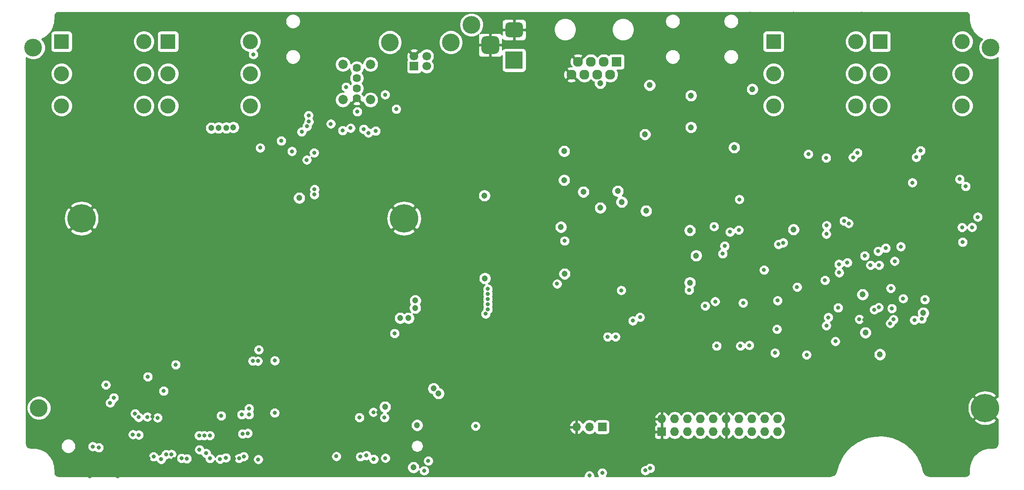
<source format=gbr>
G04 #@! TF.GenerationSoftware,KiCad,Pcbnew,5.1.8-db9833491~87~ubuntu20.04.1*
G04 #@! TF.CreationDate,2020-11-27T15:15:21+01:00*
G04 #@! TF.ProjectId,bottom-board,626f7474-6f6d-42d6-926f-6172642e6b69,rev?*
G04 #@! TF.SameCoordinates,Original*
G04 #@! TF.FileFunction,Copper,L3,Inr*
G04 #@! TF.FilePolarity,Positive*
%FSLAX46Y46*%
G04 Gerber Fmt 4.6, Leading zero omitted, Abs format (unit mm)*
G04 Created by KiCad (PCBNEW 5.1.8-db9833491~87~ubuntu20.04.1) date 2020-11-27 15:15:21*
%MOMM*%
%LPD*%
G01*
G04 APERTURE LIST*
G04 #@! TA.AperFunction,ComponentPad*
%ADD10R,1.700000X1.700000*%
G04 #@! TD*
G04 #@! TA.AperFunction,ComponentPad*
%ADD11O,1.700000X1.700000*%
G04 #@! TD*
G04 #@! TA.AperFunction,ComponentPad*
%ADD12O,1.727200X1.727200*%
G04 #@! TD*
G04 #@! TA.AperFunction,ComponentPad*
%ADD13R,1.727200X1.727200*%
G04 #@! TD*
G04 #@! TA.AperFunction,ComponentPad*
%ADD14C,3.500000*%
G04 #@! TD*
G04 #@! TA.AperFunction,ComponentPad*
%ADD15C,1.700000*%
G04 #@! TD*
G04 #@! TA.AperFunction,ComponentPad*
%ADD16C,5.600000*%
G04 #@! TD*
G04 #@! TA.AperFunction,ComponentPad*
%ADD17C,1.850000*%
G04 #@! TD*
G04 #@! TA.AperFunction,ComponentPad*
%ADD18C,1.620000*%
G04 #@! TD*
G04 #@! TA.AperFunction,ComponentPad*
%ADD19R,3.500000X3.500000*%
G04 #@! TD*
G04 #@! TA.AperFunction,ComponentPad*
%ADD20C,3.000000*%
G04 #@! TD*
G04 #@! TA.AperFunction,ComponentPad*
%ADD21R,3.000000X3.000000*%
G04 #@! TD*
G04 #@! TA.AperFunction,ComponentPad*
%ADD22R,1.960000X1.960000*%
G04 #@! TD*
G04 #@! TA.AperFunction,ComponentPad*
%ADD23C,1.960000*%
G04 #@! TD*
G04 #@! TA.AperFunction,ViaPad*
%ADD24C,1.200000*%
G04 #@! TD*
G04 #@! TA.AperFunction,ViaPad*
%ADD25C,0.800000*%
G04 #@! TD*
G04 #@! TA.AperFunction,Conductor*
%ADD26C,0.500000*%
G04 #@! TD*
G04 #@! TA.AperFunction,Conductor*
%ADD27C,0.254000*%
G04 #@! TD*
G04 #@! TA.AperFunction,Conductor*
%ADD28C,0.100000*%
G04 #@! TD*
G04 APERTURE END LIST*
D10*
X173710000Y-124490000D03*
D11*
X171170000Y-124490000D03*
X168630000Y-124490000D03*
D12*
X208320000Y-122890000D03*
X208320000Y-125430000D03*
X205780000Y-122890000D03*
X205780000Y-125430000D03*
X203240000Y-122890000D03*
X203240000Y-125430000D03*
X200700000Y-122890000D03*
X200700000Y-125430000D03*
X198160000Y-122890000D03*
X198160000Y-125430000D03*
X195620000Y-122890000D03*
X195620000Y-125430000D03*
X193080000Y-122890000D03*
X193080000Y-125430000D03*
X190540000Y-122890000D03*
X190540000Y-125430000D03*
X188000000Y-122890000D03*
X188000000Y-125430000D03*
X185460000Y-122890000D03*
D13*
X185460000Y-125430000D03*
D14*
X143856971Y-48589976D03*
X131816971Y-48589976D03*
D15*
X136586971Y-51299976D03*
X139086971Y-51299976D03*
X139086971Y-53299976D03*
D10*
X136586971Y-53299976D03*
D14*
X61507680Y-49627880D03*
X250310000Y-49630000D03*
X62610000Y-120730000D03*
D16*
X249207680Y-120727880D03*
D17*
X122565000Y-59925000D03*
X122565000Y-52925000D03*
X128005000Y-59925000D03*
D18*
X125285000Y-59655000D03*
D17*
X128005000Y-52925000D03*
D18*
X125285000Y-57655000D03*
X125285000Y-55655000D03*
X125285000Y-53655000D03*
D19*
X156330453Y-52130000D03*
G04 #@! TA.AperFunction,ComponentPad*
G36*
G01*
X155330453Y-44630000D02*
X157330453Y-44630000D01*
G75*
G02*
X158080453Y-45380000I0J-750000D01*
G01*
X158080453Y-46880000D01*
G75*
G02*
X157330453Y-47630000I-750000J0D01*
G01*
X155330453Y-47630000D01*
G75*
G02*
X154580453Y-46880000I0J750000D01*
G01*
X154580453Y-45380000D01*
G75*
G02*
X155330453Y-44630000I750000J0D01*
G01*
G37*
G04 #@! TD.AperFunction*
G04 #@! TA.AperFunction,ComponentPad*
G36*
G01*
X150755453Y-47380000D02*
X152505453Y-47380000D01*
G75*
G02*
X153380453Y-48255000I0J-875000D01*
G01*
X153380453Y-50005000D01*
G75*
G02*
X152505453Y-50880000I-875000J0D01*
G01*
X150755453Y-50880000D01*
G75*
G02*
X149880453Y-50005000I0J875000D01*
G01*
X149880453Y-48255000D01*
G75*
G02*
X150755453Y-47380000I875000J0D01*
G01*
G37*
G04 #@! TD.AperFunction*
D20*
X244715000Y-54780000D03*
X244715000Y-61130000D03*
X244715000Y-48430000D03*
X228485000Y-54780000D03*
X228485000Y-61130000D03*
D21*
X228485000Y-48430000D03*
D20*
X223715000Y-54780000D03*
X223715000Y-61130000D03*
X223715000Y-48430000D03*
X207485000Y-54780000D03*
X207485000Y-61130000D03*
D21*
X207485000Y-48430000D03*
D20*
X104315000Y-54780000D03*
X104315000Y-61130000D03*
X104315000Y-48430000D03*
X88085000Y-54780000D03*
X88085000Y-61130000D03*
D21*
X88085000Y-48430000D03*
D20*
X83315000Y-54780000D03*
X83315000Y-61130000D03*
X83315000Y-48430000D03*
X67085000Y-54780000D03*
X67085000Y-61130000D03*
D21*
X67085000Y-48430000D03*
D22*
X176535000Y-52410000D03*
D23*
X175265000Y-54950000D03*
X173995000Y-52410000D03*
X172725000Y-54950000D03*
X171455000Y-52410000D03*
X170185000Y-54950000D03*
X168915000Y-52410000D03*
X167645000Y-54950000D03*
D14*
X147910000Y-45130000D03*
D16*
X134607680Y-83337880D03*
X71007680Y-83337880D03*
D24*
X225050000Y-98350000D03*
D25*
X220418036Y-94031965D03*
X230825000Y-101100000D03*
X228100000Y-89800000D03*
D24*
X225600000Y-105875000D03*
D25*
X244200000Y-75575000D03*
X245375000Y-77000000D03*
X246625000Y-85075000D03*
X247750000Y-83050000D03*
X230600000Y-97125000D03*
X234844847Y-76280153D03*
X223150000Y-71275000D03*
X224050000Y-70400000D03*
X217850000Y-71400000D03*
X214350000Y-70650000D03*
D24*
X177550000Y-80100000D03*
D25*
X222025000Y-92050000D03*
X116930000Y-78640000D03*
X116960000Y-77590000D03*
X116890000Y-70390000D03*
X114439104Y-66243831D03*
X110390000Y-68025000D03*
X115480000Y-65170000D03*
X115860000Y-64230000D03*
X115790000Y-63000000D03*
X164800000Y-96250000D03*
X177450000Y-97525000D03*
X217620000Y-95550000D03*
X220375000Y-92375000D03*
X222300000Y-84313980D03*
X221391095Y-83834637D03*
X235250000Y-103400000D03*
X237300000Y-99350000D03*
X236708957Y-103164173D03*
X208455042Y-88444958D03*
X209381155Y-88124999D03*
X197843161Y-88775000D03*
X195750000Y-84925000D03*
X200625000Y-85625000D03*
X197450000Y-90300000D03*
X214000000Y-110250000D03*
X207750000Y-109875000D03*
X202700000Y-108375000D03*
X200950000Y-108500000D03*
X196275000Y-108500000D03*
X194000000Y-100600000D03*
X195975000Y-99725000D03*
X208150000Y-105200000D03*
X205600000Y-93500000D03*
X190825000Y-97475000D03*
X104900000Y-50975000D03*
X181150000Y-102825000D03*
X179725000Y-103525000D03*
X236490000Y-69970000D03*
X235610000Y-71270000D03*
X244770000Y-88000000D03*
X244660000Y-85099998D03*
X198890000Y-86000000D03*
X201480000Y-100010000D03*
X225450000Y-90710000D03*
X226605417Y-92564545D03*
X228297640Y-92559071D03*
D24*
X228460000Y-110180000D03*
D25*
X231370000Y-91770000D03*
D24*
X176770000Y-77950000D03*
X169990000Y-78100000D03*
X166190000Y-70080000D03*
X166190000Y-75780000D03*
D25*
X220210010Y-100969281D03*
D24*
X136830000Y-99550000D03*
X136790000Y-101000000D03*
X140444516Y-116905484D03*
X141414516Y-117875484D03*
X191200000Y-65350000D03*
X136475000Y-132475000D03*
X137200000Y-124150000D03*
D25*
X129025000Y-66075000D03*
D24*
X133870000Y-103014971D03*
X135490000Y-103014971D03*
X150470000Y-78820000D03*
X183050000Y-57050000D03*
X191200000Y-59090000D03*
X203300000Y-57840000D03*
X150560000Y-95160000D03*
X192225000Y-90675000D03*
D25*
X232575000Y-88900000D03*
X229600000Y-89200000D03*
X217900000Y-86425000D03*
X217950000Y-84725000D03*
D24*
X166275000Y-94275000D03*
X237000000Y-102000000D03*
X211425000Y-85525000D03*
D25*
X200725000Y-79575010D03*
X115440000Y-71790000D03*
X106250000Y-69400000D03*
X233030000Y-99150000D03*
D24*
X165560000Y-85030000D03*
D25*
X166275000Y-87765000D03*
X219680000Y-107580000D03*
X224409053Y-103229053D03*
X130875000Y-58925000D03*
X124075000Y-65500000D03*
X105962347Y-109262347D03*
X105870000Y-130890000D03*
D24*
X182127463Y-66757463D03*
X199720000Y-69350000D03*
D25*
X132750000Y-106022976D03*
X84080000Y-114560000D03*
X87220000Y-117380000D03*
X75825000Y-116184683D03*
X130765640Y-122639760D03*
X127187055Y-130099989D03*
D24*
X130875000Y-120525000D03*
D25*
X130933722Y-130638662D03*
X127575000Y-66450000D03*
X105800000Y-111484981D03*
X102080000Y-130690000D03*
X126650000Y-65725000D03*
X104790000Y-111460000D03*
X103009060Y-130320067D03*
X133075000Y-61750000D03*
X77375000Y-118724306D03*
X122500000Y-66000000D03*
X74410000Y-128560000D03*
X123174990Y-57425000D03*
X76650000Y-119723644D03*
X73230000Y-128340011D03*
X120175000Y-64675000D03*
X125404998Y-62275000D03*
X171170000Y-134080000D03*
X173700000Y-133525059D03*
X90755151Y-130664963D03*
X104065000Y-120865369D03*
X91770000Y-130740000D03*
X104065000Y-122040000D03*
X176325000Y-106700000D03*
X218290000Y-102860000D03*
X174775000Y-106700000D03*
X217899847Y-104499847D03*
D24*
X173320000Y-56650000D03*
D25*
X230500000Y-104050000D03*
X227342767Y-101344459D03*
X228235138Y-100893151D03*
X231121396Y-103266501D03*
X109110000Y-121710000D03*
X139404142Y-131185858D03*
X126009230Y-130351539D03*
X109130000Y-111390000D03*
D24*
X182675000Y-87100000D03*
D25*
X177525000Y-67675000D03*
D24*
X188200000Y-59650000D03*
X187770000Y-63270000D03*
D25*
X132720000Y-122850000D03*
X72850000Y-130920000D03*
X77340000Y-130950000D03*
X117450000Y-122300000D03*
X94340000Y-130880000D03*
X101060000Y-130770000D03*
X105560000Y-132440000D03*
X114850000Y-130810000D03*
X84210000Y-130650000D03*
X89280000Y-130810000D03*
X113170000Y-111070000D03*
X72630000Y-126440000D03*
X168000000Y-58500000D03*
X83250000Y-117000000D03*
D24*
X147300000Y-83000000D03*
X154100000Y-71800000D03*
D25*
X88835000Y-118000000D03*
X225407470Y-103332470D03*
D24*
X181600000Y-90925000D03*
D25*
X121870000Y-61720000D03*
D24*
X179280000Y-94420000D03*
D25*
X119000000Y-45500000D03*
X122580000Y-130340000D03*
X126740000Y-121760000D03*
X62390000Y-112710000D03*
X62280000Y-61360000D03*
D24*
X166010000Y-63310000D03*
X200910000Y-67660000D03*
D25*
X82800000Y-128720000D03*
X85037834Y-122459479D03*
X97080000Y-122280000D03*
X129579020Y-121610674D03*
D24*
X141460000Y-120730000D03*
X147350000Y-123130000D03*
X146100000Y-127050000D03*
D25*
X154140000Y-122370000D03*
X156510000Y-124610000D03*
X154020000Y-124720000D03*
X62390000Y-98130000D03*
X62390000Y-84170000D03*
X62390000Y-70030000D03*
X63920000Y-53920000D03*
X70220000Y-43820000D03*
X84180000Y-43640000D03*
X98880000Y-43480000D03*
X111150000Y-43270000D03*
X118460000Y-43420000D03*
X132730000Y-43300000D03*
X145760000Y-43250000D03*
X162590000Y-43260000D03*
X171490000Y-43280000D03*
X192910000Y-43340000D03*
X202870000Y-42940000D03*
X211450000Y-42950000D03*
X224890000Y-42920000D03*
X238840000Y-43000000D03*
X246540000Y-46620000D03*
X250910000Y-53610000D03*
X251250000Y-65030000D03*
X251260000Y-75960000D03*
X251240000Y-88950000D03*
X251200000Y-102700000D03*
X245550000Y-133730000D03*
X238260000Y-133760000D03*
X228140000Y-125600000D03*
X219310000Y-133720000D03*
X206620000Y-133850000D03*
X193510000Y-133840000D03*
X178280000Y-133950000D03*
X66470000Y-133540000D03*
X62380000Y-117810000D03*
X62370000Y-127800000D03*
X142869920Y-105067100D03*
X143065716Y-110179904D03*
X151350980Y-113510060D03*
X161305240Y-113398300D03*
X151792940Y-103223060D03*
X177586640Y-103578001D03*
X196763640Y-72245220D03*
X196697600Y-76801980D03*
X191432180Y-83571080D03*
X183291480Y-80208120D03*
X184089040Y-72819260D03*
X190281560Y-71361300D03*
X184266840Y-69235320D03*
X193377820Y-69334380D03*
X201757280Y-63141860D03*
X201112120Y-54932580D03*
X193893440Y-45593000D03*
X193565780Y-50294540D03*
X190784480Y-47774860D03*
X190200280Y-55148480D03*
X184917080Y-55885080D03*
X179448460Y-52567840D03*
X181952900Y-64731900D03*
X211889340Y-120888760D03*
X229410260Y-120285019D03*
X243799360Y-107403900D03*
X245518940Y-94482920D03*
X156735780Y-120266460D03*
X163136580Y-126560580D03*
X174048420Y-120362980D03*
X131900000Y-114475260D03*
X160591500Y-128010010D03*
X69024500Y-69717920D03*
X74810620Y-66796920D03*
X92626180Y-66339777D03*
X98143060Y-75742800D03*
X105610660Y-83085940D03*
X110182660Y-90484960D03*
X110314740Y-99661980D03*
X101391720Y-108531660D03*
X83868260Y-108473240D03*
X75852020Y-114579400D03*
X68894960Y-107942380D03*
X68818760Y-95483680D03*
X120837960Y-107797600D03*
X127269240Y-103088440D03*
X135488680Y-101526340D03*
X131084320Y-99350000D03*
X120484900Y-99451160D03*
X115325040Y-95432880D03*
X113700560Y-104879140D03*
X107708700Y-111203740D03*
X140652500Y-59344560D03*
X140284200Y-66626740D03*
X134366000Y-79115920D03*
X124335540Y-87381080D03*
X121754900Y-78440280D03*
X123746260Y-68557140D03*
X131554220Y-67401440D03*
X136362440Y-63703200D03*
X111113660Y-121882840D03*
X72645360Y-134229907D03*
X78182560Y-134229823D03*
X132911940Y-130808400D03*
X208280000Y-99550001D03*
X212125000Y-96875000D03*
D24*
X96619926Y-65489777D03*
D25*
X150725000Y-102175000D03*
D24*
X113950000Y-79300000D03*
D25*
X151137999Y-98250000D03*
X112500000Y-70100000D03*
X151137999Y-97249997D03*
X82290000Y-122570000D03*
X82300000Y-126060000D03*
X183150000Y-132625039D03*
X95590000Y-129690000D03*
X95210000Y-126170011D03*
X182196317Y-133075049D03*
X96350000Y-130690000D03*
X96320000Y-126170011D03*
X99480000Y-130560000D03*
X103800000Y-125720000D03*
X102770000Y-125839979D03*
X98330000Y-130820000D03*
X81565000Y-121852261D03*
X81150000Y-125980000D03*
X102600003Y-122035000D03*
X98570000Y-122270000D03*
X87683914Y-129926086D03*
X89600000Y-112209981D03*
X121273806Y-130275000D03*
X125825000Y-122605000D03*
X84000000Y-122500000D03*
X88757653Y-129877653D03*
X85230000Y-130340000D03*
X86740000Y-130870000D03*
X86013480Y-122678836D03*
D24*
X100950000Y-65350000D03*
D25*
X151137999Y-99250000D03*
D24*
X98057739Y-65442664D03*
D25*
X151137999Y-101264268D03*
X94270000Y-128970039D03*
X94210000Y-126170011D03*
D24*
X173325000Y-81250000D03*
X182350063Y-81850000D03*
X190975000Y-85699990D03*
X190975000Y-96000000D03*
X99550000Y-65450000D03*
D25*
X151137999Y-100264265D03*
X128635000Y-130840000D03*
X128579574Y-121577316D03*
X138580000Y-133100000D03*
X148720000Y-124310000D03*
D26*
X65030001Y-52809999D02*
X65030001Y-52759999D01*
X63920000Y-53920000D02*
X65030001Y-52809999D01*
X65030001Y-52759999D02*
X66200000Y-51590000D01*
X66200000Y-51590000D02*
X67860002Y-51590000D01*
X67860002Y-51590000D02*
X69830000Y-51590000D01*
X70220000Y-51200000D02*
X70220000Y-43820000D01*
X69830000Y-51590000D02*
X70220000Y-51200000D01*
D27*
X245457902Y-42683026D02*
X245600178Y-42725982D01*
X245731392Y-42795750D01*
X245846561Y-42889680D01*
X245941291Y-43004187D01*
X246011976Y-43134916D01*
X246055922Y-43276883D01*
X246075000Y-43458401D01*
X246075000Y-44066105D01*
X246078262Y-44099229D01*
X246078110Y-44121050D01*
X246079111Y-44131263D01*
X246150513Y-44810602D01*
X246163917Y-44875897D01*
X246176392Y-44941294D01*
X246179357Y-44951118D01*
X246381349Y-45603650D01*
X246407188Y-45665118D01*
X246432120Y-45726827D01*
X246436937Y-45735889D01*
X246761826Y-46336759D01*
X246799106Y-46392029D01*
X246835555Y-46447729D01*
X246842037Y-46455676D01*
X246842041Y-46455682D01*
X246842046Y-46455687D01*
X247277453Y-46982005D01*
X247324760Y-47028983D01*
X247371332Y-47076541D01*
X247379239Y-47083083D01*
X247908589Y-47514809D01*
X247964113Y-47551699D01*
X248019041Y-47589309D01*
X248028065Y-47594189D01*
X248028073Y-47594193D01*
X248631192Y-47914877D01*
X248646085Y-47921016D01*
X248457450Y-48109651D01*
X248196440Y-48500279D01*
X248016654Y-48934321D01*
X247925000Y-49395098D01*
X247925000Y-49864902D01*
X248016654Y-50325679D01*
X248196440Y-50759721D01*
X248457450Y-51150349D01*
X248789651Y-51482550D01*
X249180279Y-51743560D01*
X249614321Y-51923346D01*
X250075098Y-52015000D01*
X250544902Y-52015000D01*
X251005679Y-51923346D01*
X251439721Y-51743560D01*
X251675000Y-51586351D01*
X251675001Y-118526376D01*
X251624161Y-118491004D01*
X249387285Y-120727880D01*
X251624161Y-122964756D01*
X251675001Y-122929384D01*
X251675001Y-127794045D01*
X251656974Y-127977902D01*
X251614018Y-128120178D01*
X251544250Y-128251392D01*
X251450321Y-128366561D01*
X251335810Y-128461292D01*
X251205085Y-128531975D01*
X251063116Y-128575922D01*
X250881599Y-128595000D01*
X250273895Y-128595000D01*
X250240771Y-128598262D01*
X250218950Y-128598110D01*
X250208737Y-128599111D01*
X249529398Y-128670513D01*
X249464078Y-128683922D01*
X249398706Y-128696392D01*
X249388882Y-128699357D01*
X248736350Y-128901349D01*
X248674931Y-128927167D01*
X248613173Y-128952119D01*
X248604112Y-128956937D01*
X248003241Y-129281826D01*
X247947969Y-129319108D01*
X247892272Y-129355555D01*
X247884319Y-129362041D01*
X247357996Y-129797453D01*
X247311033Y-129844744D01*
X247263459Y-129891333D01*
X247256922Y-129899234D01*
X247256918Y-129899238D01*
X247256917Y-129899240D01*
X246825191Y-130428589D01*
X246788301Y-130484113D01*
X246750691Y-130539041D01*
X246745809Y-130548068D01*
X246425123Y-131151192D01*
X246399725Y-131212812D01*
X246373494Y-131274013D01*
X246370459Y-131283816D01*
X246173027Y-131937742D01*
X246160083Y-132003116D01*
X246146238Y-132068251D01*
X246145165Y-132078457D01*
X246078508Y-132758276D01*
X246075000Y-132793896D01*
X246075000Y-133394055D01*
X246056974Y-133577902D01*
X246014018Y-133720178D01*
X245944250Y-133851392D01*
X245850321Y-133966561D01*
X245735810Y-134061292D01*
X245605085Y-134131975D01*
X245463116Y-134175922D01*
X245281599Y-134195000D01*
X238279707Y-134195000D01*
X237998488Y-134167610D01*
X237762752Y-134096602D01*
X237545297Y-133981159D01*
X237354409Y-133825679D01*
X237197353Y-133636081D01*
X237080118Y-133419590D01*
X236994151Y-133142511D01*
X236904693Y-132756163D01*
X236897622Y-132733158D01*
X236892316Y-132709686D01*
X236885301Y-132687687D01*
X236525111Y-131616598D01*
X236509560Y-131579308D01*
X236495195Y-131541565D01*
X236485151Y-131520774D01*
X235977636Y-130511120D01*
X235956992Y-130476402D01*
X235937447Y-130441051D01*
X235924573Y-130421883D01*
X235279860Y-129493812D01*
X235254532Y-129462351D01*
X235230199Y-129430104D01*
X235214753Y-129412942D01*
X234445705Y-128584970D01*
X234416201Y-128557397D01*
X234387563Y-128528895D01*
X234369852Y-128514080D01*
X233491814Y-127802728D01*
X233458721Y-127779588D01*
X233426351Y-127755405D01*
X233406730Y-127743233D01*
X232437222Y-127162695D01*
X232401178Y-127144438D01*
X232365745Y-127125069D01*
X232344605Y-127115783D01*
X231302970Y-126677640D01*
X231264733Y-126664650D01*
X231226903Y-126650459D01*
X231204671Y-126644247D01*
X231204666Y-126644245D01*
X231204662Y-126644244D01*
X230111687Y-126357242D01*
X230071995Y-126349769D01*
X230032550Y-126341051D01*
X230009658Y-126338031D01*
X228887145Y-126207893D01*
X228846785Y-126206087D01*
X228806516Y-126203014D01*
X228783427Y-126203250D01*
X227653775Y-126232575D01*
X227613572Y-126236472D01*
X227573263Y-126239105D01*
X227550438Y-126242592D01*
X226436189Y-126430792D01*
X226396919Y-126440319D01*
X226357400Y-126448602D01*
X226335294Y-126455270D01*
X225258678Y-126798592D01*
X225221155Y-126813552D01*
X225183185Y-126827325D01*
X225162239Y-126837042D01*
X224144738Y-127328635D01*
X224109701Y-127348731D01*
X224074045Y-127367719D01*
X224054678Y-127380290D01*
X223116594Y-128010347D01*
X223084734Y-128035183D01*
X223052115Y-128059001D01*
X223034711Y-128074176D01*
X222194762Y-128830123D01*
X222166714Y-128859205D01*
X222137782Y-128887377D01*
X222122690Y-128904852D01*
X221397634Y-129771608D01*
X221373968Y-129804346D01*
X221349289Y-129836320D01*
X221336810Y-129855748D01*
X220741115Y-130816017D01*
X220722294Y-130851771D01*
X220702370Y-130886896D01*
X220692753Y-130907888D01*
X220238304Y-131942512D01*
X220224710Y-131980557D01*
X220209933Y-132018142D01*
X220203370Y-132040279D01*
X219901806Y-133119412D01*
X219811023Y-133414507D01*
X219694305Y-133631275D01*
X219537702Y-133821251D01*
X219347186Y-133977185D01*
X219130006Y-134093148D01*
X218894448Y-134164716D01*
X218614120Y-134192697D01*
X174495405Y-134193365D01*
X174503937Y-134184833D01*
X174617205Y-134015315D01*
X174695226Y-133826957D01*
X174735000Y-133626998D01*
X174735000Y-133423120D01*
X174695226Y-133223161D01*
X174617205Y-133034803D01*
X174575984Y-132973110D01*
X181161317Y-132973110D01*
X181161317Y-133176988D01*
X181201091Y-133376947D01*
X181279112Y-133565305D01*
X181392380Y-133734823D01*
X181536543Y-133878986D01*
X181706061Y-133992254D01*
X181894419Y-134070275D01*
X182094378Y-134110049D01*
X182298256Y-134110049D01*
X182498215Y-134070275D01*
X182686573Y-133992254D01*
X182856091Y-133878986D01*
X183000254Y-133734823D01*
X183050223Y-133660039D01*
X183251939Y-133660039D01*
X183451898Y-133620265D01*
X183640256Y-133542244D01*
X183809774Y-133428976D01*
X183953937Y-133284813D01*
X184067205Y-133115295D01*
X184145226Y-132926937D01*
X184185000Y-132726978D01*
X184185000Y-132523100D01*
X184145226Y-132323141D01*
X184067205Y-132134783D01*
X183953937Y-131965265D01*
X183809774Y-131821102D01*
X183640256Y-131707834D01*
X183451898Y-131629813D01*
X183251939Y-131590039D01*
X183048061Y-131590039D01*
X182848102Y-131629813D01*
X182659744Y-131707834D01*
X182490226Y-131821102D01*
X182346063Y-131965265D01*
X182296094Y-132040049D01*
X182094378Y-132040049D01*
X181894419Y-132079823D01*
X181706061Y-132157844D01*
X181536543Y-132271112D01*
X181392380Y-132415275D01*
X181279112Y-132584793D01*
X181201091Y-132773151D01*
X181161317Y-132973110D01*
X174575984Y-132973110D01*
X174503937Y-132865285D01*
X174359774Y-132721122D01*
X174190256Y-132607854D01*
X174001898Y-132529833D01*
X173801939Y-132490059D01*
X173598061Y-132490059D01*
X173398102Y-132529833D01*
X173209744Y-132607854D01*
X173040226Y-132721122D01*
X172896063Y-132865285D01*
X172782795Y-133034803D01*
X172704774Y-133223161D01*
X172665000Y-133423120D01*
X172665000Y-133626998D01*
X172704774Y-133826957D01*
X172782795Y-134015315D01*
X172896063Y-134184833D01*
X172904619Y-134193389D01*
X172202720Y-134193400D01*
X172205000Y-134181939D01*
X172205000Y-133978061D01*
X172165226Y-133778102D01*
X172087205Y-133589744D01*
X171973937Y-133420226D01*
X171829774Y-133276063D01*
X171660256Y-133162795D01*
X171471898Y-133084774D01*
X171271939Y-133045000D01*
X171068061Y-133045000D01*
X170868102Y-133084774D01*
X170679744Y-133162795D01*
X170510226Y-133276063D01*
X170366063Y-133420226D01*
X170252795Y-133589744D01*
X170174774Y-133778102D01*
X170135000Y-133978061D01*
X170135000Y-134181939D01*
X170137286Y-134193431D01*
X66545944Y-134195000D01*
X66362098Y-134176974D01*
X66219822Y-134134018D01*
X66088608Y-134064250D01*
X65973439Y-133970321D01*
X65878708Y-133855810D01*
X65808025Y-133725085D01*
X65764078Y-133583116D01*
X65745000Y-133401599D01*
X65745000Y-132793895D01*
X65741738Y-132760771D01*
X65741890Y-132738950D01*
X65740889Y-132728737D01*
X65701436Y-132353363D01*
X135240000Y-132353363D01*
X135240000Y-132596637D01*
X135287460Y-132835236D01*
X135380557Y-133059992D01*
X135515713Y-133262267D01*
X135687733Y-133434287D01*
X135890008Y-133569443D01*
X136114764Y-133662540D01*
X136353363Y-133710000D01*
X136596637Y-133710000D01*
X136835236Y-133662540D01*
X137059992Y-133569443D01*
X137262267Y-133434287D01*
X137434287Y-133262267D01*
X137545000Y-133096573D01*
X137545000Y-133201939D01*
X137584774Y-133401898D01*
X137662795Y-133590256D01*
X137776063Y-133759774D01*
X137920226Y-133903937D01*
X138089744Y-134017205D01*
X138278102Y-134095226D01*
X138478061Y-134135000D01*
X138681939Y-134135000D01*
X138881898Y-134095226D01*
X139070256Y-134017205D01*
X139239774Y-133903937D01*
X139383937Y-133759774D01*
X139497205Y-133590256D01*
X139575226Y-133401898D01*
X139615000Y-133201939D01*
X139615000Y-132998061D01*
X139575226Y-132798102D01*
X139497205Y-132609744D01*
X139383937Y-132440226D01*
X139239774Y-132296063D01*
X139070256Y-132182795D01*
X138881898Y-132104774D01*
X138681939Y-132065000D01*
X138478061Y-132065000D01*
X138278102Y-132104774D01*
X138089744Y-132182795D01*
X137920226Y-132296063D01*
X137776063Y-132440226D01*
X137710000Y-132539097D01*
X137710000Y-132353363D01*
X137662540Y-132114764D01*
X137569443Y-131890008D01*
X137434287Y-131687733D01*
X137262267Y-131515713D01*
X137059992Y-131380557D01*
X136835236Y-131287460D01*
X136596637Y-131240000D01*
X136353363Y-131240000D01*
X136114764Y-131287460D01*
X135890008Y-131380557D01*
X135687733Y-131515713D01*
X135515713Y-131687733D01*
X135380557Y-131890008D01*
X135287460Y-132114764D01*
X135240000Y-132353363D01*
X65701436Y-132353363D01*
X65669487Y-132049398D01*
X65656078Y-131984078D01*
X65643608Y-131918706D01*
X65640643Y-131908882D01*
X65438651Y-131256350D01*
X65412833Y-131194931D01*
X65387881Y-131133173D01*
X65383063Y-131124112D01*
X65058174Y-130523241D01*
X65020892Y-130467969D01*
X64984445Y-130412272D01*
X64977959Y-130404319D01*
X64840419Y-130238061D01*
X84195000Y-130238061D01*
X84195000Y-130441939D01*
X84234774Y-130641898D01*
X84312795Y-130830256D01*
X84426063Y-130999774D01*
X84570226Y-131143937D01*
X84739744Y-131257205D01*
X84928102Y-131335226D01*
X85128061Y-131375000D01*
X85331939Y-131375000D01*
X85531898Y-131335226D01*
X85720256Y-131257205D01*
X85767135Y-131225882D01*
X85822795Y-131360256D01*
X85936063Y-131529774D01*
X86080226Y-131673937D01*
X86249744Y-131787205D01*
X86438102Y-131865226D01*
X86638061Y-131905000D01*
X86841939Y-131905000D01*
X87041898Y-131865226D01*
X87230256Y-131787205D01*
X87399774Y-131673937D01*
X87543937Y-131529774D01*
X87657205Y-131360256D01*
X87735226Y-131171898D01*
X87775000Y-130971939D01*
X87775000Y-130961086D01*
X87785853Y-130961086D01*
X87985812Y-130921312D01*
X88174170Y-130843291D01*
X88257026Y-130787928D01*
X88267397Y-130794858D01*
X88455755Y-130872879D01*
X88655714Y-130912653D01*
X88859592Y-130912653D01*
X89059551Y-130872879D01*
X89247909Y-130794858D01*
X89417427Y-130681590D01*
X89535993Y-130563024D01*
X89720151Y-130563024D01*
X89720151Y-130766902D01*
X89759925Y-130966861D01*
X89837946Y-131155219D01*
X89951214Y-131324737D01*
X90095377Y-131468900D01*
X90264895Y-131582168D01*
X90453253Y-131660189D01*
X90653212Y-131699963D01*
X90857090Y-131699963D01*
X91057049Y-131660189D01*
X91197279Y-131602104D01*
X91279744Y-131657205D01*
X91468102Y-131735226D01*
X91668061Y-131775000D01*
X91871939Y-131775000D01*
X92071898Y-131735226D01*
X92260256Y-131657205D01*
X92429774Y-131543937D01*
X92573937Y-131399774D01*
X92687205Y-131230256D01*
X92765226Y-131041898D01*
X92805000Y-130841939D01*
X92805000Y-130638061D01*
X92765226Y-130438102D01*
X92687205Y-130249744D01*
X92573937Y-130080226D01*
X92429774Y-129936063D01*
X92260256Y-129822795D01*
X92071898Y-129744774D01*
X91871939Y-129705000D01*
X91668061Y-129705000D01*
X91468102Y-129744774D01*
X91327872Y-129802859D01*
X91245407Y-129747758D01*
X91057049Y-129669737D01*
X90857090Y-129629963D01*
X90653212Y-129629963D01*
X90453253Y-129669737D01*
X90264895Y-129747758D01*
X90095377Y-129861026D01*
X89951214Y-130005189D01*
X89837946Y-130174707D01*
X89759925Y-130363065D01*
X89720151Y-130563024D01*
X89535993Y-130563024D01*
X89561590Y-130537427D01*
X89674858Y-130367909D01*
X89752879Y-130179551D01*
X89792653Y-129979592D01*
X89792653Y-129775714D01*
X89752879Y-129575755D01*
X89674858Y-129387397D01*
X89561590Y-129217879D01*
X89417427Y-129073716D01*
X89247909Y-128960448D01*
X89059551Y-128882427D01*
X88987524Y-128868100D01*
X93235000Y-128868100D01*
X93235000Y-129071978D01*
X93274774Y-129271937D01*
X93352795Y-129460295D01*
X93466063Y-129629813D01*
X93610226Y-129773976D01*
X93779744Y-129887244D01*
X93968102Y-129965265D01*
X94168061Y-130005039D01*
X94371939Y-130005039D01*
X94571898Y-129965265D01*
X94588138Y-129958538D01*
X94594774Y-129991898D01*
X94672795Y-130180256D01*
X94786063Y-130349774D01*
X94930226Y-130493937D01*
X95099744Y-130607205D01*
X95288102Y-130685226D01*
X95315000Y-130690576D01*
X95315000Y-130791939D01*
X95354774Y-130991898D01*
X95432795Y-131180256D01*
X95546063Y-131349774D01*
X95690226Y-131493937D01*
X95859744Y-131607205D01*
X96048102Y-131685226D01*
X96248061Y-131725000D01*
X96451939Y-131725000D01*
X96651898Y-131685226D01*
X96840256Y-131607205D01*
X97009774Y-131493937D01*
X97153937Y-131349774D01*
X97267205Y-131180256D01*
X97320695Y-131051120D01*
X97334774Y-131121898D01*
X97412795Y-131310256D01*
X97526063Y-131479774D01*
X97670226Y-131623937D01*
X97839744Y-131737205D01*
X98028102Y-131815226D01*
X98228061Y-131855000D01*
X98431939Y-131855000D01*
X98631898Y-131815226D01*
X98820256Y-131737205D01*
X98989774Y-131623937D01*
X99093520Y-131520191D01*
X99178102Y-131555226D01*
X99378061Y-131595000D01*
X99581939Y-131595000D01*
X99781898Y-131555226D01*
X99970256Y-131477205D01*
X100139774Y-131363937D01*
X100283937Y-131219774D01*
X100397205Y-131050256D01*
X100475226Y-130861898D01*
X100515000Y-130661939D01*
X100515000Y-130588061D01*
X101045000Y-130588061D01*
X101045000Y-130791939D01*
X101084774Y-130991898D01*
X101162795Y-131180256D01*
X101276063Y-131349774D01*
X101420226Y-131493937D01*
X101589744Y-131607205D01*
X101778102Y-131685226D01*
X101978061Y-131725000D01*
X102181939Y-131725000D01*
X102381898Y-131685226D01*
X102570256Y-131607205D01*
X102739774Y-131493937D01*
X102883369Y-131350342D01*
X102907121Y-131355067D01*
X103110999Y-131355067D01*
X103310958Y-131315293D01*
X103499316Y-131237272D01*
X103668834Y-131124004D01*
X103812997Y-130979841D01*
X103926265Y-130810323D01*
X103935486Y-130788061D01*
X104835000Y-130788061D01*
X104835000Y-130991939D01*
X104874774Y-131191898D01*
X104952795Y-131380256D01*
X105066063Y-131549774D01*
X105210226Y-131693937D01*
X105379744Y-131807205D01*
X105568102Y-131885226D01*
X105768061Y-131925000D01*
X105971939Y-131925000D01*
X106171898Y-131885226D01*
X106360256Y-131807205D01*
X106529774Y-131693937D01*
X106673937Y-131549774D01*
X106787205Y-131380256D01*
X106865226Y-131191898D01*
X106905000Y-130991939D01*
X106905000Y-130788061D01*
X106865226Y-130588102D01*
X106787205Y-130399744D01*
X106673937Y-130230226D01*
X106616772Y-130173061D01*
X120238806Y-130173061D01*
X120238806Y-130376939D01*
X120278580Y-130576898D01*
X120356601Y-130765256D01*
X120469869Y-130934774D01*
X120614032Y-131078937D01*
X120783550Y-131192205D01*
X120971908Y-131270226D01*
X121171867Y-131310000D01*
X121375745Y-131310000D01*
X121575704Y-131270226D01*
X121764062Y-131192205D01*
X121933580Y-131078937D01*
X122077743Y-130934774D01*
X122191011Y-130765256D01*
X122269032Y-130576898D01*
X122308806Y-130376939D01*
X122308806Y-130249600D01*
X124974230Y-130249600D01*
X124974230Y-130453478D01*
X125014004Y-130653437D01*
X125092025Y-130841795D01*
X125205293Y-131011313D01*
X125349456Y-131155476D01*
X125518974Y-131268744D01*
X125707332Y-131346765D01*
X125907291Y-131386539D01*
X126111169Y-131386539D01*
X126311128Y-131346765D01*
X126499486Y-131268744D01*
X126669004Y-131155476D01*
X126774925Y-131049555D01*
X126885157Y-131095215D01*
X127085116Y-131134989D01*
X127288994Y-131134989D01*
X127488953Y-131095215D01*
X127619715Y-131041051D01*
X127639774Y-131141898D01*
X127717795Y-131330256D01*
X127831063Y-131499774D01*
X127975226Y-131643937D01*
X128144744Y-131757205D01*
X128333102Y-131835226D01*
X128533061Y-131875000D01*
X128736939Y-131875000D01*
X128936898Y-131835226D01*
X129125256Y-131757205D01*
X129294774Y-131643937D01*
X129438937Y-131499774D01*
X129552205Y-131330256D01*
X129630226Y-131141898D01*
X129670000Y-130941939D01*
X129670000Y-130738061D01*
X129630226Y-130538102D01*
X129629655Y-130536723D01*
X129898722Y-130536723D01*
X129898722Y-130740601D01*
X129938496Y-130940560D01*
X130016517Y-131128918D01*
X130129785Y-131298436D01*
X130273948Y-131442599D01*
X130443466Y-131555867D01*
X130631824Y-131633888D01*
X130831783Y-131673662D01*
X131035661Y-131673662D01*
X131235620Y-131633888D01*
X131423978Y-131555867D01*
X131593496Y-131442599D01*
X131737659Y-131298436D01*
X131850927Y-131128918D01*
X131869566Y-131083919D01*
X138369142Y-131083919D01*
X138369142Y-131287797D01*
X138408916Y-131487756D01*
X138486937Y-131676114D01*
X138600205Y-131845632D01*
X138744368Y-131989795D01*
X138913886Y-132103063D01*
X139102244Y-132181084D01*
X139302203Y-132220858D01*
X139506081Y-132220858D01*
X139706040Y-132181084D01*
X139894398Y-132103063D01*
X140063916Y-131989795D01*
X140208079Y-131845632D01*
X140321347Y-131676114D01*
X140399368Y-131487756D01*
X140439142Y-131287797D01*
X140439142Y-131083919D01*
X140399368Y-130883960D01*
X140321347Y-130695602D01*
X140208079Y-130526084D01*
X140063916Y-130381921D01*
X139894398Y-130268653D01*
X139706040Y-130190632D01*
X139506081Y-130150858D01*
X139302203Y-130150858D01*
X139102244Y-130190632D01*
X138913886Y-130268653D01*
X138744368Y-130381921D01*
X138600205Y-130526084D01*
X138486937Y-130695602D01*
X138408916Y-130883960D01*
X138369142Y-131083919D01*
X131869566Y-131083919D01*
X131928948Y-130940560D01*
X131968722Y-130740601D01*
X131968722Y-130536723D01*
X131928948Y-130336764D01*
X131850927Y-130148406D01*
X131737659Y-129978888D01*
X131593496Y-129834725D01*
X131423978Y-129721457D01*
X131235620Y-129643436D01*
X131035661Y-129603662D01*
X130831783Y-129603662D01*
X130631824Y-129643436D01*
X130443466Y-129721457D01*
X130273948Y-129834725D01*
X130129785Y-129978888D01*
X130016517Y-130148406D01*
X129938496Y-130336764D01*
X129898722Y-130536723D01*
X129629655Y-130536723D01*
X129552205Y-130349744D01*
X129438937Y-130180226D01*
X129294774Y-130036063D01*
X129125256Y-129922795D01*
X128936898Y-129844774D01*
X128736939Y-129805000D01*
X128533061Y-129805000D01*
X128333102Y-129844774D01*
X128202340Y-129898938D01*
X128182281Y-129798091D01*
X128104260Y-129609733D01*
X127990992Y-129440215D01*
X127846829Y-129296052D01*
X127677311Y-129182784D01*
X127488953Y-129104763D01*
X127288994Y-129064989D01*
X127085116Y-129064989D01*
X126885157Y-129104763D01*
X126696799Y-129182784D01*
X126527281Y-129296052D01*
X126421360Y-129401973D01*
X126311128Y-129356313D01*
X126111169Y-129316539D01*
X125907291Y-129316539D01*
X125707332Y-129356313D01*
X125518974Y-129434334D01*
X125349456Y-129547602D01*
X125205293Y-129691765D01*
X125092025Y-129861283D01*
X125014004Y-130049641D01*
X124974230Y-130249600D01*
X122308806Y-130249600D01*
X122308806Y-130173061D01*
X122269032Y-129973102D01*
X122191011Y-129784744D01*
X122077743Y-129615226D01*
X121933580Y-129471063D01*
X121764062Y-129357795D01*
X121575704Y-129279774D01*
X121375745Y-129240000D01*
X121171867Y-129240000D01*
X120971908Y-129279774D01*
X120783550Y-129357795D01*
X120614032Y-129471063D01*
X120469869Y-129615226D01*
X120356601Y-129784744D01*
X120278580Y-129973102D01*
X120238806Y-130173061D01*
X106616772Y-130173061D01*
X106529774Y-130086063D01*
X106360256Y-129972795D01*
X106171898Y-129894774D01*
X105971939Y-129855000D01*
X105768061Y-129855000D01*
X105568102Y-129894774D01*
X105379744Y-129972795D01*
X105210226Y-130086063D01*
X105066063Y-130230226D01*
X104952795Y-130399744D01*
X104874774Y-130588102D01*
X104835000Y-130788061D01*
X103935486Y-130788061D01*
X104004286Y-130621965D01*
X104044060Y-130422006D01*
X104044060Y-130218128D01*
X104004286Y-130018169D01*
X103926265Y-129829811D01*
X103812997Y-129660293D01*
X103668834Y-129516130D01*
X103499316Y-129402862D01*
X103310958Y-129324841D01*
X103110999Y-129285067D01*
X102907121Y-129285067D01*
X102707162Y-129324841D01*
X102518804Y-129402862D01*
X102349286Y-129516130D01*
X102205691Y-129659725D01*
X102181939Y-129655000D01*
X101978061Y-129655000D01*
X101778102Y-129694774D01*
X101589744Y-129772795D01*
X101420226Y-129886063D01*
X101276063Y-130030226D01*
X101162795Y-130199744D01*
X101084774Y-130388102D01*
X101045000Y-130588061D01*
X100515000Y-130588061D01*
X100515000Y-130458061D01*
X100475226Y-130258102D01*
X100397205Y-130069744D01*
X100283937Y-129900226D01*
X100139774Y-129756063D01*
X99970256Y-129642795D01*
X99781898Y-129564774D01*
X99581939Y-129525000D01*
X99378061Y-129525000D01*
X99178102Y-129564774D01*
X98989744Y-129642795D01*
X98820226Y-129756063D01*
X98716480Y-129859809D01*
X98631898Y-129824774D01*
X98431939Y-129785000D01*
X98228061Y-129785000D01*
X98028102Y-129824774D01*
X97839744Y-129902795D01*
X97670226Y-130016063D01*
X97526063Y-130160226D01*
X97412795Y-130329744D01*
X97359305Y-130458880D01*
X97345226Y-130388102D01*
X97267205Y-130199744D01*
X97153937Y-130030226D01*
X97009774Y-129886063D01*
X96840256Y-129772795D01*
X96651898Y-129694774D01*
X96625000Y-129689424D01*
X96625000Y-129588061D01*
X96585226Y-129388102D01*
X96507205Y-129199744D01*
X96393937Y-129030226D01*
X96249774Y-128886063D01*
X96080256Y-128772795D01*
X95891898Y-128694774D01*
X95691939Y-128655000D01*
X95488061Y-128655000D01*
X95288102Y-128694774D01*
X95271862Y-128701501D01*
X95265226Y-128668141D01*
X95187205Y-128479783D01*
X95073937Y-128310265D01*
X94929774Y-128166102D01*
X94891945Y-128140825D01*
X136000000Y-128140825D01*
X136000000Y-128379175D01*
X136046499Y-128612944D01*
X136137712Y-128833150D01*
X136270131Y-129031330D01*
X136438670Y-129199869D01*
X136636850Y-129332288D01*
X136857056Y-129423501D01*
X137090825Y-129470000D01*
X137329175Y-129470000D01*
X137562944Y-129423501D01*
X137783150Y-129332288D01*
X137981330Y-129199869D01*
X138149869Y-129031330D01*
X138282288Y-128833150D01*
X138373501Y-128612944D01*
X138420000Y-128379175D01*
X138420000Y-128140825D01*
X138373501Y-127907056D01*
X138282288Y-127686850D01*
X138149869Y-127488670D01*
X137981330Y-127320131D01*
X137783150Y-127187712D01*
X137562944Y-127096499D01*
X137329175Y-127050000D01*
X137090825Y-127050000D01*
X136857056Y-127096499D01*
X136636850Y-127187712D01*
X136438670Y-127320131D01*
X136270131Y-127488670D01*
X136137712Y-127686850D01*
X136046499Y-127907056D01*
X136000000Y-128140825D01*
X94891945Y-128140825D01*
X94760256Y-128052834D01*
X94571898Y-127974813D01*
X94371939Y-127935039D01*
X94168061Y-127935039D01*
X93968102Y-127974813D01*
X93779744Y-128052834D01*
X93610226Y-128166102D01*
X93466063Y-128310265D01*
X93352795Y-128479783D01*
X93274774Y-128668141D01*
X93235000Y-128868100D01*
X88987524Y-128868100D01*
X88859592Y-128842653D01*
X88655714Y-128842653D01*
X88455755Y-128882427D01*
X88267397Y-128960448D01*
X88184541Y-129015811D01*
X88174170Y-129008881D01*
X87985812Y-128930860D01*
X87785853Y-128891086D01*
X87581975Y-128891086D01*
X87382016Y-128930860D01*
X87193658Y-129008881D01*
X87024140Y-129122149D01*
X86879977Y-129266312D01*
X86766709Y-129435830D01*
X86688688Y-129624188D01*
X86648914Y-129824147D01*
X86648914Y-129835000D01*
X86638061Y-129835000D01*
X86438102Y-129874774D01*
X86249744Y-129952795D01*
X86202865Y-129984118D01*
X86147205Y-129849744D01*
X86033937Y-129680226D01*
X85889774Y-129536063D01*
X85720256Y-129422795D01*
X85531898Y-129344774D01*
X85331939Y-129305000D01*
X85128061Y-129305000D01*
X84928102Y-129344774D01*
X84739744Y-129422795D01*
X84570226Y-129536063D01*
X84426063Y-129680226D01*
X84312795Y-129849744D01*
X84234774Y-130038102D01*
X84195000Y-130238061D01*
X64840419Y-130238061D01*
X64542547Y-129877996D01*
X64495256Y-129831033D01*
X64448667Y-129783459D01*
X64440766Y-129776922D01*
X64440762Y-129776918D01*
X64440758Y-129776915D01*
X63911411Y-129345191D01*
X63855887Y-129308301D01*
X63800959Y-129270691D01*
X63791932Y-129265809D01*
X63188808Y-128945123D01*
X63127188Y-128919725D01*
X63065987Y-128893494D01*
X63056188Y-128890460D01*
X63056182Y-128890458D01*
X62402258Y-128693027D01*
X62336884Y-128680083D01*
X62271749Y-128666238D01*
X62261545Y-128665165D01*
X62261543Y-128665165D01*
X61581724Y-128598508D01*
X61581723Y-128598508D01*
X61546105Y-128595000D01*
X60945945Y-128595000D01*
X60762098Y-128576974D01*
X60619822Y-128534018D01*
X60488608Y-128464250D01*
X60373439Y-128370321D01*
X60278708Y-128255810D01*
X60208025Y-128125085D01*
X60205276Y-128116203D01*
X66950000Y-128116203D01*
X66950000Y-128403797D01*
X67006107Y-128685866D01*
X67116165Y-128951569D01*
X67275944Y-129190696D01*
X67479304Y-129394056D01*
X67718431Y-129553835D01*
X67984134Y-129663893D01*
X68266203Y-129720000D01*
X68553797Y-129720000D01*
X68835866Y-129663893D01*
X69101569Y-129553835D01*
X69340696Y-129394056D01*
X69544056Y-129190696D01*
X69703835Y-128951569D01*
X69813893Y-128685866D01*
X69870000Y-128403797D01*
X69870000Y-128238072D01*
X72195000Y-128238072D01*
X72195000Y-128441950D01*
X72234774Y-128641909D01*
X72312795Y-128830267D01*
X72426063Y-128999785D01*
X72570226Y-129143948D01*
X72739744Y-129257216D01*
X72928102Y-129335237D01*
X73128061Y-129375011D01*
X73331939Y-129375011D01*
X73531898Y-129335237D01*
X73665985Y-129279696D01*
X73750226Y-129363937D01*
X73919744Y-129477205D01*
X74108102Y-129555226D01*
X74308061Y-129595000D01*
X74511939Y-129595000D01*
X74711898Y-129555226D01*
X74900256Y-129477205D01*
X75069774Y-129363937D01*
X75213937Y-129219774D01*
X75327205Y-129050256D01*
X75405226Y-128861898D01*
X75445000Y-128661939D01*
X75445000Y-128458061D01*
X75405226Y-128258102D01*
X75327205Y-128069744D01*
X75213937Y-127900226D01*
X75069774Y-127756063D01*
X74900256Y-127642795D01*
X74711898Y-127564774D01*
X74511939Y-127525000D01*
X74308061Y-127525000D01*
X74108102Y-127564774D01*
X73974015Y-127620315D01*
X73889774Y-127536074D01*
X73720256Y-127422806D01*
X73531898Y-127344785D01*
X73331939Y-127305011D01*
X73128061Y-127305011D01*
X72928102Y-127344785D01*
X72739744Y-127422806D01*
X72570226Y-127536074D01*
X72426063Y-127680237D01*
X72312795Y-127849755D01*
X72234774Y-128038113D01*
X72195000Y-128238072D01*
X69870000Y-128238072D01*
X69870000Y-128116203D01*
X69813893Y-127834134D01*
X69703835Y-127568431D01*
X69544056Y-127329304D01*
X69340696Y-127125944D01*
X69101569Y-126966165D01*
X68835866Y-126856107D01*
X68553797Y-126800000D01*
X68266203Y-126800000D01*
X67984134Y-126856107D01*
X67718431Y-126966165D01*
X67479304Y-127125944D01*
X67275944Y-127329304D01*
X67116165Y-127568431D01*
X67006107Y-127834134D01*
X66950000Y-128116203D01*
X60205276Y-128116203D01*
X60164078Y-127983116D01*
X60145000Y-127801599D01*
X60145000Y-125878061D01*
X80115000Y-125878061D01*
X80115000Y-126081939D01*
X80154774Y-126281898D01*
X80232795Y-126470256D01*
X80346063Y-126639774D01*
X80490226Y-126783937D01*
X80659744Y-126897205D01*
X80848102Y-126975226D01*
X81048061Y-127015000D01*
X81251939Y-127015000D01*
X81451898Y-126975226D01*
X81640256Y-126897205D01*
X81665136Y-126880581D01*
X81809744Y-126977205D01*
X81998102Y-127055226D01*
X82198061Y-127095000D01*
X82401939Y-127095000D01*
X82601898Y-127055226D01*
X82790256Y-126977205D01*
X82959774Y-126863937D01*
X83103937Y-126719774D01*
X83217205Y-126550256D01*
X83295226Y-126361898D01*
X83335000Y-126161939D01*
X83335000Y-126068072D01*
X93175000Y-126068072D01*
X93175000Y-126271950D01*
X93214774Y-126471909D01*
X93292795Y-126660267D01*
X93406063Y-126829785D01*
X93550226Y-126973948D01*
X93719744Y-127087216D01*
X93908102Y-127165237D01*
X94108061Y-127205011D01*
X94311939Y-127205011D01*
X94511898Y-127165237D01*
X94700256Y-127087216D01*
X94710000Y-127080705D01*
X94719744Y-127087216D01*
X94908102Y-127165237D01*
X95108061Y-127205011D01*
X95311939Y-127205011D01*
X95511898Y-127165237D01*
X95700256Y-127087216D01*
X95765000Y-127043956D01*
X95829744Y-127087216D01*
X96018102Y-127165237D01*
X96218061Y-127205011D01*
X96421939Y-127205011D01*
X96621898Y-127165237D01*
X96810256Y-127087216D01*
X96979774Y-126973948D01*
X97123937Y-126829785D01*
X97237205Y-126660267D01*
X97315226Y-126471909D01*
X97355000Y-126271950D01*
X97355000Y-126068072D01*
X97315226Y-125868113D01*
X97261348Y-125738040D01*
X101735000Y-125738040D01*
X101735000Y-125941918D01*
X101774774Y-126141877D01*
X101852795Y-126330235D01*
X101966063Y-126499753D01*
X102110226Y-126643916D01*
X102279744Y-126757184D01*
X102468102Y-126835205D01*
X102668061Y-126874979D01*
X102871939Y-126874979D01*
X103071898Y-126835205D01*
X103260256Y-126757184D01*
X103390040Y-126670465D01*
X103498102Y-126715226D01*
X103698061Y-126755000D01*
X103901939Y-126755000D01*
X104101898Y-126715226D01*
X104290256Y-126637205D01*
X104459774Y-126523937D01*
X104603937Y-126379774D01*
X104661516Y-126293600D01*
X183958328Y-126293600D01*
X183970588Y-126418082D01*
X184006898Y-126537780D01*
X184065863Y-126648094D01*
X184145215Y-126744785D01*
X184241906Y-126824137D01*
X184352220Y-126883102D01*
X184471918Y-126919412D01*
X184596400Y-126931672D01*
X185174250Y-126928600D01*
X185333000Y-126769850D01*
X185333000Y-125557000D01*
X184120150Y-125557000D01*
X183961400Y-125715750D01*
X183958328Y-126293600D01*
X104661516Y-126293600D01*
X104717205Y-126210256D01*
X104795226Y-126021898D01*
X104835000Y-125821939D01*
X104835000Y-125618061D01*
X104795226Y-125418102D01*
X104717205Y-125229744D01*
X104603937Y-125060226D01*
X104459774Y-124916063D01*
X104290256Y-124802795D01*
X104101898Y-124724774D01*
X103901939Y-124685000D01*
X103698061Y-124685000D01*
X103498102Y-124724774D01*
X103309744Y-124802795D01*
X103179960Y-124889514D01*
X103071898Y-124844753D01*
X102871939Y-124804979D01*
X102668061Y-124804979D01*
X102468102Y-124844753D01*
X102279744Y-124922774D01*
X102110226Y-125036042D01*
X101966063Y-125180205D01*
X101852795Y-125349723D01*
X101774774Y-125538081D01*
X101735000Y-125738040D01*
X97261348Y-125738040D01*
X97237205Y-125679755D01*
X97123937Y-125510237D01*
X96979774Y-125366074D01*
X96810256Y-125252806D01*
X96621898Y-125174785D01*
X96421939Y-125135011D01*
X96218061Y-125135011D01*
X96018102Y-125174785D01*
X95829744Y-125252806D01*
X95765000Y-125296066D01*
X95700256Y-125252806D01*
X95511898Y-125174785D01*
X95311939Y-125135011D01*
X95108061Y-125135011D01*
X94908102Y-125174785D01*
X94719744Y-125252806D01*
X94710000Y-125259317D01*
X94700256Y-125252806D01*
X94511898Y-125174785D01*
X94311939Y-125135011D01*
X94108061Y-125135011D01*
X93908102Y-125174785D01*
X93719744Y-125252806D01*
X93550226Y-125366074D01*
X93406063Y-125510237D01*
X93292795Y-125679755D01*
X93214774Y-125868113D01*
X93175000Y-126068072D01*
X83335000Y-126068072D01*
X83335000Y-125958061D01*
X83295226Y-125758102D01*
X83217205Y-125569744D01*
X83103937Y-125400226D01*
X82959774Y-125256063D01*
X82790256Y-125142795D01*
X82601898Y-125064774D01*
X82401939Y-125025000D01*
X82198061Y-125025000D01*
X81998102Y-125064774D01*
X81809744Y-125142795D01*
X81784864Y-125159419D01*
X81640256Y-125062795D01*
X81451898Y-124984774D01*
X81251939Y-124945000D01*
X81048061Y-124945000D01*
X80848102Y-124984774D01*
X80659744Y-125062795D01*
X80490226Y-125176063D01*
X80346063Y-125320226D01*
X80232795Y-125489744D01*
X80154774Y-125678102D01*
X80115000Y-125878061D01*
X60145000Y-125878061D01*
X60145000Y-124028363D01*
X135965000Y-124028363D01*
X135965000Y-124271637D01*
X136012460Y-124510236D01*
X136105557Y-124734992D01*
X136240713Y-124937267D01*
X136412733Y-125109287D01*
X136615008Y-125244443D01*
X136839764Y-125337540D01*
X137078363Y-125385000D01*
X137321637Y-125385000D01*
X137560236Y-125337540D01*
X137784992Y-125244443D01*
X137987267Y-125109287D01*
X138159287Y-124937267D01*
X138294443Y-124734992D01*
X138387540Y-124510236D01*
X138435000Y-124271637D01*
X138435000Y-124208061D01*
X147685000Y-124208061D01*
X147685000Y-124411939D01*
X147724774Y-124611898D01*
X147802795Y-124800256D01*
X147916063Y-124969774D01*
X148060226Y-125113937D01*
X148229744Y-125227205D01*
X148418102Y-125305226D01*
X148618061Y-125345000D01*
X148821939Y-125345000D01*
X149021898Y-125305226D01*
X149210256Y-125227205D01*
X149379774Y-125113937D01*
X149523937Y-124969774D01*
X149606044Y-124846891D01*
X167188519Y-124846891D01*
X167285843Y-125121252D01*
X167434822Y-125371355D01*
X167629731Y-125587588D01*
X167863080Y-125761641D01*
X168125901Y-125886825D01*
X168273110Y-125931476D01*
X168503000Y-125810155D01*
X168503000Y-124617000D01*
X167309186Y-124617000D01*
X167188519Y-124846891D01*
X149606044Y-124846891D01*
X149637205Y-124800256D01*
X149715226Y-124611898D01*
X149755000Y-124411939D01*
X149755000Y-124208061D01*
X149740092Y-124133109D01*
X167188519Y-124133109D01*
X167309186Y-124363000D01*
X168503000Y-124363000D01*
X168503000Y-123169845D01*
X168757000Y-123169845D01*
X168757000Y-124363000D01*
X168777000Y-124363000D01*
X168777000Y-124617000D01*
X168757000Y-124617000D01*
X168757000Y-125810155D01*
X168986890Y-125931476D01*
X169134099Y-125886825D01*
X169396920Y-125761641D01*
X169630269Y-125587588D01*
X169825178Y-125371355D01*
X169894805Y-125254466D01*
X170016525Y-125436632D01*
X170223368Y-125643475D01*
X170466589Y-125805990D01*
X170736842Y-125917932D01*
X171023740Y-125975000D01*
X171316260Y-125975000D01*
X171603158Y-125917932D01*
X171873411Y-125805990D01*
X172116632Y-125643475D01*
X172248487Y-125511620D01*
X172270498Y-125584180D01*
X172329463Y-125694494D01*
X172408815Y-125791185D01*
X172505506Y-125870537D01*
X172615820Y-125929502D01*
X172735518Y-125965812D01*
X172860000Y-125978072D01*
X174560000Y-125978072D01*
X174684482Y-125965812D01*
X174804180Y-125929502D01*
X174914494Y-125870537D01*
X175011185Y-125791185D01*
X175090537Y-125694494D01*
X175149502Y-125584180D01*
X175185812Y-125464482D01*
X175198072Y-125340000D01*
X175198072Y-124566400D01*
X183958328Y-124566400D01*
X183961400Y-125144250D01*
X184120150Y-125303000D01*
X185333000Y-125303000D01*
X185333000Y-123017000D01*
X184125536Y-123017000D01*
X184005037Y-123249027D01*
X184103036Y-123525978D01*
X184253183Y-123778488D01*
X184414692Y-123957947D01*
X184352220Y-123976898D01*
X184241906Y-124035863D01*
X184145215Y-124115215D01*
X184065863Y-124211906D01*
X184006898Y-124322220D01*
X183970588Y-124441918D01*
X183958328Y-124566400D01*
X175198072Y-124566400D01*
X175198072Y-123640000D01*
X175185812Y-123515518D01*
X175149502Y-123395820D01*
X175090537Y-123285506D01*
X175011185Y-123188815D01*
X174914494Y-123109463D01*
X174804180Y-123050498D01*
X174684482Y-123014188D01*
X174560000Y-123001928D01*
X172860000Y-123001928D01*
X172735518Y-123014188D01*
X172615820Y-123050498D01*
X172505506Y-123109463D01*
X172408815Y-123188815D01*
X172329463Y-123285506D01*
X172270498Y-123395820D01*
X172248487Y-123468380D01*
X172116632Y-123336525D01*
X171873411Y-123174010D01*
X171603158Y-123062068D01*
X171316260Y-123005000D01*
X171023740Y-123005000D01*
X170736842Y-123062068D01*
X170466589Y-123174010D01*
X170223368Y-123336525D01*
X170016525Y-123543368D01*
X169894805Y-123725534D01*
X169825178Y-123608645D01*
X169630269Y-123392412D01*
X169396920Y-123218359D01*
X169134099Y-123093175D01*
X168986890Y-123048524D01*
X168757000Y-123169845D01*
X168503000Y-123169845D01*
X168273110Y-123048524D01*
X168125901Y-123093175D01*
X167863080Y-123218359D01*
X167629731Y-123392412D01*
X167434822Y-123608645D01*
X167285843Y-123858748D01*
X167188519Y-124133109D01*
X149740092Y-124133109D01*
X149715226Y-124008102D01*
X149637205Y-123819744D01*
X149523937Y-123650226D01*
X149379774Y-123506063D01*
X149210256Y-123392795D01*
X149021898Y-123314774D01*
X148821939Y-123275000D01*
X148618061Y-123275000D01*
X148418102Y-123314774D01*
X148229744Y-123392795D01*
X148060226Y-123506063D01*
X147916063Y-123650226D01*
X147802795Y-123819744D01*
X147724774Y-124008102D01*
X147685000Y-124208061D01*
X138435000Y-124208061D01*
X138435000Y-124028363D01*
X138387540Y-123789764D01*
X138294443Y-123565008D01*
X138159287Y-123362733D01*
X137987267Y-123190713D01*
X137784992Y-123055557D01*
X137560236Y-122962460D01*
X137321637Y-122915000D01*
X137078363Y-122915000D01*
X136839764Y-122962460D01*
X136615008Y-123055557D01*
X136412733Y-123190713D01*
X136240713Y-123362733D01*
X136105557Y-123565008D01*
X136012460Y-123789764D01*
X135965000Y-124028363D01*
X60145000Y-124028363D01*
X60145000Y-120495098D01*
X60225000Y-120495098D01*
X60225000Y-120964902D01*
X60316654Y-121425679D01*
X60496440Y-121859721D01*
X60757450Y-122250349D01*
X61089651Y-122582550D01*
X61480279Y-122843560D01*
X61914321Y-123023346D01*
X62375098Y-123115000D01*
X62844902Y-123115000D01*
X63305679Y-123023346D01*
X63739721Y-122843560D01*
X64130349Y-122582550D01*
X64462550Y-122250349D01*
X64723560Y-121859721D01*
X64768874Y-121750322D01*
X80530000Y-121750322D01*
X80530000Y-121954200D01*
X80569774Y-122154159D01*
X80647795Y-122342517D01*
X80761063Y-122512035D01*
X80905226Y-122656198D01*
X81074744Y-122769466D01*
X81263102Y-122847487D01*
X81291023Y-122853041D01*
X81294774Y-122871898D01*
X81372795Y-123060256D01*
X81486063Y-123229774D01*
X81630226Y-123373937D01*
X81799744Y-123487205D01*
X81988102Y-123565226D01*
X82188061Y-123605000D01*
X82391939Y-123605000D01*
X82591898Y-123565226D01*
X82780256Y-123487205D01*
X82949774Y-123373937D01*
X83093937Y-123229774D01*
X83168386Y-123118353D01*
X83196063Y-123159774D01*
X83340226Y-123303937D01*
X83509744Y-123417205D01*
X83698102Y-123495226D01*
X83898061Y-123535000D01*
X84101939Y-123535000D01*
X84301898Y-123495226D01*
X84490256Y-123417205D01*
X84659774Y-123303937D01*
X84803937Y-123159774D01*
X84917205Y-122990256D01*
X84986751Y-122822358D01*
X85018254Y-122980734D01*
X85096275Y-123169092D01*
X85209543Y-123338610D01*
X85353706Y-123482773D01*
X85523224Y-123596041D01*
X85711582Y-123674062D01*
X85911541Y-123713836D01*
X86115419Y-123713836D01*
X86315378Y-123674062D01*
X86503736Y-123596041D01*
X86673254Y-123482773D01*
X86817417Y-123338610D01*
X86930685Y-123169092D01*
X87008706Y-122980734D01*
X87048480Y-122780775D01*
X87048480Y-122576897D01*
X87008706Y-122376938D01*
X86930685Y-122188580D01*
X86916975Y-122168061D01*
X97535000Y-122168061D01*
X97535000Y-122371939D01*
X97574774Y-122571898D01*
X97652795Y-122760256D01*
X97766063Y-122929774D01*
X97910226Y-123073937D01*
X98079744Y-123187205D01*
X98268102Y-123265226D01*
X98468061Y-123305000D01*
X98671939Y-123305000D01*
X98871898Y-123265226D01*
X99060256Y-123187205D01*
X99229774Y-123073937D01*
X99373937Y-122929774D01*
X99487205Y-122760256D01*
X99565226Y-122571898D01*
X99605000Y-122371939D01*
X99605000Y-122168061D01*
X99565226Y-121968102D01*
X99550712Y-121933061D01*
X101565003Y-121933061D01*
X101565003Y-122136939D01*
X101604777Y-122336898D01*
X101682798Y-122525256D01*
X101796066Y-122694774D01*
X101940229Y-122838937D01*
X102109747Y-122952205D01*
X102298105Y-123030226D01*
X102498064Y-123070000D01*
X102701942Y-123070000D01*
X102901901Y-123030226D01*
X103090259Y-122952205D01*
X103259777Y-122838937D01*
X103330002Y-122768713D01*
X103405226Y-122843937D01*
X103574744Y-122957205D01*
X103763102Y-123035226D01*
X103963061Y-123075000D01*
X104166939Y-123075000D01*
X104366898Y-123035226D01*
X104555256Y-122957205D01*
X104724774Y-122843937D01*
X104868937Y-122699774D01*
X104982205Y-122530256D01*
X105060226Y-122341898D01*
X105100000Y-122141939D01*
X105100000Y-121938061D01*
X105060226Y-121738102D01*
X105006361Y-121608061D01*
X108075000Y-121608061D01*
X108075000Y-121811939D01*
X108114774Y-122011898D01*
X108192795Y-122200256D01*
X108306063Y-122369774D01*
X108450226Y-122513937D01*
X108619744Y-122627205D01*
X108808102Y-122705226D01*
X109008061Y-122745000D01*
X109211939Y-122745000D01*
X109411898Y-122705226D01*
X109600256Y-122627205D01*
X109769774Y-122513937D01*
X109780650Y-122503061D01*
X124790000Y-122503061D01*
X124790000Y-122706939D01*
X124829774Y-122906898D01*
X124907795Y-123095256D01*
X125021063Y-123264774D01*
X125165226Y-123408937D01*
X125334744Y-123522205D01*
X125523102Y-123600226D01*
X125723061Y-123640000D01*
X125926939Y-123640000D01*
X126126898Y-123600226D01*
X126315256Y-123522205D01*
X126484774Y-123408937D01*
X126628937Y-123264774D01*
X126742205Y-123095256D01*
X126820226Y-122906898D01*
X126860000Y-122706939D01*
X126860000Y-122503061D01*
X126820226Y-122303102D01*
X126742205Y-122114744D01*
X126628937Y-121945226D01*
X126484774Y-121801063D01*
X126315256Y-121687795D01*
X126126898Y-121609774D01*
X125926939Y-121570000D01*
X125723061Y-121570000D01*
X125523102Y-121609774D01*
X125334744Y-121687795D01*
X125165226Y-121801063D01*
X125021063Y-121945226D01*
X124907795Y-122114744D01*
X124829774Y-122303102D01*
X124790000Y-122503061D01*
X109780650Y-122503061D01*
X109913937Y-122369774D01*
X110027205Y-122200256D01*
X110105226Y-122011898D01*
X110145000Y-121811939D01*
X110145000Y-121608061D01*
X110118608Y-121475377D01*
X127544574Y-121475377D01*
X127544574Y-121679255D01*
X127584348Y-121879214D01*
X127662369Y-122067572D01*
X127775637Y-122237090D01*
X127919800Y-122381253D01*
X128089318Y-122494521D01*
X128277676Y-122572542D01*
X128477635Y-122612316D01*
X128681513Y-122612316D01*
X128881472Y-122572542D01*
X129069830Y-122494521D01*
X129239348Y-122381253D01*
X129383511Y-122237090D01*
X129496779Y-122067572D01*
X129574800Y-121879214D01*
X129614574Y-121679255D01*
X129614574Y-121475377D01*
X129574800Y-121275418D01*
X129496779Y-121087060D01*
X129383511Y-120917542D01*
X129239348Y-120773379D01*
X129069830Y-120660111D01*
X128881472Y-120582090D01*
X128681513Y-120542316D01*
X128477635Y-120542316D01*
X128277676Y-120582090D01*
X128089318Y-120660111D01*
X127919800Y-120773379D01*
X127775637Y-120917542D01*
X127662369Y-121087060D01*
X127584348Y-121275418D01*
X127544574Y-121475377D01*
X110118608Y-121475377D01*
X110105226Y-121408102D01*
X110027205Y-121219744D01*
X109913937Y-121050226D01*
X109769774Y-120906063D01*
X109600256Y-120792795D01*
X109411898Y-120714774D01*
X109211939Y-120675000D01*
X109008061Y-120675000D01*
X108808102Y-120714774D01*
X108619744Y-120792795D01*
X108450226Y-120906063D01*
X108306063Y-121050226D01*
X108192795Y-121219744D01*
X108114774Y-121408102D01*
X108075000Y-121608061D01*
X105006361Y-121608061D01*
X104982205Y-121549744D01*
X104917352Y-121452685D01*
X104982205Y-121355625D01*
X105060226Y-121167267D01*
X105100000Y-120967308D01*
X105100000Y-120763430D01*
X105060226Y-120563471D01*
X104993907Y-120403363D01*
X129640000Y-120403363D01*
X129640000Y-120646637D01*
X129687460Y-120885236D01*
X129780557Y-121109992D01*
X129915713Y-121312267D01*
X130087733Y-121484287D01*
X130290008Y-121619443D01*
X130407163Y-121667970D01*
X130275384Y-121722555D01*
X130105866Y-121835823D01*
X129961703Y-121979986D01*
X129848435Y-122149504D01*
X129770414Y-122337862D01*
X129730640Y-122537821D01*
X129730640Y-122741699D01*
X129770414Y-122941658D01*
X129848435Y-123130016D01*
X129961703Y-123299534D01*
X130105866Y-123443697D01*
X130275384Y-123556965D01*
X130463742Y-123634986D01*
X130663701Y-123674760D01*
X130867579Y-123674760D01*
X131067538Y-123634986D01*
X131255896Y-123556965D01*
X131425414Y-123443697D01*
X131569577Y-123299534D01*
X131682845Y-123130016D01*
X131760866Y-122941658D01*
X131800640Y-122741699D01*
X131800640Y-122537821D01*
X131799278Y-122530973D01*
X184005037Y-122530973D01*
X184125536Y-122763000D01*
X185333000Y-122763000D01*
X185333000Y-121556183D01*
X185587000Y-121556183D01*
X185587000Y-122763000D01*
X185607000Y-122763000D01*
X185607000Y-123017000D01*
X185587000Y-123017000D01*
X185587000Y-125303000D01*
X185607000Y-125303000D01*
X185607000Y-125557000D01*
X185587000Y-125557000D01*
X185587000Y-126769850D01*
X185745750Y-126928600D01*
X186323600Y-126931672D01*
X186448082Y-126919412D01*
X186567780Y-126883102D01*
X186678094Y-126824137D01*
X186774785Y-126744785D01*
X186854137Y-126648094D01*
X186913102Y-126537780D01*
X186930636Y-126479977D01*
X187044698Y-126594039D01*
X187290147Y-126758042D01*
X187562875Y-126871010D01*
X187852401Y-126928600D01*
X188147599Y-126928600D01*
X188437125Y-126871010D01*
X188709853Y-126758042D01*
X188955302Y-126594039D01*
X189164039Y-126385302D01*
X189270000Y-126226719D01*
X189375961Y-126385302D01*
X189584698Y-126594039D01*
X189830147Y-126758042D01*
X190102875Y-126871010D01*
X190392401Y-126928600D01*
X190687599Y-126928600D01*
X190977125Y-126871010D01*
X191249853Y-126758042D01*
X191495302Y-126594039D01*
X191704039Y-126385302D01*
X191810000Y-126226719D01*
X191915961Y-126385302D01*
X192124698Y-126594039D01*
X192370147Y-126758042D01*
X192642875Y-126871010D01*
X192932401Y-126928600D01*
X193227599Y-126928600D01*
X193517125Y-126871010D01*
X193789853Y-126758042D01*
X194035302Y-126594039D01*
X194244039Y-126385302D01*
X194350000Y-126226719D01*
X194455961Y-126385302D01*
X194664698Y-126594039D01*
X194910147Y-126758042D01*
X195182875Y-126871010D01*
X195472401Y-126928600D01*
X195767599Y-126928600D01*
X196057125Y-126871010D01*
X196329853Y-126758042D01*
X196575302Y-126594039D01*
X196784039Y-126385302D01*
X196894559Y-126219897D01*
X196953183Y-126318488D01*
X197149707Y-126536854D01*
X197385056Y-126712684D01*
X197650186Y-126839222D01*
X197800974Y-126884958D01*
X198033000Y-126763817D01*
X198033000Y-125557000D01*
X198013000Y-125557000D01*
X198013000Y-125303000D01*
X198033000Y-125303000D01*
X198033000Y-123017000D01*
X198013000Y-123017000D01*
X198013000Y-122763000D01*
X198033000Y-122763000D01*
X198033000Y-121556183D01*
X198287000Y-121556183D01*
X198287000Y-122763000D01*
X198307000Y-122763000D01*
X198307000Y-123017000D01*
X198287000Y-123017000D01*
X198287000Y-125303000D01*
X198307000Y-125303000D01*
X198307000Y-125557000D01*
X198287000Y-125557000D01*
X198287000Y-126763817D01*
X198519026Y-126884958D01*
X198669814Y-126839222D01*
X198934944Y-126712684D01*
X199170293Y-126536854D01*
X199366817Y-126318488D01*
X199425441Y-126219897D01*
X199535961Y-126385302D01*
X199744698Y-126594039D01*
X199990147Y-126758042D01*
X200262875Y-126871010D01*
X200552401Y-126928600D01*
X200847599Y-126928600D01*
X201137125Y-126871010D01*
X201409853Y-126758042D01*
X201655302Y-126594039D01*
X201864039Y-126385302D01*
X201970000Y-126226719D01*
X202075961Y-126385302D01*
X202284698Y-126594039D01*
X202530147Y-126758042D01*
X202802875Y-126871010D01*
X203092401Y-126928600D01*
X203387599Y-126928600D01*
X203677125Y-126871010D01*
X203949853Y-126758042D01*
X204195302Y-126594039D01*
X204404039Y-126385302D01*
X204510000Y-126226719D01*
X204615961Y-126385302D01*
X204824698Y-126594039D01*
X205070147Y-126758042D01*
X205342875Y-126871010D01*
X205632401Y-126928600D01*
X205927599Y-126928600D01*
X206217125Y-126871010D01*
X206489853Y-126758042D01*
X206735302Y-126594039D01*
X206944039Y-126385302D01*
X207050000Y-126226719D01*
X207155961Y-126385302D01*
X207364698Y-126594039D01*
X207610147Y-126758042D01*
X207882875Y-126871010D01*
X208172401Y-126928600D01*
X208467599Y-126928600D01*
X208757125Y-126871010D01*
X209029853Y-126758042D01*
X209275302Y-126594039D01*
X209484039Y-126385302D01*
X209648042Y-126139853D01*
X209761010Y-125867125D01*
X209818600Y-125577599D01*
X209818600Y-125282401D01*
X209761010Y-124992875D01*
X209648042Y-124720147D01*
X209484039Y-124474698D01*
X209275302Y-124265961D01*
X209116719Y-124160000D01*
X209275302Y-124054039D01*
X209484039Y-123845302D01*
X209648042Y-123599853D01*
X209761010Y-123327125D01*
X209797363Y-123144361D01*
X246970804Y-123144361D01*
X247282988Y-123593057D01*
X247878939Y-123913492D01*
X248525953Y-124111506D01*
X249199164Y-124179490D01*
X249872703Y-124114829D01*
X250520686Y-123920010D01*
X251118210Y-123602519D01*
X251132372Y-123593057D01*
X251444556Y-123144361D01*
X249207680Y-120907485D01*
X246970804Y-123144361D01*
X209797363Y-123144361D01*
X209818600Y-123037599D01*
X209818600Y-122742401D01*
X209761010Y-122452875D01*
X209648042Y-122180147D01*
X209484039Y-121934698D01*
X209275302Y-121725961D01*
X209029853Y-121561958D01*
X208757125Y-121448990D01*
X208467599Y-121391400D01*
X208172401Y-121391400D01*
X207882875Y-121448990D01*
X207610147Y-121561958D01*
X207364698Y-121725961D01*
X207155961Y-121934698D01*
X207050000Y-122093281D01*
X206944039Y-121934698D01*
X206735302Y-121725961D01*
X206489853Y-121561958D01*
X206217125Y-121448990D01*
X205927599Y-121391400D01*
X205632401Y-121391400D01*
X205342875Y-121448990D01*
X205070147Y-121561958D01*
X204824698Y-121725961D01*
X204615961Y-121934698D01*
X204510000Y-122093281D01*
X204404039Y-121934698D01*
X204195302Y-121725961D01*
X203949853Y-121561958D01*
X203677125Y-121448990D01*
X203387599Y-121391400D01*
X203092401Y-121391400D01*
X202802875Y-121448990D01*
X202530147Y-121561958D01*
X202284698Y-121725961D01*
X202075961Y-121934698D01*
X201970000Y-122093281D01*
X201864039Y-121934698D01*
X201655302Y-121725961D01*
X201409853Y-121561958D01*
X201137125Y-121448990D01*
X200847599Y-121391400D01*
X200552401Y-121391400D01*
X200262875Y-121448990D01*
X199990147Y-121561958D01*
X199744698Y-121725961D01*
X199535961Y-121934698D01*
X199425441Y-122100103D01*
X199366817Y-122001512D01*
X199170293Y-121783146D01*
X198934944Y-121607316D01*
X198669814Y-121480778D01*
X198519026Y-121435042D01*
X198287000Y-121556183D01*
X198033000Y-121556183D01*
X197800974Y-121435042D01*
X197650186Y-121480778D01*
X197385056Y-121607316D01*
X197149707Y-121783146D01*
X196953183Y-122001512D01*
X196894559Y-122100103D01*
X196784039Y-121934698D01*
X196575302Y-121725961D01*
X196329853Y-121561958D01*
X196057125Y-121448990D01*
X195767599Y-121391400D01*
X195472401Y-121391400D01*
X195182875Y-121448990D01*
X194910147Y-121561958D01*
X194664698Y-121725961D01*
X194455961Y-121934698D01*
X194350000Y-122093281D01*
X194244039Y-121934698D01*
X194035302Y-121725961D01*
X193789853Y-121561958D01*
X193517125Y-121448990D01*
X193227599Y-121391400D01*
X192932401Y-121391400D01*
X192642875Y-121448990D01*
X192370147Y-121561958D01*
X192124698Y-121725961D01*
X191915961Y-121934698D01*
X191810000Y-122093281D01*
X191704039Y-121934698D01*
X191495302Y-121725961D01*
X191249853Y-121561958D01*
X190977125Y-121448990D01*
X190687599Y-121391400D01*
X190392401Y-121391400D01*
X190102875Y-121448990D01*
X189830147Y-121561958D01*
X189584698Y-121725961D01*
X189375961Y-121934698D01*
X189270000Y-122093281D01*
X189164039Y-121934698D01*
X188955302Y-121725961D01*
X188709853Y-121561958D01*
X188437125Y-121448990D01*
X188147599Y-121391400D01*
X187852401Y-121391400D01*
X187562875Y-121448990D01*
X187290147Y-121561958D01*
X187044698Y-121725961D01*
X186835961Y-121934698D01*
X186725441Y-122100103D01*
X186666817Y-122001512D01*
X186470293Y-121783146D01*
X186234944Y-121607316D01*
X185969814Y-121480778D01*
X185819026Y-121435042D01*
X185587000Y-121556183D01*
X185333000Y-121556183D01*
X185100974Y-121435042D01*
X184950186Y-121480778D01*
X184685056Y-121607316D01*
X184449707Y-121783146D01*
X184253183Y-122001512D01*
X184103036Y-122254022D01*
X184005037Y-122530973D01*
X131799278Y-122530973D01*
X131760866Y-122337862D01*
X131682845Y-122149504D01*
X131569577Y-121979986D01*
X131425414Y-121835823D01*
X131255896Y-121722555D01*
X131232859Y-121713013D01*
X131235236Y-121712540D01*
X131459992Y-121619443D01*
X131662267Y-121484287D01*
X131834287Y-121312267D01*
X131969443Y-121109992D01*
X132062540Y-120885236D01*
X132095533Y-120719364D01*
X245756070Y-120719364D01*
X245820731Y-121392903D01*
X246015550Y-122040886D01*
X246333041Y-122638410D01*
X246342503Y-122652572D01*
X246791199Y-122964756D01*
X249028075Y-120727880D01*
X246791199Y-118491004D01*
X246342503Y-118803188D01*
X246022068Y-119399139D01*
X245824054Y-120046153D01*
X245756070Y-120719364D01*
X132095533Y-120719364D01*
X132110000Y-120646637D01*
X132110000Y-120403363D01*
X132062540Y-120164764D01*
X131969443Y-119940008D01*
X131834287Y-119737733D01*
X131662267Y-119565713D01*
X131459992Y-119430557D01*
X131235236Y-119337460D01*
X130996637Y-119290000D01*
X130753363Y-119290000D01*
X130514764Y-119337460D01*
X130290008Y-119430557D01*
X130087733Y-119565713D01*
X129915713Y-119737733D01*
X129780557Y-119940008D01*
X129687460Y-120164764D01*
X129640000Y-120403363D01*
X104993907Y-120403363D01*
X104982205Y-120375113D01*
X104868937Y-120205595D01*
X104724774Y-120061432D01*
X104555256Y-119948164D01*
X104366898Y-119870143D01*
X104166939Y-119830369D01*
X103963061Y-119830369D01*
X103763102Y-119870143D01*
X103574744Y-119948164D01*
X103405226Y-120061432D01*
X103261063Y-120205595D01*
X103147795Y-120375113D01*
X103069774Y-120563471D01*
X103030000Y-120763430D01*
X103030000Y-120967308D01*
X103057211Y-121104106D01*
X102901901Y-121039774D01*
X102701942Y-121000000D01*
X102498064Y-121000000D01*
X102298105Y-121039774D01*
X102109747Y-121117795D01*
X101940229Y-121231063D01*
X101796066Y-121375226D01*
X101682798Y-121544744D01*
X101604777Y-121733102D01*
X101565003Y-121933061D01*
X99550712Y-121933061D01*
X99487205Y-121779744D01*
X99373937Y-121610226D01*
X99229774Y-121466063D01*
X99060256Y-121352795D01*
X98871898Y-121274774D01*
X98671939Y-121235000D01*
X98468061Y-121235000D01*
X98268102Y-121274774D01*
X98079744Y-121352795D01*
X97910226Y-121466063D01*
X97766063Y-121610226D01*
X97652795Y-121779744D01*
X97574774Y-121968102D01*
X97535000Y-122168061D01*
X86916975Y-122168061D01*
X86817417Y-122019062D01*
X86673254Y-121874899D01*
X86503736Y-121761631D01*
X86315378Y-121683610D01*
X86115419Y-121643836D01*
X85911541Y-121643836D01*
X85711582Y-121683610D01*
X85523224Y-121761631D01*
X85353706Y-121874899D01*
X85209543Y-122019062D01*
X85096275Y-122188580D01*
X85026729Y-122356478D01*
X84995226Y-122198102D01*
X84917205Y-122009744D01*
X84803937Y-121840226D01*
X84659774Y-121696063D01*
X84490256Y-121582795D01*
X84301898Y-121504774D01*
X84101939Y-121465000D01*
X83898061Y-121465000D01*
X83698102Y-121504774D01*
X83509744Y-121582795D01*
X83340226Y-121696063D01*
X83196063Y-121840226D01*
X83121614Y-121951647D01*
X83093937Y-121910226D01*
X82949774Y-121766063D01*
X82780256Y-121652795D01*
X82591898Y-121574774D01*
X82563977Y-121569220D01*
X82560226Y-121550363D01*
X82482205Y-121362005D01*
X82368937Y-121192487D01*
X82224774Y-121048324D01*
X82055256Y-120935056D01*
X81866898Y-120857035D01*
X81666939Y-120817261D01*
X81463061Y-120817261D01*
X81263102Y-120857035D01*
X81074744Y-120935056D01*
X80905226Y-121048324D01*
X80761063Y-121192487D01*
X80647795Y-121362005D01*
X80569774Y-121550363D01*
X80530000Y-121750322D01*
X64768874Y-121750322D01*
X64903346Y-121425679D01*
X64995000Y-120964902D01*
X64995000Y-120495098D01*
X64903346Y-120034321D01*
X64732435Y-119621705D01*
X75615000Y-119621705D01*
X75615000Y-119825583D01*
X75654774Y-120025542D01*
X75732795Y-120213900D01*
X75846063Y-120383418D01*
X75990226Y-120527581D01*
X76159744Y-120640849D01*
X76348102Y-120718870D01*
X76548061Y-120758644D01*
X76751939Y-120758644D01*
X76951898Y-120718870D01*
X77140256Y-120640849D01*
X77309774Y-120527581D01*
X77453937Y-120383418D01*
X77567205Y-120213900D01*
X77645226Y-120025542D01*
X77685000Y-119825583D01*
X77685000Y-119716176D01*
X77865256Y-119641511D01*
X78034774Y-119528243D01*
X78178937Y-119384080D01*
X78292205Y-119214562D01*
X78370226Y-119026204D01*
X78410000Y-118826245D01*
X78410000Y-118622367D01*
X78370226Y-118422408D01*
X78292205Y-118234050D01*
X78178937Y-118064532D01*
X78034774Y-117920369D01*
X77865256Y-117807101D01*
X77676898Y-117729080D01*
X77476939Y-117689306D01*
X77273061Y-117689306D01*
X77073102Y-117729080D01*
X76884744Y-117807101D01*
X76715226Y-117920369D01*
X76571063Y-118064532D01*
X76457795Y-118234050D01*
X76379774Y-118422408D01*
X76340000Y-118622367D01*
X76340000Y-118731774D01*
X76159744Y-118806439D01*
X75990226Y-118919707D01*
X75846063Y-119063870D01*
X75732795Y-119233388D01*
X75654774Y-119421746D01*
X75615000Y-119621705D01*
X64732435Y-119621705D01*
X64723560Y-119600279D01*
X64462550Y-119209651D01*
X64130349Y-118877450D01*
X63739721Y-118616440D01*
X63305679Y-118436654D01*
X62844902Y-118345000D01*
X62375098Y-118345000D01*
X61914321Y-118436654D01*
X61480279Y-118616440D01*
X61089651Y-118877450D01*
X60757450Y-119209651D01*
X60496440Y-119600279D01*
X60316654Y-120034321D01*
X60225000Y-120495098D01*
X60145000Y-120495098D01*
X60145000Y-117278061D01*
X86185000Y-117278061D01*
X86185000Y-117481939D01*
X86224774Y-117681898D01*
X86302795Y-117870256D01*
X86416063Y-118039774D01*
X86560226Y-118183937D01*
X86729744Y-118297205D01*
X86918102Y-118375226D01*
X87118061Y-118415000D01*
X87321939Y-118415000D01*
X87521898Y-118375226D01*
X87710256Y-118297205D01*
X87879774Y-118183937D01*
X88023937Y-118039774D01*
X88137205Y-117870256D01*
X88215226Y-117681898D01*
X88255000Y-117481939D01*
X88255000Y-117278061D01*
X88215226Y-117078102D01*
X88137205Y-116889744D01*
X88066448Y-116783847D01*
X139209516Y-116783847D01*
X139209516Y-117027121D01*
X139256976Y-117265720D01*
X139350073Y-117490476D01*
X139485229Y-117692751D01*
X139657249Y-117864771D01*
X139859524Y-117999927D01*
X140084280Y-118093024D01*
X140203301Y-118116699D01*
X140226976Y-118235720D01*
X140320073Y-118460476D01*
X140455229Y-118662751D01*
X140627249Y-118834771D01*
X140829524Y-118969927D01*
X141054280Y-119063024D01*
X141292879Y-119110484D01*
X141536153Y-119110484D01*
X141774752Y-119063024D01*
X141999508Y-118969927D01*
X142201783Y-118834771D01*
X142373803Y-118662751D01*
X142508959Y-118460476D01*
X142570708Y-118311399D01*
X246970804Y-118311399D01*
X249207680Y-120548275D01*
X251444556Y-118311399D01*
X251132372Y-117862703D01*
X250536421Y-117542268D01*
X249889407Y-117344254D01*
X249216196Y-117276270D01*
X248542657Y-117340931D01*
X247894674Y-117535750D01*
X247297150Y-117853241D01*
X247282988Y-117862703D01*
X246970804Y-118311399D01*
X142570708Y-118311399D01*
X142602056Y-118235720D01*
X142649516Y-117997121D01*
X142649516Y-117753847D01*
X142602056Y-117515248D01*
X142508959Y-117290492D01*
X142373803Y-117088217D01*
X142201783Y-116916197D01*
X141999508Y-116781041D01*
X141774752Y-116687944D01*
X141655731Y-116664269D01*
X141632056Y-116545248D01*
X141538959Y-116320492D01*
X141403803Y-116118217D01*
X141231783Y-115946197D01*
X141029508Y-115811041D01*
X140804752Y-115717944D01*
X140566153Y-115670484D01*
X140322879Y-115670484D01*
X140084280Y-115717944D01*
X139859524Y-115811041D01*
X139657249Y-115946197D01*
X139485229Y-116118217D01*
X139350073Y-116320492D01*
X139256976Y-116545248D01*
X139209516Y-116783847D01*
X88066448Y-116783847D01*
X88023937Y-116720226D01*
X87879774Y-116576063D01*
X87710256Y-116462795D01*
X87521898Y-116384774D01*
X87321939Y-116345000D01*
X87118061Y-116345000D01*
X86918102Y-116384774D01*
X86729744Y-116462795D01*
X86560226Y-116576063D01*
X86416063Y-116720226D01*
X86302795Y-116889744D01*
X86224774Y-117078102D01*
X86185000Y-117278061D01*
X60145000Y-117278061D01*
X60145000Y-116082744D01*
X74790000Y-116082744D01*
X74790000Y-116286622D01*
X74829774Y-116486581D01*
X74907795Y-116674939D01*
X75021063Y-116844457D01*
X75165226Y-116988620D01*
X75334744Y-117101888D01*
X75523102Y-117179909D01*
X75723061Y-117219683D01*
X75926939Y-117219683D01*
X76126898Y-117179909D01*
X76315256Y-117101888D01*
X76484774Y-116988620D01*
X76628937Y-116844457D01*
X76742205Y-116674939D01*
X76820226Y-116486581D01*
X76860000Y-116286622D01*
X76860000Y-116082744D01*
X76820226Y-115882785D01*
X76742205Y-115694427D01*
X76628937Y-115524909D01*
X76484774Y-115380746D01*
X76315256Y-115267478D01*
X76126898Y-115189457D01*
X75926939Y-115149683D01*
X75723061Y-115149683D01*
X75523102Y-115189457D01*
X75334744Y-115267478D01*
X75165226Y-115380746D01*
X75021063Y-115524909D01*
X74907795Y-115694427D01*
X74829774Y-115882785D01*
X74790000Y-116082744D01*
X60145000Y-116082744D01*
X60145000Y-114458061D01*
X83045000Y-114458061D01*
X83045000Y-114661939D01*
X83084774Y-114861898D01*
X83162795Y-115050256D01*
X83276063Y-115219774D01*
X83420226Y-115363937D01*
X83589744Y-115477205D01*
X83778102Y-115555226D01*
X83978061Y-115595000D01*
X84181939Y-115595000D01*
X84381898Y-115555226D01*
X84570256Y-115477205D01*
X84739774Y-115363937D01*
X84883937Y-115219774D01*
X84997205Y-115050256D01*
X85075226Y-114861898D01*
X85115000Y-114661939D01*
X85115000Y-114458061D01*
X85075226Y-114258102D01*
X84997205Y-114069744D01*
X84883937Y-113900226D01*
X84739774Y-113756063D01*
X84570256Y-113642795D01*
X84381898Y-113564774D01*
X84181939Y-113525000D01*
X83978061Y-113525000D01*
X83778102Y-113564774D01*
X83589744Y-113642795D01*
X83420226Y-113756063D01*
X83276063Y-113900226D01*
X83162795Y-114069744D01*
X83084774Y-114258102D01*
X83045000Y-114458061D01*
X60145000Y-114458061D01*
X60145000Y-112108042D01*
X88565000Y-112108042D01*
X88565000Y-112311920D01*
X88604774Y-112511879D01*
X88682795Y-112700237D01*
X88796063Y-112869755D01*
X88940226Y-113013918D01*
X89109744Y-113127186D01*
X89298102Y-113205207D01*
X89498061Y-113244981D01*
X89701939Y-113244981D01*
X89901898Y-113205207D01*
X90090256Y-113127186D01*
X90259774Y-113013918D01*
X90403937Y-112869755D01*
X90517205Y-112700237D01*
X90595226Y-112511879D01*
X90635000Y-112311920D01*
X90635000Y-112108042D01*
X90595226Y-111908083D01*
X90517205Y-111719725D01*
X90403937Y-111550207D01*
X90259774Y-111406044D01*
X90187963Y-111358061D01*
X103755000Y-111358061D01*
X103755000Y-111561939D01*
X103794774Y-111761898D01*
X103872795Y-111950256D01*
X103986063Y-112119774D01*
X104130226Y-112263937D01*
X104299744Y-112377205D01*
X104488102Y-112455226D01*
X104688061Y-112495000D01*
X104891939Y-112495000D01*
X105091898Y-112455226D01*
X105275380Y-112379225D01*
X105309744Y-112402186D01*
X105498102Y-112480207D01*
X105698061Y-112519981D01*
X105901939Y-112519981D01*
X106101898Y-112480207D01*
X106290256Y-112402186D01*
X106459774Y-112288918D01*
X106603937Y-112144755D01*
X106717205Y-111975237D01*
X106795226Y-111786879D01*
X106835000Y-111586920D01*
X106835000Y-111383042D01*
X106816108Y-111288061D01*
X108095000Y-111288061D01*
X108095000Y-111491939D01*
X108134774Y-111691898D01*
X108212795Y-111880256D01*
X108326063Y-112049774D01*
X108470226Y-112193937D01*
X108639744Y-112307205D01*
X108828102Y-112385226D01*
X109028061Y-112425000D01*
X109231939Y-112425000D01*
X109431898Y-112385226D01*
X109620256Y-112307205D01*
X109789774Y-112193937D01*
X109933937Y-112049774D01*
X110047205Y-111880256D01*
X110125226Y-111691898D01*
X110165000Y-111491939D01*
X110165000Y-111288061D01*
X110125226Y-111088102D01*
X110047205Y-110899744D01*
X109933937Y-110730226D01*
X109789774Y-110586063D01*
X109620256Y-110472795D01*
X109431898Y-110394774D01*
X109231939Y-110355000D01*
X109028061Y-110355000D01*
X108828102Y-110394774D01*
X108639744Y-110472795D01*
X108470226Y-110586063D01*
X108326063Y-110730226D01*
X108212795Y-110899744D01*
X108134774Y-111088102D01*
X108095000Y-111288061D01*
X106816108Y-111288061D01*
X106795226Y-111183083D01*
X106717205Y-110994725D01*
X106603937Y-110825207D01*
X106459774Y-110681044D01*
X106290256Y-110567776D01*
X106101898Y-110489755D01*
X105901939Y-110449981D01*
X105698061Y-110449981D01*
X105498102Y-110489755D01*
X105314620Y-110565756D01*
X105280256Y-110542795D01*
X105091898Y-110464774D01*
X104891939Y-110425000D01*
X104688061Y-110425000D01*
X104488102Y-110464774D01*
X104299744Y-110542795D01*
X104130226Y-110656063D01*
X103986063Y-110800226D01*
X103872795Y-110969744D01*
X103794774Y-111158102D01*
X103755000Y-111358061D01*
X90187963Y-111358061D01*
X90090256Y-111292776D01*
X89901898Y-111214755D01*
X89701939Y-111174981D01*
X89498061Y-111174981D01*
X89298102Y-111214755D01*
X89109744Y-111292776D01*
X88940226Y-111406044D01*
X88796063Y-111550207D01*
X88682795Y-111719725D01*
X88604774Y-111908083D01*
X88565000Y-112108042D01*
X60145000Y-112108042D01*
X60145000Y-109160408D01*
X104927347Y-109160408D01*
X104927347Y-109364286D01*
X104967121Y-109564245D01*
X105045142Y-109752603D01*
X105158410Y-109922121D01*
X105302573Y-110066284D01*
X105472091Y-110179552D01*
X105660449Y-110257573D01*
X105860408Y-110297347D01*
X106064286Y-110297347D01*
X106264245Y-110257573D01*
X106452603Y-110179552D01*
X106622121Y-110066284D01*
X106766284Y-109922121D01*
X106865882Y-109773061D01*
X206715000Y-109773061D01*
X206715000Y-109976939D01*
X206754774Y-110176898D01*
X206832795Y-110365256D01*
X206946063Y-110534774D01*
X207090226Y-110678937D01*
X207259744Y-110792205D01*
X207448102Y-110870226D01*
X207648061Y-110910000D01*
X207851939Y-110910000D01*
X208051898Y-110870226D01*
X208240256Y-110792205D01*
X208409774Y-110678937D01*
X208553937Y-110534774D01*
X208667205Y-110365256D01*
X208745226Y-110176898D01*
X208750961Y-110148061D01*
X212965000Y-110148061D01*
X212965000Y-110351939D01*
X213004774Y-110551898D01*
X213082795Y-110740256D01*
X213196063Y-110909774D01*
X213340226Y-111053937D01*
X213509744Y-111167205D01*
X213698102Y-111245226D01*
X213898061Y-111285000D01*
X214101939Y-111285000D01*
X214301898Y-111245226D01*
X214490256Y-111167205D01*
X214659774Y-111053937D01*
X214803937Y-110909774D01*
X214917205Y-110740256D01*
X214995226Y-110551898D01*
X215035000Y-110351939D01*
X215035000Y-110148061D01*
X215017159Y-110058363D01*
X227225000Y-110058363D01*
X227225000Y-110301637D01*
X227272460Y-110540236D01*
X227365557Y-110764992D01*
X227500713Y-110967267D01*
X227672733Y-111139287D01*
X227875008Y-111274443D01*
X228099764Y-111367540D01*
X228338363Y-111415000D01*
X228581637Y-111415000D01*
X228820236Y-111367540D01*
X229044992Y-111274443D01*
X229247267Y-111139287D01*
X229419287Y-110967267D01*
X229554443Y-110764992D01*
X229647540Y-110540236D01*
X229695000Y-110301637D01*
X229695000Y-110058363D01*
X229647540Y-109819764D01*
X229554443Y-109595008D01*
X229419287Y-109392733D01*
X229247267Y-109220713D01*
X229044992Y-109085557D01*
X228820236Y-108992460D01*
X228581637Y-108945000D01*
X228338363Y-108945000D01*
X228099764Y-108992460D01*
X227875008Y-109085557D01*
X227672733Y-109220713D01*
X227500713Y-109392733D01*
X227365557Y-109595008D01*
X227272460Y-109819764D01*
X227225000Y-110058363D01*
X215017159Y-110058363D01*
X214995226Y-109948102D01*
X214917205Y-109759744D01*
X214803937Y-109590226D01*
X214659774Y-109446063D01*
X214490256Y-109332795D01*
X214301898Y-109254774D01*
X214101939Y-109215000D01*
X213898061Y-109215000D01*
X213698102Y-109254774D01*
X213509744Y-109332795D01*
X213340226Y-109446063D01*
X213196063Y-109590226D01*
X213082795Y-109759744D01*
X213004774Y-109948102D01*
X212965000Y-110148061D01*
X208750961Y-110148061D01*
X208785000Y-109976939D01*
X208785000Y-109773061D01*
X208745226Y-109573102D01*
X208667205Y-109384744D01*
X208553937Y-109215226D01*
X208409774Y-109071063D01*
X208240256Y-108957795D01*
X208051898Y-108879774D01*
X207851939Y-108840000D01*
X207648061Y-108840000D01*
X207448102Y-108879774D01*
X207259744Y-108957795D01*
X207090226Y-109071063D01*
X206946063Y-109215226D01*
X206832795Y-109384744D01*
X206754774Y-109573102D01*
X206715000Y-109773061D01*
X106865882Y-109773061D01*
X106879552Y-109752603D01*
X106957573Y-109564245D01*
X106997347Y-109364286D01*
X106997347Y-109160408D01*
X106957573Y-108960449D01*
X106879552Y-108772091D01*
X106766284Y-108602573D01*
X106622121Y-108458410D01*
X106531803Y-108398061D01*
X195240000Y-108398061D01*
X195240000Y-108601939D01*
X195279774Y-108801898D01*
X195357795Y-108990256D01*
X195471063Y-109159774D01*
X195615226Y-109303937D01*
X195784744Y-109417205D01*
X195973102Y-109495226D01*
X196173061Y-109535000D01*
X196376939Y-109535000D01*
X196576898Y-109495226D01*
X196765256Y-109417205D01*
X196934774Y-109303937D01*
X197078937Y-109159774D01*
X197192205Y-108990256D01*
X197270226Y-108801898D01*
X197310000Y-108601939D01*
X197310000Y-108398061D01*
X199915000Y-108398061D01*
X199915000Y-108601939D01*
X199954774Y-108801898D01*
X200032795Y-108990256D01*
X200146063Y-109159774D01*
X200290226Y-109303937D01*
X200459744Y-109417205D01*
X200648102Y-109495226D01*
X200848061Y-109535000D01*
X201051939Y-109535000D01*
X201251898Y-109495226D01*
X201440256Y-109417205D01*
X201609774Y-109303937D01*
X201753937Y-109159774D01*
X201866761Y-108990920D01*
X201896063Y-109034774D01*
X202040226Y-109178937D01*
X202209744Y-109292205D01*
X202398102Y-109370226D01*
X202598061Y-109410000D01*
X202801939Y-109410000D01*
X203001898Y-109370226D01*
X203190256Y-109292205D01*
X203359774Y-109178937D01*
X203503937Y-109034774D01*
X203617205Y-108865256D01*
X203695226Y-108676898D01*
X203735000Y-108476939D01*
X203735000Y-108273061D01*
X203695226Y-108073102D01*
X203617205Y-107884744D01*
X203503937Y-107715226D01*
X203359774Y-107571063D01*
X203220587Y-107478061D01*
X218645000Y-107478061D01*
X218645000Y-107681939D01*
X218684774Y-107881898D01*
X218762795Y-108070256D01*
X218876063Y-108239774D01*
X219020226Y-108383937D01*
X219189744Y-108497205D01*
X219378102Y-108575226D01*
X219578061Y-108615000D01*
X219781939Y-108615000D01*
X219981898Y-108575226D01*
X220170256Y-108497205D01*
X220339774Y-108383937D01*
X220483937Y-108239774D01*
X220597205Y-108070256D01*
X220675226Y-107881898D01*
X220715000Y-107681939D01*
X220715000Y-107478061D01*
X220675226Y-107278102D01*
X220597205Y-107089744D01*
X220483937Y-106920226D01*
X220339774Y-106776063D01*
X220170256Y-106662795D01*
X219981898Y-106584774D01*
X219781939Y-106545000D01*
X219578061Y-106545000D01*
X219378102Y-106584774D01*
X219189744Y-106662795D01*
X219020226Y-106776063D01*
X218876063Y-106920226D01*
X218762795Y-107089744D01*
X218684774Y-107278102D01*
X218645000Y-107478061D01*
X203220587Y-107478061D01*
X203190256Y-107457795D01*
X203001898Y-107379774D01*
X202801939Y-107340000D01*
X202598061Y-107340000D01*
X202398102Y-107379774D01*
X202209744Y-107457795D01*
X202040226Y-107571063D01*
X201896063Y-107715226D01*
X201783239Y-107884080D01*
X201753937Y-107840226D01*
X201609774Y-107696063D01*
X201440256Y-107582795D01*
X201251898Y-107504774D01*
X201051939Y-107465000D01*
X200848061Y-107465000D01*
X200648102Y-107504774D01*
X200459744Y-107582795D01*
X200290226Y-107696063D01*
X200146063Y-107840226D01*
X200032795Y-108009744D01*
X199954774Y-108198102D01*
X199915000Y-108398061D01*
X197310000Y-108398061D01*
X197270226Y-108198102D01*
X197192205Y-108009744D01*
X197078937Y-107840226D01*
X196934774Y-107696063D01*
X196765256Y-107582795D01*
X196576898Y-107504774D01*
X196376939Y-107465000D01*
X196173061Y-107465000D01*
X195973102Y-107504774D01*
X195784744Y-107582795D01*
X195615226Y-107696063D01*
X195471063Y-107840226D01*
X195357795Y-108009744D01*
X195279774Y-108198102D01*
X195240000Y-108398061D01*
X106531803Y-108398061D01*
X106452603Y-108345142D01*
X106264245Y-108267121D01*
X106064286Y-108227347D01*
X105860408Y-108227347D01*
X105660449Y-108267121D01*
X105472091Y-108345142D01*
X105302573Y-108458410D01*
X105158410Y-108602573D01*
X105045142Y-108772091D01*
X104967121Y-108960449D01*
X104927347Y-109160408D01*
X60145000Y-109160408D01*
X60145000Y-105921037D01*
X131715000Y-105921037D01*
X131715000Y-106124915D01*
X131754774Y-106324874D01*
X131832795Y-106513232D01*
X131946063Y-106682750D01*
X132090226Y-106826913D01*
X132259744Y-106940181D01*
X132448102Y-107018202D01*
X132648061Y-107057976D01*
X132851939Y-107057976D01*
X133051898Y-107018202D01*
X133240256Y-106940181D01*
X133409774Y-106826913D01*
X133553937Y-106682750D01*
X133610524Y-106598061D01*
X173740000Y-106598061D01*
X173740000Y-106801939D01*
X173779774Y-107001898D01*
X173857795Y-107190256D01*
X173971063Y-107359774D01*
X174115226Y-107503937D01*
X174284744Y-107617205D01*
X174473102Y-107695226D01*
X174673061Y-107735000D01*
X174876939Y-107735000D01*
X175076898Y-107695226D01*
X175265256Y-107617205D01*
X175434774Y-107503937D01*
X175550000Y-107388711D01*
X175665226Y-107503937D01*
X175834744Y-107617205D01*
X176023102Y-107695226D01*
X176223061Y-107735000D01*
X176426939Y-107735000D01*
X176626898Y-107695226D01*
X176815256Y-107617205D01*
X176984774Y-107503937D01*
X177128937Y-107359774D01*
X177242205Y-107190256D01*
X177320226Y-107001898D01*
X177360000Y-106801939D01*
X177360000Y-106598061D01*
X177320226Y-106398102D01*
X177242205Y-106209744D01*
X177128937Y-106040226D01*
X176984774Y-105896063D01*
X176815256Y-105782795D01*
X176626898Y-105704774D01*
X176426939Y-105665000D01*
X176223061Y-105665000D01*
X176023102Y-105704774D01*
X175834744Y-105782795D01*
X175665226Y-105896063D01*
X175550000Y-106011289D01*
X175434774Y-105896063D01*
X175265256Y-105782795D01*
X175076898Y-105704774D01*
X174876939Y-105665000D01*
X174673061Y-105665000D01*
X174473102Y-105704774D01*
X174284744Y-105782795D01*
X174115226Y-105896063D01*
X173971063Y-106040226D01*
X173857795Y-106209744D01*
X173779774Y-106398102D01*
X173740000Y-106598061D01*
X133610524Y-106598061D01*
X133667205Y-106513232D01*
X133745226Y-106324874D01*
X133785000Y-106124915D01*
X133785000Y-105921037D01*
X133745226Y-105721078D01*
X133667205Y-105532720D01*
X133553937Y-105363202D01*
X133409774Y-105219039D01*
X133240256Y-105105771D01*
X133221643Y-105098061D01*
X207115000Y-105098061D01*
X207115000Y-105301939D01*
X207154774Y-105501898D01*
X207232795Y-105690256D01*
X207346063Y-105859774D01*
X207490226Y-106003937D01*
X207659744Y-106117205D01*
X207848102Y-106195226D01*
X208048061Y-106235000D01*
X208251939Y-106235000D01*
X208451898Y-106195226D01*
X208640256Y-106117205D01*
X208809774Y-106003937D01*
X208953937Y-105859774D01*
X209025038Y-105753363D01*
X224365000Y-105753363D01*
X224365000Y-105996637D01*
X224412460Y-106235236D01*
X224505557Y-106459992D01*
X224640713Y-106662267D01*
X224812733Y-106834287D01*
X225015008Y-106969443D01*
X225239764Y-107062540D01*
X225478363Y-107110000D01*
X225721637Y-107110000D01*
X225960236Y-107062540D01*
X226184992Y-106969443D01*
X226387267Y-106834287D01*
X226559287Y-106662267D01*
X226694443Y-106459992D01*
X226787540Y-106235236D01*
X226835000Y-105996637D01*
X226835000Y-105753363D01*
X226787540Y-105514764D01*
X226694443Y-105290008D01*
X226559287Y-105087733D01*
X226387267Y-104915713D01*
X226184992Y-104780557D01*
X225960236Y-104687460D01*
X225721637Y-104640000D01*
X225478363Y-104640000D01*
X225239764Y-104687460D01*
X225015008Y-104780557D01*
X224812733Y-104915713D01*
X224640713Y-105087733D01*
X224505557Y-105290008D01*
X224412460Y-105514764D01*
X224365000Y-105753363D01*
X209025038Y-105753363D01*
X209067205Y-105690256D01*
X209145226Y-105501898D01*
X209185000Y-105301939D01*
X209185000Y-105098061D01*
X209145226Y-104898102D01*
X209067205Y-104709744D01*
X208953937Y-104540226D01*
X208811619Y-104397908D01*
X216864847Y-104397908D01*
X216864847Y-104601786D01*
X216904621Y-104801745D01*
X216982642Y-104990103D01*
X217095910Y-105159621D01*
X217240073Y-105303784D01*
X217409591Y-105417052D01*
X217597949Y-105495073D01*
X217797908Y-105534847D01*
X218001786Y-105534847D01*
X218201745Y-105495073D01*
X218390103Y-105417052D01*
X218559621Y-105303784D01*
X218703784Y-105159621D01*
X218817052Y-104990103D01*
X218895073Y-104801745D01*
X218934847Y-104601786D01*
X218934847Y-104397908D01*
X218895073Y-104197949D01*
X218817052Y-104009591D01*
X218703784Y-103840073D01*
X218681728Y-103818017D01*
X218780256Y-103777205D01*
X218949774Y-103663937D01*
X219093937Y-103519774D01*
X219207205Y-103350256D01*
X219285226Y-103161898D01*
X219292144Y-103127114D01*
X223374053Y-103127114D01*
X223374053Y-103330992D01*
X223413827Y-103530951D01*
X223491848Y-103719309D01*
X223605116Y-103888827D01*
X223749279Y-104032990D01*
X223918797Y-104146258D01*
X224107155Y-104224279D01*
X224307114Y-104264053D01*
X224510992Y-104264053D01*
X224710951Y-104224279D01*
X224899309Y-104146258D01*
X225068827Y-104032990D01*
X225153756Y-103948061D01*
X229465000Y-103948061D01*
X229465000Y-104151939D01*
X229504774Y-104351898D01*
X229582795Y-104540256D01*
X229696063Y-104709774D01*
X229840226Y-104853937D01*
X230009744Y-104967205D01*
X230198102Y-105045226D01*
X230398061Y-105085000D01*
X230601939Y-105085000D01*
X230801898Y-105045226D01*
X230990256Y-104967205D01*
X231159774Y-104853937D01*
X231303937Y-104709774D01*
X231417205Y-104540256D01*
X231495226Y-104351898D01*
X231521231Y-104221160D01*
X231611652Y-104183706D01*
X231781170Y-104070438D01*
X231925333Y-103926275D01*
X232038601Y-103756757D01*
X232116622Y-103568399D01*
X232156396Y-103368440D01*
X232156396Y-103298061D01*
X234215000Y-103298061D01*
X234215000Y-103501939D01*
X234254774Y-103701898D01*
X234332795Y-103890256D01*
X234446063Y-104059774D01*
X234590226Y-104203937D01*
X234759744Y-104317205D01*
X234948102Y-104395226D01*
X235148061Y-104435000D01*
X235351939Y-104435000D01*
X235551898Y-104395226D01*
X235740256Y-104317205D01*
X235909774Y-104203937D01*
X236053937Y-104059774D01*
X236094813Y-103998599D01*
X236218701Y-104081378D01*
X236407059Y-104159399D01*
X236607018Y-104199173D01*
X236810896Y-104199173D01*
X237010855Y-104159399D01*
X237199213Y-104081378D01*
X237368731Y-103968110D01*
X237512894Y-103823947D01*
X237626162Y-103654429D01*
X237704183Y-103466071D01*
X237743957Y-103266112D01*
X237743957Y-103062234D01*
X237730963Y-102996908D01*
X237787267Y-102959287D01*
X237959287Y-102787267D01*
X238094443Y-102584992D01*
X238187540Y-102360236D01*
X238235000Y-102121637D01*
X238235000Y-101878363D01*
X238187540Y-101639764D01*
X238094443Y-101415008D01*
X237959287Y-101212733D01*
X237787267Y-101040713D01*
X237584992Y-100905557D01*
X237360236Y-100812460D01*
X237121637Y-100765000D01*
X236878363Y-100765000D01*
X236639764Y-100812460D01*
X236415008Y-100905557D01*
X236212733Y-101040713D01*
X236040713Y-101212733D01*
X235905557Y-101415008D01*
X235812460Y-101639764D01*
X235765000Y-101878363D01*
X235765000Y-102121637D01*
X235812460Y-102360236D01*
X235884744Y-102534745D01*
X235864144Y-102565574D01*
X235740256Y-102482795D01*
X235551898Y-102404774D01*
X235351939Y-102365000D01*
X235148061Y-102365000D01*
X234948102Y-102404774D01*
X234759744Y-102482795D01*
X234590226Y-102596063D01*
X234446063Y-102740226D01*
X234332795Y-102909744D01*
X234254774Y-103098102D01*
X234215000Y-103298061D01*
X232156396Y-103298061D01*
X232156396Y-103164562D01*
X232116622Y-102964603D01*
X232038601Y-102776245D01*
X231925333Y-102606727D01*
X231781170Y-102462564D01*
X231611652Y-102349296D01*
X231423294Y-102271275D01*
X231223335Y-102231501D01*
X231019457Y-102231501D01*
X230819498Y-102271275D01*
X230631140Y-102349296D01*
X230461622Y-102462564D01*
X230317459Y-102606727D01*
X230204191Y-102776245D01*
X230126170Y-102964603D01*
X230100165Y-103095341D01*
X230009744Y-103132795D01*
X229840226Y-103246063D01*
X229696063Y-103390226D01*
X229582795Y-103559744D01*
X229504774Y-103748102D01*
X229465000Y-103948061D01*
X225153756Y-103948061D01*
X225212990Y-103888827D01*
X225326258Y-103719309D01*
X225404279Y-103530951D01*
X225444053Y-103330992D01*
X225444053Y-103127114D01*
X225404279Y-102927155D01*
X225326258Y-102738797D01*
X225212990Y-102569279D01*
X225068827Y-102425116D01*
X224899309Y-102311848D01*
X224710951Y-102233827D01*
X224510992Y-102194053D01*
X224307114Y-102194053D01*
X224107155Y-102233827D01*
X223918797Y-102311848D01*
X223749279Y-102425116D01*
X223605116Y-102569279D01*
X223491848Y-102738797D01*
X223413827Y-102927155D01*
X223374053Y-103127114D01*
X219292144Y-103127114D01*
X219325000Y-102961939D01*
X219325000Y-102758061D01*
X219285226Y-102558102D01*
X219207205Y-102369744D01*
X219093937Y-102200226D01*
X218949774Y-102056063D01*
X218780256Y-101942795D01*
X218591898Y-101864774D01*
X218391939Y-101825000D01*
X218188061Y-101825000D01*
X217988102Y-101864774D01*
X217799744Y-101942795D01*
X217630226Y-102056063D01*
X217486063Y-102200226D01*
X217372795Y-102369744D01*
X217294774Y-102558102D01*
X217255000Y-102758061D01*
X217255000Y-102961939D01*
X217294774Y-103161898D01*
X217372795Y-103350256D01*
X217486063Y-103519774D01*
X217508119Y-103541830D01*
X217409591Y-103582642D01*
X217240073Y-103695910D01*
X217095910Y-103840073D01*
X216982642Y-104009591D01*
X216904621Y-104197949D01*
X216864847Y-104397908D01*
X208811619Y-104397908D01*
X208809774Y-104396063D01*
X208640256Y-104282795D01*
X208451898Y-104204774D01*
X208251939Y-104165000D01*
X208048061Y-104165000D01*
X207848102Y-104204774D01*
X207659744Y-104282795D01*
X207490226Y-104396063D01*
X207346063Y-104540226D01*
X207232795Y-104709744D01*
X207154774Y-104898102D01*
X207115000Y-105098061D01*
X133221643Y-105098061D01*
X133051898Y-105027750D01*
X132851939Y-104987976D01*
X132648061Y-104987976D01*
X132448102Y-105027750D01*
X132259744Y-105105771D01*
X132090226Y-105219039D01*
X131946063Y-105363202D01*
X131832795Y-105532720D01*
X131754774Y-105721078D01*
X131715000Y-105921037D01*
X60145000Y-105921037D01*
X60145000Y-102893334D01*
X132635000Y-102893334D01*
X132635000Y-103136608D01*
X132682460Y-103375207D01*
X132775557Y-103599963D01*
X132910713Y-103802238D01*
X133082733Y-103974258D01*
X133285008Y-104109414D01*
X133509764Y-104202511D01*
X133748363Y-104249971D01*
X133991637Y-104249971D01*
X134230236Y-104202511D01*
X134454992Y-104109414D01*
X134657267Y-103974258D01*
X134680000Y-103951525D01*
X134702733Y-103974258D01*
X134905008Y-104109414D01*
X135129764Y-104202511D01*
X135368363Y-104249971D01*
X135611637Y-104249971D01*
X135850236Y-104202511D01*
X136074992Y-104109414D01*
X136277267Y-103974258D01*
X136449287Y-103802238D01*
X136584443Y-103599963D01*
X136657718Y-103423061D01*
X178690000Y-103423061D01*
X178690000Y-103626939D01*
X178729774Y-103826898D01*
X178807795Y-104015256D01*
X178921063Y-104184774D01*
X179065226Y-104328937D01*
X179234744Y-104442205D01*
X179423102Y-104520226D01*
X179623061Y-104560000D01*
X179826939Y-104560000D01*
X180026898Y-104520226D01*
X180215256Y-104442205D01*
X180384774Y-104328937D01*
X180528937Y-104184774D01*
X180642205Y-104015256D01*
X180720226Y-103826898D01*
X180731186Y-103771797D01*
X180848102Y-103820226D01*
X181048061Y-103860000D01*
X181251939Y-103860000D01*
X181451898Y-103820226D01*
X181640256Y-103742205D01*
X181809774Y-103628937D01*
X181953937Y-103484774D01*
X182067205Y-103315256D01*
X182145226Y-103126898D01*
X182185000Y-102926939D01*
X182185000Y-102723061D01*
X182145226Y-102523102D01*
X182067205Y-102334744D01*
X181953937Y-102165226D01*
X181809774Y-102021063D01*
X181640256Y-101907795D01*
X181451898Y-101829774D01*
X181251939Y-101790000D01*
X181048061Y-101790000D01*
X180848102Y-101829774D01*
X180659744Y-101907795D01*
X180490226Y-102021063D01*
X180346063Y-102165226D01*
X180232795Y-102334744D01*
X180154774Y-102523102D01*
X180143814Y-102578203D01*
X180026898Y-102529774D01*
X179826939Y-102490000D01*
X179623061Y-102490000D01*
X179423102Y-102529774D01*
X179234744Y-102607795D01*
X179065226Y-102721063D01*
X178921063Y-102865226D01*
X178807795Y-103034744D01*
X178729774Y-103223102D01*
X178690000Y-103423061D01*
X136657718Y-103423061D01*
X136677540Y-103375207D01*
X136725000Y-103136608D01*
X136725000Y-102893334D01*
X136677540Y-102654735D01*
X136584443Y-102429979D01*
X136449287Y-102227704D01*
X136394528Y-102172945D01*
X136429764Y-102187540D01*
X136668363Y-102235000D01*
X136911637Y-102235000D01*
X137150236Y-102187540D01*
X137374992Y-102094443D01*
X137577267Y-101959287D01*
X137749287Y-101787267D01*
X137884443Y-101584992D01*
X137977540Y-101360236D01*
X138025000Y-101121637D01*
X138025000Y-100878363D01*
X137977540Y-100639764D01*
X137884443Y-100415008D01*
X137810893Y-100304932D01*
X137924443Y-100134992D01*
X138017540Y-99910236D01*
X138065000Y-99671637D01*
X138065000Y-99428363D01*
X138017540Y-99189764D01*
X137924443Y-98965008D01*
X137789287Y-98762733D01*
X137617267Y-98590713D01*
X137414992Y-98455557D01*
X137190236Y-98362460D01*
X136951637Y-98315000D01*
X136708363Y-98315000D01*
X136469764Y-98362460D01*
X136245008Y-98455557D01*
X136042733Y-98590713D01*
X135870713Y-98762733D01*
X135735557Y-98965008D01*
X135642460Y-99189764D01*
X135595000Y-99428363D01*
X135595000Y-99671637D01*
X135642460Y-99910236D01*
X135735557Y-100134992D01*
X135809107Y-100245068D01*
X135695557Y-100415008D01*
X135602460Y-100639764D01*
X135555000Y-100878363D01*
X135555000Y-101121637D01*
X135602460Y-101360236D01*
X135695557Y-101584992D01*
X135830713Y-101787267D01*
X135885472Y-101842026D01*
X135850236Y-101827431D01*
X135611637Y-101779971D01*
X135368363Y-101779971D01*
X135129764Y-101827431D01*
X134905008Y-101920528D01*
X134702733Y-102055684D01*
X134680000Y-102078417D01*
X134657267Y-102055684D01*
X134454992Y-101920528D01*
X134230236Y-101827431D01*
X133991637Y-101779971D01*
X133748363Y-101779971D01*
X133509764Y-101827431D01*
X133285008Y-101920528D01*
X133082733Y-102055684D01*
X132910713Y-102227704D01*
X132775557Y-102429979D01*
X132682460Y-102654735D01*
X132635000Y-102893334D01*
X60145000Y-102893334D01*
X60145000Y-95038363D01*
X149325000Y-95038363D01*
X149325000Y-95281637D01*
X149372460Y-95520236D01*
X149465557Y-95744992D01*
X149600713Y-95947267D01*
X149772733Y-96119287D01*
X149975008Y-96254443D01*
X150199764Y-96347540D01*
X150438363Y-96395000D01*
X150554642Y-96395000D01*
X150478225Y-96446060D01*
X150334062Y-96590223D01*
X150220794Y-96759741D01*
X150142773Y-96948099D01*
X150102999Y-97148058D01*
X150102999Y-97351936D01*
X150142773Y-97551895D01*
X150220794Y-97740253D01*
X150227306Y-97749999D01*
X150220794Y-97759744D01*
X150142773Y-97948102D01*
X150102999Y-98148061D01*
X150102999Y-98351939D01*
X150142773Y-98551898D01*
X150220794Y-98740256D01*
X150227305Y-98750000D01*
X150220794Y-98759744D01*
X150142773Y-98948102D01*
X150102999Y-99148061D01*
X150102999Y-99351939D01*
X150142773Y-99551898D01*
X150220794Y-99740256D01*
X150232070Y-99757133D01*
X150220794Y-99774009D01*
X150142773Y-99962367D01*
X150102999Y-100162326D01*
X150102999Y-100366204D01*
X150142773Y-100566163D01*
X150220794Y-100754521D01*
X150227306Y-100764266D01*
X150220794Y-100774012D01*
X150142773Y-100962370D01*
X150102999Y-101162329D01*
X150102999Y-101345824D01*
X150065226Y-101371063D01*
X149921063Y-101515226D01*
X149807795Y-101684744D01*
X149729774Y-101873102D01*
X149690000Y-102073061D01*
X149690000Y-102276939D01*
X149729774Y-102476898D01*
X149807795Y-102665256D01*
X149921063Y-102834774D01*
X150065226Y-102978937D01*
X150234744Y-103092205D01*
X150423102Y-103170226D01*
X150623061Y-103210000D01*
X150826939Y-103210000D01*
X151026898Y-103170226D01*
X151215256Y-103092205D01*
X151384774Y-102978937D01*
X151528937Y-102834774D01*
X151642205Y-102665256D01*
X151720226Y-102476898D01*
X151760000Y-102276939D01*
X151760000Y-102093444D01*
X151797773Y-102068205D01*
X151941936Y-101924042D01*
X152055204Y-101754524D01*
X152133225Y-101566166D01*
X152172999Y-101366207D01*
X152172999Y-101162329D01*
X152133225Y-100962370D01*
X152055204Y-100774012D01*
X152048692Y-100764266D01*
X152055204Y-100754521D01*
X152133225Y-100566163D01*
X152146771Y-100498061D01*
X192965000Y-100498061D01*
X192965000Y-100701939D01*
X193004774Y-100901898D01*
X193082795Y-101090256D01*
X193196063Y-101259774D01*
X193340226Y-101403937D01*
X193509744Y-101517205D01*
X193698102Y-101595226D01*
X193898061Y-101635000D01*
X194101939Y-101635000D01*
X194301898Y-101595226D01*
X194490256Y-101517205D01*
X194659774Y-101403937D01*
X194803937Y-101259774D01*
X194917205Y-101090256D01*
X194995226Y-100901898D01*
X195035000Y-100701939D01*
X195035000Y-100498061D01*
X194995226Y-100298102D01*
X194917205Y-100109744D01*
X194803937Y-99940226D01*
X194659774Y-99796063D01*
X194490256Y-99682795D01*
X194346047Y-99623061D01*
X194940000Y-99623061D01*
X194940000Y-99826939D01*
X194979774Y-100026898D01*
X195057795Y-100215256D01*
X195171063Y-100384774D01*
X195315226Y-100528937D01*
X195484744Y-100642205D01*
X195673102Y-100720226D01*
X195873061Y-100760000D01*
X196076939Y-100760000D01*
X196276898Y-100720226D01*
X196465256Y-100642205D01*
X196634774Y-100528937D01*
X196778937Y-100384774D01*
X196892205Y-100215256D01*
X196970226Y-100026898D01*
X196993863Y-99908061D01*
X200445000Y-99908061D01*
X200445000Y-100111939D01*
X200484774Y-100311898D01*
X200562795Y-100500256D01*
X200676063Y-100669774D01*
X200820226Y-100813937D01*
X200989744Y-100927205D01*
X201178102Y-101005226D01*
X201378061Y-101045000D01*
X201581939Y-101045000D01*
X201781898Y-101005226D01*
X201970256Y-100927205D01*
X202059847Y-100867342D01*
X219175010Y-100867342D01*
X219175010Y-101071220D01*
X219214784Y-101271179D01*
X219292805Y-101459537D01*
X219406073Y-101629055D01*
X219550236Y-101773218D01*
X219719754Y-101886486D01*
X219908112Y-101964507D01*
X220108071Y-102004281D01*
X220311949Y-102004281D01*
X220511908Y-101964507D01*
X220700266Y-101886486D01*
X220869784Y-101773218D01*
X221013947Y-101629055D01*
X221127215Y-101459537D01*
X221205236Y-101271179D01*
X221210936Y-101242520D01*
X226307767Y-101242520D01*
X226307767Y-101446398D01*
X226347541Y-101646357D01*
X226425562Y-101834715D01*
X226538830Y-102004233D01*
X226682993Y-102148396D01*
X226852511Y-102261664D01*
X227040869Y-102339685D01*
X227240828Y-102379459D01*
X227444706Y-102379459D01*
X227644665Y-102339685D01*
X227833023Y-102261664D01*
X228002541Y-102148396D01*
X228146704Y-102004233D01*
X228197540Y-101928151D01*
X228337077Y-101928151D01*
X228537036Y-101888377D01*
X228725394Y-101810356D01*
X228894912Y-101697088D01*
X229039075Y-101552925D01*
X229152343Y-101383407D01*
X229230364Y-101195049D01*
X229269547Y-100998061D01*
X229790000Y-100998061D01*
X229790000Y-101201939D01*
X229829774Y-101401898D01*
X229907795Y-101590256D01*
X230021063Y-101759774D01*
X230165226Y-101903937D01*
X230334744Y-102017205D01*
X230523102Y-102095226D01*
X230723061Y-102135000D01*
X230926939Y-102135000D01*
X231126898Y-102095226D01*
X231315256Y-102017205D01*
X231484774Y-101903937D01*
X231628937Y-101759774D01*
X231742205Y-101590256D01*
X231820226Y-101401898D01*
X231860000Y-101201939D01*
X231860000Y-100998061D01*
X231820226Y-100798102D01*
X231742205Y-100609744D01*
X231628937Y-100440226D01*
X231484774Y-100296063D01*
X231315256Y-100182795D01*
X231126898Y-100104774D01*
X230926939Y-100065000D01*
X230723061Y-100065000D01*
X230523102Y-100104774D01*
X230334744Y-100182795D01*
X230165226Y-100296063D01*
X230021063Y-100440226D01*
X229907795Y-100609744D01*
X229829774Y-100798102D01*
X229790000Y-100998061D01*
X229269547Y-100998061D01*
X229270138Y-100995090D01*
X229270138Y-100791212D01*
X229230364Y-100591253D01*
X229152343Y-100402895D01*
X229039075Y-100233377D01*
X228894912Y-100089214D01*
X228725394Y-99975946D01*
X228537036Y-99897925D01*
X228337077Y-99858151D01*
X228133199Y-99858151D01*
X227933240Y-99897925D01*
X227744882Y-99975946D01*
X227575364Y-100089214D01*
X227431201Y-100233377D01*
X227380365Y-100309459D01*
X227240828Y-100309459D01*
X227040869Y-100349233D01*
X226852511Y-100427254D01*
X226682993Y-100540522D01*
X226538830Y-100684685D01*
X226425562Y-100854203D01*
X226347541Y-101042561D01*
X226307767Y-101242520D01*
X221210936Y-101242520D01*
X221245010Y-101071220D01*
X221245010Y-100867342D01*
X221205236Y-100667383D01*
X221127215Y-100479025D01*
X221013947Y-100309507D01*
X220869784Y-100165344D01*
X220700266Y-100052076D01*
X220511908Y-99974055D01*
X220311949Y-99934281D01*
X220108071Y-99934281D01*
X219908112Y-99974055D01*
X219719754Y-100052076D01*
X219550236Y-100165344D01*
X219406073Y-100309507D01*
X219292805Y-100479025D01*
X219214784Y-100667383D01*
X219175010Y-100867342D01*
X202059847Y-100867342D01*
X202139774Y-100813937D01*
X202283937Y-100669774D01*
X202397205Y-100500256D01*
X202475226Y-100311898D01*
X202515000Y-100111939D01*
X202515000Y-99908061D01*
X202475226Y-99708102D01*
X202397205Y-99519744D01*
X202349309Y-99448062D01*
X207245000Y-99448062D01*
X207245000Y-99651940D01*
X207284774Y-99851899D01*
X207362795Y-100040257D01*
X207476063Y-100209775D01*
X207620226Y-100353938D01*
X207789744Y-100467206D01*
X207978102Y-100545227D01*
X208178061Y-100585001D01*
X208381939Y-100585001D01*
X208581898Y-100545227D01*
X208770256Y-100467206D01*
X208939774Y-100353938D01*
X209083937Y-100209775D01*
X209197205Y-100040257D01*
X209275226Y-99851899D01*
X209315000Y-99651940D01*
X209315000Y-99448062D01*
X209275226Y-99248103D01*
X209197205Y-99059745D01*
X209083937Y-98890227D01*
X208939774Y-98746064D01*
X208770256Y-98632796D01*
X208581898Y-98554775D01*
X208381939Y-98515001D01*
X208178061Y-98515001D01*
X207978102Y-98554775D01*
X207789744Y-98632796D01*
X207620226Y-98746064D01*
X207476063Y-98890227D01*
X207362795Y-99059745D01*
X207284774Y-99248103D01*
X207245000Y-99448062D01*
X202349309Y-99448062D01*
X202283937Y-99350226D01*
X202139774Y-99206063D01*
X201970256Y-99092795D01*
X201781898Y-99014774D01*
X201581939Y-98975000D01*
X201378061Y-98975000D01*
X201178102Y-99014774D01*
X200989744Y-99092795D01*
X200820226Y-99206063D01*
X200676063Y-99350226D01*
X200562795Y-99519744D01*
X200484774Y-99708102D01*
X200445000Y-99908061D01*
X196993863Y-99908061D01*
X197010000Y-99826939D01*
X197010000Y-99623061D01*
X196970226Y-99423102D01*
X196892205Y-99234744D01*
X196778937Y-99065226D01*
X196634774Y-98921063D01*
X196465256Y-98807795D01*
X196276898Y-98729774D01*
X196076939Y-98690000D01*
X195873061Y-98690000D01*
X195673102Y-98729774D01*
X195484744Y-98807795D01*
X195315226Y-98921063D01*
X195171063Y-99065226D01*
X195057795Y-99234744D01*
X194979774Y-99423102D01*
X194940000Y-99623061D01*
X194346047Y-99623061D01*
X194301898Y-99604774D01*
X194101939Y-99565000D01*
X193898061Y-99565000D01*
X193698102Y-99604774D01*
X193509744Y-99682795D01*
X193340226Y-99796063D01*
X193196063Y-99940226D01*
X193082795Y-100109744D01*
X193004774Y-100298102D01*
X192965000Y-100498061D01*
X152146771Y-100498061D01*
X152172999Y-100366204D01*
X152172999Y-100162326D01*
X152133225Y-99962367D01*
X152055204Y-99774009D01*
X152043928Y-99757133D01*
X152055204Y-99740256D01*
X152133225Y-99551898D01*
X152172999Y-99351939D01*
X152172999Y-99148061D01*
X152133225Y-98948102D01*
X152055204Y-98759744D01*
X152048693Y-98750000D01*
X152055204Y-98740256D01*
X152133225Y-98551898D01*
X152172999Y-98351939D01*
X152172999Y-98148061D01*
X152133225Y-97948102D01*
X152055204Y-97759744D01*
X152048692Y-97749999D01*
X152055204Y-97740253D01*
X152133225Y-97551895D01*
X152158851Y-97423061D01*
X176415000Y-97423061D01*
X176415000Y-97626939D01*
X176454774Y-97826898D01*
X176532795Y-98015256D01*
X176646063Y-98184774D01*
X176790226Y-98328937D01*
X176959744Y-98442205D01*
X177148102Y-98520226D01*
X177348061Y-98560000D01*
X177551939Y-98560000D01*
X177751898Y-98520226D01*
X177940256Y-98442205D01*
X178109774Y-98328937D01*
X178253937Y-98184774D01*
X178367205Y-98015256D01*
X178445226Y-97826898D01*
X178485000Y-97626939D01*
X178485000Y-97423061D01*
X178445226Y-97223102D01*
X178367205Y-97034744D01*
X178253937Y-96865226D01*
X178109774Y-96721063D01*
X177940256Y-96607795D01*
X177751898Y-96529774D01*
X177551939Y-96490000D01*
X177348061Y-96490000D01*
X177148102Y-96529774D01*
X176959744Y-96607795D01*
X176790226Y-96721063D01*
X176646063Y-96865226D01*
X176532795Y-97034744D01*
X176454774Y-97223102D01*
X176415000Y-97423061D01*
X152158851Y-97423061D01*
X152172999Y-97351936D01*
X152172999Y-97148058D01*
X152133225Y-96948099D01*
X152055204Y-96759741D01*
X151941936Y-96590223D01*
X151797773Y-96446060D01*
X151628255Y-96332792D01*
X151439897Y-96254771D01*
X151239938Y-96214997D01*
X151204027Y-96214997D01*
X151304203Y-96148061D01*
X163765000Y-96148061D01*
X163765000Y-96351939D01*
X163804774Y-96551898D01*
X163882795Y-96740256D01*
X163996063Y-96909774D01*
X164140226Y-97053937D01*
X164309744Y-97167205D01*
X164498102Y-97245226D01*
X164698061Y-97285000D01*
X164901939Y-97285000D01*
X165101898Y-97245226D01*
X165290256Y-97167205D01*
X165459774Y-97053937D01*
X165603937Y-96909774D01*
X165717205Y-96740256D01*
X165795226Y-96551898D01*
X165835000Y-96351939D01*
X165835000Y-96148061D01*
X165795226Y-95948102D01*
X165766339Y-95878363D01*
X189740000Y-95878363D01*
X189740000Y-96121637D01*
X189787460Y-96360236D01*
X189880557Y-96584992D01*
X190015713Y-96787267D01*
X190032368Y-96803922D01*
X190021063Y-96815226D01*
X189907795Y-96984744D01*
X189829774Y-97173102D01*
X189790000Y-97373061D01*
X189790000Y-97576939D01*
X189829774Y-97776898D01*
X189907795Y-97965256D01*
X190021063Y-98134774D01*
X190165226Y-98278937D01*
X190334744Y-98392205D01*
X190523102Y-98470226D01*
X190723061Y-98510000D01*
X190926939Y-98510000D01*
X191126898Y-98470226D01*
X191315256Y-98392205D01*
X191484774Y-98278937D01*
X191535348Y-98228363D01*
X223815000Y-98228363D01*
X223815000Y-98471637D01*
X223862460Y-98710236D01*
X223955557Y-98934992D01*
X224090713Y-99137267D01*
X224262733Y-99309287D01*
X224465008Y-99444443D01*
X224689764Y-99537540D01*
X224928363Y-99585000D01*
X225171637Y-99585000D01*
X225410236Y-99537540D01*
X225634992Y-99444443D01*
X225837267Y-99309287D01*
X226009287Y-99137267D01*
X226068892Y-99048061D01*
X231995000Y-99048061D01*
X231995000Y-99251939D01*
X232034774Y-99451898D01*
X232112795Y-99640256D01*
X232226063Y-99809774D01*
X232370226Y-99953937D01*
X232539744Y-100067205D01*
X232728102Y-100145226D01*
X232928061Y-100185000D01*
X233131939Y-100185000D01*
X233331898Y-100145226D01*
X233520256Y-100067205D01*
X233689774Y-99953937D01*
X233833937Y-99809774D01*
X233947205Y-99640256D01*
X234025226Y-99451898D01*
X234065000Y-99251939D01*
X234065000Y-99248061D01*
X236265000Y-99248061D01*
X236265000Y-99451939D01*
X236304774Y-99651898D01*
X236382795Y-99840256D01*
X236496063Y-100009774D01*
X236640226Y-100153937D01*
X236809744Y-100267205D01*
X236998102Y-100345226D01*
X237198061Y-100385000D01*
X237401939Y-100385000D01*
X237601898Y-100345226D01*
X237790256Y-100267205D01*
X237959774Y-100153937D01*
X238103937Y-100009774D01*
X238217205Y-99840256D01*
X238295226Y-99651898D01*
X238335000Y-99451939D01*
X238335000Y-99248061D01*
X238295226Y-99048102D01*
X238217205Y-98859744D01*
X238103937Y-98690226D01*
X237959774Y-98546063D01*
X237790256Y-98432795D01*
X237601898Y-98354774D01*
X237401939Y-98315000D01*
X237198061Y-98315000D01*
X236998102Y-98354774D01*
X236809744Y-98432795D01*
X236640226Y-98546063D01*
X236496063Y-98690226D01*
X236382795Y-98859744D01*
X236304774Y-99048102D01*
X236265000Y-99248061D01*
X234065000Y-99248061D01*
X234065000Y-99048061D01*
X234025226Y-98848102D01*
X233947205Y-98659744D01*
X233833937Y-98490226D01*
X233689774Y-98346063D01*
X233520256Y-98232795D01*
X233331898Y-98154774D01*
X233131939Y-98115000D01*
X232928061Y-98115000D01*
X232728102Y-98154774D01*
X232539744Y-98232795D01*
X232370226Y-98346063D01*
X232226063Y-98490226D01*
X232112795Y-98659744D01*
X232034774Y-98848102D01*
X231995000Y-99048061D01*
X226068892Y-99048061D01*
X226144443Y-98934992D01*
X226237540Y-98710236D01*
X226285000Y-98471637D01*
X226285000Y-98228363D01*
X226237540Y-97989764D01*
X226144443Y-97765008D01*
X226009287Y-97562733D01*
X225837267Y-97390713D01*
X225634992Y-97255557D01*
X225410236Y-97162460D01*
X225171637Y-97115000D01*
X224928363Y-97115000D01*
X224689764Y-97162460D01*
X224465008Y-97255557D01*
X224262733Y-97390713D01*
X224090713Y-97562733D01*
X223955557Y-97765008D01*
X223862460Y-97989764D01*
X223815000Y-98228363D01*
X191535348Y-98228363D01*
X191628937Y-98134774D01*
X191742205Y-97965256D01*
X191820226Y-97776898D01*
X191860000Y-97576939D01*
X191860000Y-97373061D01*
X191820226Y-97173102D01*
X191742205Y-96984744D01*
X191736638Y-96976412D01*
X191762267Y-96959287D01*
X191934287Y-96787267D01*
X191943779Y-96773061D01*
X211090000Y-96773061D01*
X211090000Y-96976939D01*
X211129774Y-97176898D01*
X211207795Y-97365256D01*
X211321063Y-97534774D01*
X211465226Y-97678937D01*
X211634744Y-97792205D01*
X211823102Y-97870226D01*
X212023061Y-97910000D01*
X212226939Y-97910000D01*
X212426898Y-97870226D01*
X212615256Y-97792205D01*
X212784774Y-97678937D01*
X212928937Y-97534774D01*
X213042205Y-97365256D01*
X213120226Y-97176898D01*
X213150825Y-97023061D01*
X229565000Y-97023061D01*
X229565000Y-97226939D01*
X229604774Y-97426898D01*
X229682795Y-97615256D01*
X229796063Y-97784774D01*
X229940226Y-97928937D01*
X230109744Y-98042205D01*
X230298102Y-98120226D01*
X230498061Y-98160000D01*
X230701939Y-98160000D01*
X230901898Y-98120226D01*
X231090256Y-98042205D01*
X231259774Y-97928937D01*
X231403937Y-97784774D01*
X231517205Y-97615256D01*
X231595226Y-97426898D01*
X231635000Y-97226939D01*
X231635000Y-97023061D01*
X231595226Y-96823102D01*
X231517205Y-96634744D01*
X231403937Y-96465226D01*
X231259774Y-96321063D01*
X231090256Y-96207795D01*
X230901898Y-96129774D01*
X230701939Y-96090000D01*
X230498061Y-96090000D01*
X230298102Y-96129774D01*
X230109744Y-96207795D01*
X229940226Y-96321063D01*
X229796063Y-96465226D01*
X229682795Y-96634744D01*
X229604774Y-96823102D01*
X229565000Y-97023061D01*
X213150825Y-97023061D01*
X213160000Y-96976939D01*
X213160000Y-96773061D01*
X213120226Y-96573102D01*
X213042205Y-96384744D01*
X212928937Y-96215226D01*
X212784774Y-96071063D01*
X212615256Y-95957795D01*
X212426898Y-95879774D01*
X212226939Y-95840000D01*
X212023061Y-95840000D01*
X211823102Y-95879774D01*
X211634744Y-95957795D01*
X211465226Y-96071063D01*
X211321063Y-96215226D01*
X211207795Y-96384744D01*
X211129774Y-96573102D01*
X211090000Y-96773061D01*
X191943779Y-96773061D01*
X192069443Y-96584992D01*
X192162540Y-96360236D01*
X192210000Y-96121637D01*
X192210000Y-95878363D01*
X192162540Y-95639764D01*
X192083135Y-95448061D01*
X216585000Y-95448061D01*
X216585000Y-95651939D01*
X216624774Y-95851898D01*
X216702795Y-96040256D01*
X216816063Y-96209774D01*
X216960226Y-96353937D01*
X217129744Y-96467205D01*
X217318102Y-96545226D01*
X217518061Y-96585000D01*
X217721939Y-96585000D01*
X217921898Y-96545226D01*
X218110256Y-96467205D01*
X218279774Y-96353937D01*
X218423937Y-96209774D01*
X218537205Y-96040256D01*
X218615226Y-95851898D01*
X218655000Y-95651939D01*
X218655000Y-95448061D01*
X218615226Y-95248102D01*
X218537205Y-95059744D01*
X218423937Y-94890226D01*
X218279774Y-94746063D01*
X218110256Y-94632795D01*
X217921898Y-94554774D01*
X217721939Y-94515000D01*
X217518061Y-94515000D01*
X217318102Y-94554774D01*
X217129744Y-94632795D01*
X216960226Y-94746063D01*
X216816063Y-94890226D01*
X216702795Y-95059744D01*
X216624774Y-95248102D01*
X216585000Y-95448061D01*
X192083135Y-95448061D01*
X192069443Y-95415008D01*
X191934287Y-95212733D01*
X191762267Y-95040713D01*
X191559992Y-94905557D01*
X191335236Y-94812460D01*
X191096637Y-94765000D01*
X190853363Y-94765000D01*
X190614764Y-94812460D01*
X190390008Y-94905557D01*
X190187733Y-95040713D01*
X190015713Y-95212733D01*
X189880557Y-95415008D01*
X189787460Y-95639764D01*
X189740000Y-95878363D01*
X165766339Y-95878363D01*
X165717205Y-95759744D01*
X165603937Y-95590226D01*
X165459774Y-95446063D01*
X165290256Y-95332795D01*
X165101898Y-95254774D01*
X164901939Y-95215000D01*
X164698061Y-95215000D01*
X164498102Y-95254774D01*
X164309744Y-95332795D01*
X164140226Y-95446063D01*
X163996063Y-95590226D01*
X163882795Y-95759744D01*
X163804774Y-95948102D01*
X163765000Y-96148061D01*
X151304203Y-96148061D01*
X151347267Y-96119287D01*
X151519287Y-95947267D01*
X151654443Y-95744992D01*
X151747540Y-95520236D01*
X151795000Y-95281637D01*
X151795000Y-95038363D01*
X151747540Y-94799764D01*
X151654443Y-94575008D01*
X151519287Y-94372733D01*
X151347267Y-94200713D01*
X151276403Y-94153363D01*
X165040000Y-94153363D01*
X165040000Y-94396637D01*
X165087460Y-94635236D01*
X165180557Y-94859992D01*
X165315713Y-95062267D01*
X165487733Y-95234287D01*
X165690008Y-95369443D01*
X165914764Y-95462540D01*
X166153363Y-95510000D01*
X166396637Y-95510000D01*
X166635236Y-95462540D01*
X166859992Y-95369443D01*
X167062267Y-95234287D01*
X167234287Y-95062267D01*
X167369443Y-94859992D01*
X167462540Y-94635236D01*
X167510000Y-94396637D01*
X167510000Y-94153363D01*
X167462540Y-93914764D01*
X167369443Y-93690008D01*
X167234287Y-93487733D01*
X167144615Y-93398061D01*
X204565000Y-93398061D01*
X204565000Y-93601939D01*
X204604774Y-93801898D01*
X204682795Y-93990256D01*
X204796063Y-94159774D01*
X204940226Y-94303937D01*
X205109744Y-94417205D01*
X205298102Y-94495226D01*
X205498061Y-94535000D01*
X205701939Y-94535000D01*
X205901898Y-94495226D01*
X206090256Y-94417205D01*
X206259774Y-94303937D01*
X206403937Y-94159774D01*
X206517205Y-93990256D01*
X206595226Y-93801898D01*
X206635000Y-93601939D01*
X206635000Y-93398061D01*
X206595226Y-93198102D01*
X206517205Y-93009744D01*
X206403937Y-92840226D01*
X206259774Y-92696063D01*
X206090256Y-92582795D01*
X205901898Y-92504774D01*
X205701939Y-92465000D01*
X205498061Y-92465000D01*
X205298102Y-92504774D01*
X205109744Y-92582795D01*
X204940226Y-92696063D01*
X204796063Y-92840226D01*
X204682795Y-93009744D01*
X204604774Y-93198102D01*
X204565000Y-93398061D01*
X167144615Y-93398061D01*
X167062267Y-93315713D01*
X166859992Y-93180557D01*
X166635236Y-93087460D01*
X166396637Y-93040000D01*
X166153363Y-93040000D01*
X165914764Y-93087460D01*
X165690008Y-93180557D01*
X165487733Y-93315713D01*
X165315713Y-93487733D01*
X165180557Y-93690008D01*
X165087460Y-93914764D01*
X165040000Y-94153363D01*
X151276403Y-94153363D01*
X151144992Y-94065557D01*
X150920236Y-93972460D01*
X150681637Y-93925000D01*
X150438363Y-93925000D01*
X150199764Y-93972460D01*
X149975008Y-94065557D01*
X149772733Y-94200713D01*
X149600713Y-94372733D01*
X149465557Y-94575008D01*
X149372460Y-94799764D01*
X149325000Y-95038363D01*
X60145000Y-95038363D01*
X60145000Y-92273061D01*
X219340000Y-92273061D01*
X219340000Y-92476939D01*
X219379774Y-92676898D01*
X219457795Y-92865256D01*
X219571063Y-93034774D01*
X219715226Y-93178937D01*
X219773479Y-93217860D01*
X219758262Y-93228028D01*
X219614099Y-93372191D01*
X219500831Y-93541709D01*
X219422810Y-93730067D01*
X219383036Y-93930026D01*
X219383036Y-94133904D01*
X219422810Y-94333863D01*
X219500831Y-94522221D01*
X219614099Y-94691739D01*
X219758262Y-94835902D01*
X219927780Y-94949170D01*
X220116138Y-95027191D01*
X220316097Y-95066965D01*
X220519975Y-95066965D01*
X220719934Y-95027191D01*
X220908292Y-94949170D01*
X221077810Y-94835902D01*
X221221973Y-94691739D01*
X221335241Y-94522221D01*
X221413262Y-94333863D01*
X221453036Y-94133904D01*
X221453036Y-93930026D01*
X221413262Y-93730067D01*
X221335241Y-93541709D01*
X221221973Y-93372191D01*
X221077810Y-93228028D01*
X221019557Y-93189105D01*
X221034774Y-93178937D01*
X221178937Y-93034774D01*
X221292205Y-92865256D01*
X221316908Y-92805619D01*
X221365226Y-92853937D01*
X221534744Y-92967205D01*
X221723102Y-93045226D01*
X221923061Y-93085000D01*
X222126939Y-93085000D01*
X222326898Y-93045226D01*
X222515256Y-92967205D01*
X222684774Y-92853937D01*
X222828937Y-92709774D01*
X222942205Y-92540256D01*
X222974368Y-92462606D01*
X225570417Y-92462606D01*
X225570417Y-92666484D01*
X225610191Y-92866443D01*
X225688212Y-93054801D01*
X225801480Y-93224319D01*
X225945643Y-93368482D01*
X226115161Y-93481750D01*
X226303519Y-93559771D01*
X226503478Y-93599545D01*
X226707356Y-93599545D01*
X226907315Y-93559771D01*
X227095673Y-93481750D01*
X227265191Y-93368482D01*
X227409354Y-93224319D01*
X227453357Y-93158463D01*
X227493703Y-93218845D01*
X227637866Y-93363008D01*
X227807384Y-93476276D01*
X227995742Y-93554297D01*
X228195701Y-93594071D01*
X228399579Y-93594071D01*
X228599538Y-93554297D01*
X228787896Y-93476276D01*
X228957414Y-93363008D01*
X229101577Y-93218845D01*
X229214845Y-93049327D01*
X229292866Y-92860969D01*
X229332640Y-92661010D01*
X229332640Y-92457132D01*
X229292866Y-92257173D01*
X229214845Y-92068815D01*
X229101577Y-91899297D01*
X228957414Y-91755134D01*
X228827100Y-91668061D01*
X230335000Y-91668061D01*
X230335000Y-91871939D01*
X230374774Y-92071898D01*
X230452795Y-92260256D01*
X230566063Y-92429774D01*
X230710226Y-92573937D01*
X230879744Y-92687205D01*
X231068102Y-92765226D01*
X231268061Y-92805000D01*
X231471939Y-92805000D01*
X231671898Y-92765226D01*
X231860256Y-92687205D01*
X232029774Y-92573937D01*
X232173937Y-92429774D01*
X232287205Y-92260256D01*
X232365226Y-92071898D01*
X232405000Y-91871939D01*
X232405000Y-91668061D01*
X232365226Y-91468102D01*
X232287205Y-91279744D01*
X232173937Y-91110226D01*
X232029774Y-90966063D01*
X231860256Y-90852795D01*
X231671898Y-90774774D01*
X231471939Y-90735000D01*
X231268061Y-90735000D01*
X231068102Y-90774774D01*
X230879744Y-90852795D01*
X230710226Y-90966063D01*
X230566063Y-91110226D01*
X230452795Y-91279744D01*
X230374774Y-91468102D01*
X230335000Y-91668061D01*
X228827100Y-91668061D01*
X228787896Y-91641866D01*
X228599538Y-91563845D01*
X228399579Y-91524071D01*
X228195701Y-91524071D01*
X227995742Y-91563845D01*
X227807384Y-91641866D01*
X227637866Y-91755134D01*
X227493703Y-91899297D01*
X227449700Y-91965153D01*
X227409354Y-91904771D01*
X227265191Y-91760608D01*
X227095673Y-91647340D01*
X226907315Y-91569319D01*
X226707356Y-91529545D01*
X226503478Y-91529545D01*
X226303519Y-91569319D01*
X226115161Y-91647340D01*
X225945643Y-91760608D01*
X225801480Y-91904771D01*
X225688212Y-92074289D01*
X225610191Y-92262647D01*
X225570417Y-92462606D01*
X222974368Y-92462606D01*
X223020226Y-92351898D01*
X223060000Y-92151939D01*
X223060000Y-91948061D01*
X223020226Y-91748102D01*
X222942205Y-91559744D01*
X222828937Y-91390226D01*
X222684774Y-91246063D01*
X222515256Y-91132795D01*
X222326898Y-91054774D01*
X222126939Y-91015000D01*
X221923061Y-91015000D01*
X221723102Y-91054774D01*
X221534744Y-91132795D01*
X221365226Y-91246063D01*
X221221063Y-91390226D01*
X221107795Y-91559744D01*
X221083092Y-91619381D01*
X221034774Y-91571063D01*
X220865256Y-91457795D01*
X220676898Y-91379774D01*
X220476939Y-91340000D01*
X220273061Y-91340000D01*
X220073102Y-91379774D01*
X219884744Y-91457795D01*
X219715226Y-91571063D01*
X219571063Y-91715226D01*
X219457795Y-91884744D01*
X219379774Y-92073102D01*
X219340000Y-92273061D01*
X60145000Y-92273061D01*
X60145000Y-90553363D01*
X190990000Y-90553363D01*
X190990000Y-90796637D01*
X191037460Y-91035236D01*
X191130557Y-91259992D01*
X191265713Y-91462267D01*
X191437733Y-91634287D01*
X191640008Y-91769443D01*
X191864764Y-91862540D01*
X192103363Y-91910000D01*
X192346637Y-91910000D01*
X192585236Y-91862540D01*
X192809992Y-91769443D01*
X193012267Y-91634287D01*
X193184287Y-91462267D01*
X193319443Y-91259992D01*
X193412540Y-91035236D01*
X193460000Y-90796637D01*
X193460000Y-90553363D01*
X193412540Y-90314764D01*
X193364201Y-90198061D01*
X196415000Y-90198061D01*
X196415000Y-90401939D01*
X196454774Y-90601898D01*
X196532795Y-90790256D01*
X196646063Y-90959774D01*
X196790226Y-91103937D01*
X196959744Y-91217205D01*
X197148102Y-91295226D01*
X197348061Y-91335000D01*
X197551939Y-91335000D01*
X197751898Y-91295226D01*
X197940256Y-91217205D01*
X198109774Y-91103937D01*
X198253937Y-90959774D01*
X198367205Y-90790256D01*
X198442673Y-90608061D01*
X224415000Y-90608061D01*
X224415000Y-90811939D01*
X224454774Y-91011898D01*
X224532795Y-91200256D01*
X224646063Y-91369774D01*
X224790226Y-91513937D01*
X224959744Y-91627205D01*
X225148102Y-91705226D01*
X225348061Y-91745000D01*
X225551939Y-91745000D01*
X225751898Y-91705226D01*
X225940256Y-91627205D01*
X226109774Y-91513937D01*
X226253937Y-91369774D01*
X226367205Y-91200256D01*
X226445226Y-91011898D01*
X226485000Y-90811939D01*
X226485000Y-90608061D01*
X226445226Y-90408102D01*
X226367205Y-90219744D01*
X226253937Y-90050226D01*
X226109774Y-89906063D01*
X225940256Y-89792795D01*
X225751898Y-89714774D01*
X225667876Y-89698061D01*
X227065000Y-89698061D01*
X227065000Y-89901939D01*
X227104774Y-90101898D01*
X227182795Y-90290256D01*
X227296063Y-90459774D01*
X227440226Y-90603937D01*
X227609744Y-90717205D01*
X227798102Y-90795226D01*
X227998061Y-90835000D01*
X228201939Y-90835000D01*
X228401898Y-90795226D01*
X228590256Y-90717205D01*
X228759774Y-90603937D01*
X228903937Y-90459774D01*
X229017205Y-90290256D01*
X229093407Y-90106289D01*
X229109744Y-90117205D01*
X229298102Y-90195226D01*
X229498061Y-90235000D01*
X229701939Y-90235000D01*
X229901898Y-90195226D01*
X230090256Y-90117205D01*
X230259774Y-90003937D01*
X230403937Y-89859774D01*
X230517205Y-89690256D01*
X230595226Y-89501898D01*
X230635000Y-89301939D01*
X230635000Y-89098061D01*
X230595226Y-88898102D01*
X230553788Y-88798061D01*
X231540000Y-88798061D01*
X231540000Y-89001939D01*
X231579774Y-89201898D01*
X231657795Y-89390256D01*
X231771063Y-89559774D01*
X231915226Y-89703937D01*
X232084744Y-89817205D01*
X232273102Y-89895226D01*
X232473061Y-89935000D01*
X232676939Y-89935000D01*
X232876898Y-89895226D01*
X233065256Y-89817205D01*
X233234774Y-89703937D01*
X233378937Y-89559774D01*
X233492205Y-89390256D01*
X233570226Y-89201898D01*
X233610000Y-89001939D01*
X233610000Y-88798061D01*
X233570226Y-88598102D01*
X233492205Y-88409744D01*
X233378937Y-88240226D01*
X233234774Y-88096063D01*
X233065256Y-87982795D01*
X232876898Y-87904774D01*
X232843150Y-87898061D01*
X243735000Y-87898061D01*
X243735000Y-88101939D01*
X243774774Y-88301898D01*
X243852795Y-88490256D01*
X243966063Y-88659774D01*
X244110226Y-88803937D01*
X244279744Y-88917205D01*
X244468102Y-88995226D01*
X244668061Y-89035000D01*
X244871939Y-89035000D01*
X245071898Y-88995226D01*
X245260256Y-88917205D01*
X245429774Y-88803937D01*
X245573937Y-88659774D01*
X245687205Y-88490256D01*
X245765226Y-88301898D01*
X245805000Y-88101939D01*
X245805000Y-87898061D01*
X245765226Y-87698102D01*
X245687205Y-87509744D01*
X245573937Y-87340226D01*
X245429774Y-87196063D01*
X245260256Y-87082795D01*
X245071898Y-87004774D01*
X244871939Y-86965000D01*
X244668061Y-86965000D01*
X244468102Y-87004774D01*
X244279744Y-87082795D01*
X244110226Y-87196063D01*
X243966063Y-87340226D01*
X243852795Y-87509744D01*
X243774774Y-87698102D01*
X243735000Y-87898061D01*
X232843150Y-87898061D01*
X232676939Y-87865000D01*
X232473061Y-87865000D01*
X232273102Y-87904774D01*
X232084744Y-87982795D01*
X231915226Y-88096063D01*
X231771063Y-88240226D01*
X231657795Y-88409744D01*
X231579774Y-88598102D01*
X231540000Y-88798061D01*
X230553788Y-88798061D01*
X230517205Y-88709744D01*
X230403937Y-88540226D01*
X230259774Y-88396063D01*
X230090256Y-88282795D01*
X229901898Y-88204774D01*
X229701939Y-88165000D01*
X229498061Y-88165000D01*
X229298102Y-88204774D01*
X229109744Y-88282795D01*
X228940226Y-88396063D01*
X228796063Y-88540226D01*
X228682795Y-88709744D01*
X228606593Y-88893711D01*
X228590256Y-88882795D01*
X228401898Y-88804774D01*
X228201939Y-88765000D01*
X227998061Y-88765000D01*
X227798102Y-88804774D01*
X227609744Y-88882795D01*
X227440226Y-88996063D01*
X227296063Y-89140226D01*
X227182795Y-89309744D01*
X227104774Y-89498102D01*
X227065000Y-89698061D01*
X225667876Y-89698061D01*
X225551939Y-89675000D01*
X225348061Y-89675000D01*
X225148102Y-89714774D01*
X224959744Y-89792795D01*
X224790226Y-89906063D01*
X224646063Y-90050226D01*
X224532795Y-90219744D01*
X224454774Y-90408102D01*
X224415000Y-90608061D01*
X198442673Y-90608061D01*
X198445226Y-90601898D01*
X198485000Y-90401939D01*
X198485000Y-90198061D01*
X198445226Y-89998102D01*
X198367205Y-89809744D01*
X198298369Y-89706723D01*
X198333417Y-89692205D01*
X198502935Y-89578937D01*
X198647098Y-89434774D01*
X198760366Y-89265256D01*
X198838387Y-89076898D01*
X198878161Y-88876939D01*
X198878161Y-88673061D01*
X198838387Y-88473102D01*
X198784505Y-88343019D01*
X207420042Y-88343019D01*
X207420042Y-88546897D01*
X207459816Y-88746856D01*
X207537837Y-88935214D01*
X207651105Y-89104732D01*
X207795268Y-89248895D01*
X207964786Y-89362163D01*
X208153144Y-89440184D01*
X208353103Y-89479958D01*
X208556981Y-89479958D01*
X208756940Y-89440184D01*
X208945298Y-89362163D01*
X209114816Y-89248895D01*
X209216239Y-89147472D01*
X209279216Y-89159999D01*
X209483094Y-89159999D01*
X209683053Y-89120225D01*
X209871411Y-89042204D01*
X210040929Y-88928936D01*
X210185092Y-88784773D01*
X210298360Y-88615255D01*
X210376381Y-88426897D01*
X210416155Y-88226938D01*
X210416155Y-88023060D01*
X210376381Y-87823101D01*
X210298360Y-87634743D01*
X210185092Y-87465225D01*
X210040929Y-87321062D01*
X209871411Y-87207794D01*
X209683053Y-87129773D01*
X209483094Y-87089999D01*
X209279216Y-87089999D01*
X209079257Y-87129773D01*
X208890899Y-87207794D01*
X208721381Y-87321062D01*
X208619958Y-87422485D01*
X208556981Y-87409958D01*
X208353103Y-87409958D01*
X208153144Y-87449732D01*
X207964786Y-87527753D01*
X207795268Y-87641021D01*
X207651105Y-87785184D01*
X207537837Y-87954702D01*
X207459816Y-88143060D01*
X207420042Y-88343019D01*
X198784505Y-88343019D01*
X198760366Y-88284744D01*
X198647098Y-88115226D01*
X198502935Y-87971063D01*
X198333417Y-87857795D01*
X198145059Y-87779774D01*
X197945100Y-87740000D01*
X197741222Y-87740000D01*
X197541263Y-87779774D01*
X197352905Y-87857795D01*
X197183387Y-87971063D01*
X197039224Y-88115226D01*
X196925956Y-88284744D01*
X196847935Y-88473102D01*
X196808161Y-88673061D01*
X196808161Y-88876939D01*
X196847935Y-89076898D01*
X196925956Y-89265256D01*
X196994792Y-89368277D01*
X196959744Y-89382795D01*
X196790226Y-89496063D01*
X196646063Y-89640226D01*
X196532795Y-89809744D01*
X196454774Y-89998102D01*
X196415000Y-90198061D01*
X193364201Y-90198061D01*
X193319443Y-90090008D01*
X193184287Y-89887733D01*
X193012267Y-89715713D01*
X192809992Y-89580557D01*
X192585236Y-89487460D01*
X192346637Y-89440000D01*
X192103363Y-89440000D01*
X191864764Y-89487460D01*
X191640008Y-89580557D01*
X191437733Y-89715713D01*
X191265713Y-89887733D01*
X191130557Y-90090008D01*
X191037460Y-90314764D01*
X190990000Y-90553363D01*
X60145000Y-90553363D01*
X60145000Y-87663061D01*
X165240000Y-87663061D01*
X165240000Y-87866939D01*
X165279774Y-88066898D01*
X165357795Y-88255256D01*
X165471063Y-88424774D01*
X165615226Y-88568937D01*
X165784744Y-88682205D01*
X165973102Y-88760226D01*
X166173061Y-88800000D01*
X166376939Y-88800000D01*
X166576898Y-88760226D01*
X166765256Y-88682205D01*
X166934774Y-88568937D01*
X167078937Y-88424774D01*
X167192205Y-88255256D01*
X167270226Y-88066898D01*
X167310000Y-87866939D01*
X167310000Y-87663061D01*
X167270226Y-87463102D01*
X167192205Y-87274744D01*
X167078937Y-87105226D01*
X166934774Y-86961063D01*
X166765256Y-86847795D01*
X166576898Y-86769774D01*
X166376939Y-86730000D01*
X166173061Y-86730000D01*
X165973102Y-86769774D01*
X165784744Y-86847795D01*
X165615226Y-86961063D01*
X165471063Y-87105226D01*
X165357795Y-87274744D01*
X165279774Y-87463102D01*
X165240000Y-87663061D01*
X60145000Y-87663061D01*
X60145000Y-85754361D01*
X68770804Y-85754361D01*
X69082988Y-86203057D01*
X69678939Y-86523492D01*
X70325953Y-86721506D01*
X70999164Y-86789490D01*
X71672703Y-86724829D01*
X72320686Y-86530010D01*
X72918210Y-86212519D01*
X72932372Y-86203057D01*
X73244556Y-85754361D01*
X132370804Y-85754361D01*
X132682988Y-86203057D01*
X133278939Y-86523492D01*
X133925953Y-86721506D01*
X134599164Y-86789490D01*
X135272703Y-86724829D01*
X135920686Y-86530010D01*
X136518210Y-86212519D01*
X136532372Y-86203057D01*
X136844556Y-85754361D01*
X134607680Y-83517485D01*
X132370804Y-85754361D01*
X73244556Y-85754361D01*
X71007680Y-83517485D01*
X68770804Y-85754361D01*
X60145000Y-85754361D01*
X60145000Y-83329364D01*
X67556070Y-83329364D01*
X67620731Y-84002903D01*
X67815550Y-84650886D01*
X68133041Y-85248410D01*
X68142503Y-85262572D01*
X68591199Y-85574756D01*
X70828075Y-83337880D01*
X71187285Y-83337880D01*
X73424161Y-85574756D01*
X73872857Y-85262572D01*
X74193292Y-84666621D01*
X74391306Y-84019607D01*
X74459290Y-83346396D01*
X74457655Y-83329364D01*
X131156070Y-83329364D01*
X131220731Y-84002903D01*
X131415550Y-84650886D01*
X131733041Y-85248410D01*
X131742503Y-85262572D01*
X132191199Y-85574756D01*
X134428075Y-83337880D01*
X134787285Y-83337880D01*
X137024161Y-85574756D01*
X137472857Y-85262572D01*
X137663310Y-84908363D01*
X164325000Y-84908363D01*
X164325000Y-85151637D01*
X164372460Y-85390236D01*
X164465557Y-85614992D01*
X164600713Y-85817267D01*
X164772733Y-85989287D01*
X164975008Y-86124443D01*
X165199764Y-86217540D01*
X165438363Y-86265000D01*
X165681637Y-86265000D01*
X165920236Y-86217540D01*
X166144992Y-86124443D01*
X166347267Y-85989287D01*
X166519287Y-85817267D01*
X166654443Y-85614992D01*
X166669619Y-85578353D01*
X189740000Y-85578353D01*
X189740000Y-85821627D01*
X189787460Y-86060226D01*
X189880557Y-86284982D01*
X190015713Y-86487257D01*
X190187733Y-86659277D01*
X190390008Y-86794433D01*
X190614764Y-86887530D01*
X190853363Y-86934990D01*
X191096637Y-86934990D01*
X191335236Y-86887530D01*
X191559992Y-86794433D01*
X191762267Y-86659277D01*
X191934287Y-86487257D01*
X192069443Y-86284982D01*
X192162540Y-86060226D01*
X192210000Y-85821627D01*
X192210000Y-85578353D01*
X192162540Y-85339754D01*
X192069443Y-85114998D01*
X191934287Y-84912723D01*
X191844625Y-84823061D01*
X194715000Y-84823061D01*
X194715000Y-85026939D01*
X194754774Y-85226898D01*
X194832795Y-85415256D01*
X194946063Y-85584774D01*
X195090226Y-85728937D01*
X195259744Y-85842205D01*
X195448102Y-85920226D01*
X195648061Y-85960000D01*
X195851939Y-85960000D01*
X196051898Y-85920226D01*
X196105408Y-85898061D01*
X197855000Y-85898061D01*
X197855000Y-86101939D01*
X197894774Y-86301898D01*
X197972795Y-86490256D01*
X198086063Y-86659774D01*
X198230226Y-86803937D01*
X198399744Y-86917205D01*
X198588102Y-86995226D01*
X198788061Y-87035000D01*
X198991939Y-87035000D01*
X199191898Y-86995226D01*
X199380256Y-86917205D01*
X199549774Y-86803937D01*
X199693937Y-86659774D01*
X199807205Y-86490256D01*
X199871449Y-86335160D01*
X199965226Y-86428937D01*
X200134744Y-86542205D01*
X200323102Y-86620226D01*
X200523061Y-86660000D01*
X200726939Y-86660000D01*
X200926898Y-86620226D01*
X201115256Y-86542205D01*
X201284774Y-86428937D01*
X201428937Y-86284774D01*
X201542205Y-86115256D01*
X201620226Y-85926898D01*
X201660000Y-85726939D01*
X201660000Y-85523061D01*
X201636191Y-85403363D01*
X210190000Y-85403363D01*
X210190000Y-85646637D01*
X210237460Y-85885236D01*
X210330557Y-86109992D01*
X210465713Y-86312267D01*
X210637733Y-86484287D01*
X210840008Y-86619443D01*
X211064764Y-86712540D01*
X211303363Y-86760000D01*
X211546637Y-86760000D01*
X211785236Y-86712540D01*
X212009992Y-86619443D01*
X212212267Y-86484287D01*
X212373493Y-86323061D01*
X216865000Y-86323061D01*
X216865000Y-86526939D01*
X216904774Y-86726898D01*
X216982795Y-86915256D01*
X217096063Y-87084774D01*
X217240226Y-87228937D01*
X217409744Y-87342205D01*
X217598102Y-87420226D01*
X217798061Y-87460000D01*
X218001939Y-87460000D01*
X218201898Y-87420226D01*
X218390256Y-87342205D01*
X218559774Y-87228937D01*
X218703937Y-87084774D01*
X218817205Y-86915256D01*
X218895226Y-86726898D01*
X218935000Y-86526939D01*
X218935000Y-86323061D01*
X218895226Y-86123102D01*
X218817205Y-85934744D01*
X218703937Y-85765226D01*
X218559774Y-85621063D01*
X218515836Y-85591704D01*
X218609774Y-85528937D01*
X218753937Y-85384774D01*
X218867205Y-85215256D01*
X218945226Y-85026898D01*
X218985000Y-84826939D01*
X218985000Y-84623061D01*
X218945226Y-84423102D01*
X218867205Y-84234744D01*
X218753937Y-84065226D01*
X218609774Y-83921063D01*
X218440256Y-83807795D01*
X218258958Y-83732698D01*
X220356095Y-83732698D01*
X220356095Y-83936576D01*
X220395869Y-84136535D01*
X220473890Y-84324893D01*
X220587158Y-84494411D01*
X220731321Y-84638574D01*
X220900839Y-84751842D01*
X221089197Y-84829863D01*
X221289156Y-84869637D01*
X221426494Y-84869637D01*
X221496063Y-84973754D01*
X221640226Y-85117917D01*
X221809744Y-85231185D01*
X221998102Y-85309206D01*
X222198061Y-85348980D01*
X222401939Y-85348980D01*
X222601898Y-85309206D01*
X222790256Y-85231185D01*
X222959774Y-85117917D01*
X223079632Y-84998059D01*
X243625000Y-84998059D01*
X243625000Y-85201937D01*
X243664774Y-85401896D01*
X243742795Y-85590254D01*
X243856063Y-85759772D01*
X244000226Y-85903935D01*
X244169744Y-86017203D01*
X244358102Y-86095224D01*
X244558061Y-86134998D01*
X244761939Y-86134998D01*
X244961898Y-86095224D01*
X245150256Y-86017203D01*
X245319774Y-85903935D01*
X245463937Y-85759772D01*
X245577205Y-85590254D01*
X245647677Y-85420120D01*
X245707795Y-85565256D01*
X245821063Y-85734774D01*
X245965226Y-85878937D01*
X246134744Y-85992205D01*
X246323102Y-86070226D01*
X246523061Y-86110000D01*
X246726939Y-86110000D01*
X246926898Y-86070226D01*
X247115256Y-85992205D01*
X247284774Y-85878937D01*
X247428937Y-85734774D01*
X247542205Y-85565256D01*
X247620226Y-85376898D01*
X247660000Y-85176939D01*
X247660000Y-84973061D01*
X247620226Y-84773102D01*
X247542205Y-84584744D01*
X247428937Y-84415226D01*
X247284774Y-84271063D01*
X247115256Y-84157795D01*
X246926898Y-84079774D01*
X246726939Y-84040000D01*
X246523061Y-84040000D01*
X246323102Y-84079774D01*
X246134744Y-84157795D01*
X245965226Y-84271063D01*
X245821063Y-84415226D01*
X245707795Y-84584744D01*
X245637323Y-84754878D01*
X245577205Y-84609742D01*
X245463937Y-84440224D01*
X245319774Y-84296061D01*
X245150256Y-84182793D01*
X244961898Y-84104772D01*
X244761939Y-84064998D01*
X244558061Y-84064998D01*
X244358102Y-84104772D01*
X244169744Y-84182793D01*
X244000226Y-84296061D01*
X243856063Y-84440224D01*
X243742795Y-84609742D01*
X243664774Y-84798100D01*
X243625000Y-84998059D01*
X223079632Y-84998059D01*
X223103937Y-84973754D01*
X223217205Y-84804236D01*
X223295226Y-84615878D01*
X223335000Y-84415919D01*
X223335000Y-84212041D01*
X223295226Y-84012082D01*
X223217205Y-83823724D01*
X223103937Y-83654206D01*
X222959774Y-83510043D01*
X222790256Y-83396775D01*
X222601898Y-83318754D01*
X222401939Y-83278980D01*
X222264601Y-83278980D01*
X222195032Y-83174863D01*
X222050869Y-83030700D01*
X221927191Y-82948061D01*
X246715000Y-82948061D01*
X246715000Y-83151939D01*
X246754774Y-83351898D01*
X246832795Y-83540256D01*
X246946063Y-83709774D01*
X247090226Y-83853937D01*
X247259744Y-83967205D01*
X247448102Y-84045226D01*
X247648061Y-84085000D01*
X247851939Y-84085000D01*
X248051898Y-84045226D01*
X248240256Y-83967205D01*
X248409774Y-83853937D01*
X248553937Y-83709774D01*
X248667205Y-83540256D01*
X248745226Y-83351898D01*
X248785000Y-83151939D01*
X248785000Y-82948061D01*
X248745226Y-82748102D01*
X248667205Y-82559744D01*
X248553937Y-82390226D01*
X248409774Y-82246063D01*
X248240256Y-82132795D01*
X248051898Y-82054774D01*
X247851939Y-82015000D01*
X247648061Y-82015000D01*
X247448102Y-82054774D01*
X247259744Y-82132795D01*
X247090226Y-82246063D01*
X246946063Y-82390226D01*
X246832795Y-82559744D01*
X246754774Y-82748102D01*
X246715000Y-82948061D01*
X221927191Y-82948061D01*
X221881351Y-82917432D01*
X221692993Y-82839411D01*
X221493034Y-82799637D01*
X221289156Y-82799637D01*
X221089197Y-82839411D01*
X220900839Y-82917432D01*
X220731321Y-83030700D01*
X220587158Y-83174863D01*
X220473890Y-83344381D01*
X220395869Y-83532739D01*
X220356095Y-83732698D01*
X218258958Y-83732698D01*
X218251898Y-83729774D01*
X218051939Y-83690000D01*
X217848061Y-83690000D01*
X217648102Y-83729774D01*
X217459744Y-83807795D01*
X217290226Y-83921063D01*
X217146063Y-84065226D01*
X217032795Y-84234744D01*
X216954774Y-84423102D01*
X216915000Y-84623061D01*
X216915000Y-84826939D01*
X216954774Y-85026898D01*
X217032795Y-85215256D01*
X217146063Y-85384774D01*
X217290226Y-85528937D01*
X217334164Y-85558296D01*
X217240226Y-85621063D01*
X217096063Y-85765226D01*
X216982795Y-85934744D01*
X216904774Y-86123102D01*
X216865000Y-86323061D01*
X212373493Y-86323061D01*
X212384287Y-86312267D01*
X212519443Y-86109992D01*
X212612540Y-85885236D01*
X212660000Y-85646637D01*
X212660000Y-85403363D01*
X212612540Y-85164764D01*
X212519443Y-84940008D01*
X212384287Y-84737733D01*
X212212267Y-84565713D01*
X212009992Y-84430557D01*
X211785236Y-84337460D01*
X211546637Y-84290000D01*
X211303363Y-84290000D01*
X211064764Y-84337460D01*
X210840008Y-84430557D01*
X210637733Y-84565713D01*
X210465713Y-84737733D01*
X210330557Y-84940008D01*
X210237460Y-85164764D01*
X210190000Y-85403363D01*
X201636191Y-85403363D01*
X201620226Y-85323102D01*
X201542205Y-85134744D01*
X201428937Y-84965226D01*
X201284774Y-84821063D01*
X201115256Y-84707795D01*
X200926898Y-84629774D01*
X200726939Y-84590000D01*
X200523061Y-84590000D01*
X200323102Y-84629774D01*
X200134744Y-84707795D01*
X199965226Y-84821063D01*
X199821063Y-84965226D01*
X199707795Y-85134744D01*
X199643551Y-85289840D01*
X199549774Y-85196063D01*
X199380256Y-85082795D01*
X199191898Y-85004774D01*
X198991939Y-84965000D01*
X198788061Y-84965000D01*
X198588102Y-85004774D01*
X198399744Y-85082795D01*
X198230226Y-85196063D01*
X198086063Y-85340226D01*
X197972795Y-85509744D01*
X197894774Y-85698102D01*
X197855000Y-85898061D01*
X196105408Y-85898061D01*
X196240256Y-85842205D01*
X196409774Y-85728937D01*
X196553937Y-85584774D01*
X196667205Y-85415256D01*
X196745226Y-85226898D01*
X196785000Y-85026939D01*
X196785000Y-84823061D01*
X196745226Y-84623102D01*
X196667205Y-84434744D01*
X196553937Y-84265226D01*
X196409774Y-84121063D01*
X196240256Y-84007795D01*
X196051898Y-83929774D01*
X195851939Y-83890000D01*
X195648061Y-83890000D01*
X195448102Y-83929774D01*
X195259744Y-84007795D01*
X195090226Y-84121063D01*
X194946063Y-84265226D01*
X194832795Y-84434744D01*
X194754774Y-84623102D01*
X194715000Y-84823061D01*
X191844625Y-84823061D01*
X191762267Y-84740703D01*
X191559992Y-84605547D01*
X191335236Y-84512450D01*
X191096637Y-84464990D01*
X190853363Y-84464990D01*
X190614764Y-84512450D01*
X190390008Y-84605547D01*
X190187733Y-84740703D01*
X190015713Y-84912723D01*
X189880557Y-85114998D01*
X189787460Y-85339754D01*
X189740000Y-85578353D01*
X166669619Y-85578353D01*
X166747540Y-85390236D01*
X166795000Y-85151637D01*
X166795000Y-84908363D01*
X166747540Y-84669764D01*
X166654443Y-84445008D01*
X166519287Y-84242733D01*
X166347267Y-84070713D01*
X166144992Y-83935557D01*
X165920236Y-83842460D01*
X165681637Y-83795000D01*
X165438363Y-83795000D01*
X165199764Y-83842460D01*
X164975008Y-83935557D01*
X164772733Y-84070713D01*
X164600713Y-84242733D01*
X164465557Y-84445008D01*
X164372460Y-84669764D01*
X164325000Y-84908363D01*
X137663310Y-84908363D01*
X137793292Y-84666621D01*
X137991306Y-84019607D01*
X138059290Y-83346396D01*
X137994629Y-82672857D01*
X137799810Y-82024874D01*
X137482319Y-81427350D01*
X137472857Y-81413188D01*
X137063484Y-81128363D01*
X172090000Y-81128363D01*
X172090000Y-81371637D01*
X172137460Y-81610236D01*
X172230557Y-81834992D01*
X172365713Y-82037267D01*
X172537733Y-82209287D01*
X172740008Y-82344443D01*
X172964764Y-82437540D01*
X173203363Y-82485000D01*
X173446637Y-82485000D01*
X173685236Y-82437540D01*
X173909992Y-82344443D01*
X174112267Y-82209287D01*
X174284287Y-82037267D01*
X174419443Y-81834992D01*
X174463610Y-81728363D01*
X181115063Y-81728363D01*
X181115063Y-81971637D01*
X181162523Y-82210236D01*
X181255620Y-82434992D01*
X181390776Y-82637267D01*
X181562796Y-82809287D01*
X181765071Y-82944443D01*
X181989827Y-83037540D01*
X182228426Y-83085000D01*
X182471700Y-83085000D01*
X182710299Y-83037540D01*
X182935055Y-82944443D01*
X183137330Y-82809287D01*
X183309350Y-82637267D01*
X183444506Y-82434992D01*
X183537603Y-82210236D01*
X183585063Y-81971637D01*
X183585063Y-81728363D01*
X183537603Y-81489764D01*
X183444506Y-81265008D01*
X183309350Y-81062733D01*
X183137330Y-80890713D01*
X182935055Y-80755557D01*
X182710299Y-80662460D01*
X182471700Y-80615000D01*
X182228426Y-80615000D01*
X181989827Y-80662460D01*
X181765071Y-80755557D01*
X181562796Y-80890713D01*
X181390776Y-81062733D01*
X181255620Y-81265008D01*
X181162523Y-81489764D01*
X181115063Y-81728363D01*
X174463610Y-81728363D01*
X174512540Y-81610236D01*
X174560000Y-81371637D01*
X174560000Y-81128363D01*
X174512540Y-80889764D01*
X174419443Y-80665008D01*
X174284287Y-80462733D01*
X174112267Y-80290713D01*
X173909992Y-80155557D01*
X173685236Y-80062460D01*
X173446637Y-80015000D01*
X173203363Y-80015000D01*
X172964764Y-80062460D01*
X172740008Y-80155557D01*
X172537733Y-80290713D01*
X172365713Y-80462733D01*
X172230557Y-80665008D01*
X172137460Y-80889764D01*
X172090000Y-81128363D01*
X137063484Y-81128363D01*
X137024161Y-81101004D01*
X134787285Y-83337880D01*
X134428075Y-83337880D01*
X132191199Y-81101004D01*
X131742503Y-81413188D01*
X131422068Y-82009139D01*
X131224054Y-82656153D01*
X131156070Y-83329364D01*
X74457655Y-83329364D01*
X74394629Y-82672857D01*
X74199810Y-82024874D01*
X73882319Y-81427350D01*
X73872857Y-81413188D01*
X73424161Y-81101004D01*
X71187285Y-83337880D01*
X70828075Y-83337880D01*
X68591199Y-81101004D01*
X68142503Y-81413188D01*
X67822068Y-82009139D01*
X67624054Y-82656153D01*
X67556070Y-83329364D01*
X60145000Y-83329364D01*
X60145000Y-80921399D01*
X68770804Y-80921399D01*
X71007680Y-83158275D01*
X73244556Y-80921399D01*
X132370804Y-80921399D01*
X134607680Y-83158275D01*
X136844556Y-80921399D01*
X136532372Y-80472703D01*
X135936421Y-80152268D01*
X135289407Y-79954254D01*
X134616196Y-79886270D01*
X133942657Y-79950931D01*
X133294674Y-80145750D01*
X132697150Y-80463241D01*
X132682988Y-80472703D01*
X132370804Y-80921399D01*
X73244556Y-80921399D01*
X72932372Y-80472703D01*
X72336421Y-80152268D01*
X71689407Y-79954254D01*
X71016196Y-79886270D01*
X70342657Y-79950931D01*
X69694674Y-80145750D01*
X69097150Y-80463241D01*
X69082988Y-80472703D01*
X68770804Y-80921399D01*
X60145000Y-80921399D01*
X60145000Y-79178363D01*
X112715000Y-79178363D01*
X112715000Y-79421637D01*
X112762460Y-79660236D01*
X112855557Y-79884992D01*
X112990713Y-80087267D01*
X113162733Y-80259287D01*
X113365008Y-80394443D01*
X113589764Y-80487540D01*
X113828363Y-80535000D01*
X114071637Y-80535000D01*
X114310236Y-80487540D01*
X114534992Y-80394443D01*
X114737267Y-80259287D01*
X114909287Y-80087267D01*
X115044443Y-79884992D01*
X115137540Y-79660236D01*
X115185000Y-79421637D01*
X115185000Y-79178363D01*
X115137540Y-78939764D01*
X115044443Y-78715008D01*
X114926211Y-78538061D01*
X115895000Y-78538061D01*
X115895000Y-78741939D01*
X115934774Y-78941898D01*
X116012795Y-79130256D01*
X116126063Y-79299774D01*
X116270226Y-79443937D01*
X116439744Y-79557205D01*
X116628102Y-79635226D01*
X116828061Y-79675000D01*
X117031939Y-79675000D01*
X117231898Y-79635226D01*
X117420256Y-79557205D01*
X117589774Y-79443937D01*
X117733937Y-79299774D01*
X117847205Y-79130256D01*
X117925226Y-78941898D01*
X117965000Y-78741939D01*
X117965000Y-78698363D01*
X149235000Y-78698363D01*
X149235000Y-78941637D01*
X149282460Y-79180236D01*
X149375557Y-79404992D01*
X149510713Y-79607267D01*
X149682733Y-79779287D01*
X149885008Y-79914443D01*
X150109764Y-80007540D01*
X150348363Y-80055000D01*
X150591637Y-80055000D01*
X150830236Y-80007540D01*
X151054992Y-79914443D01*
X151257267Y-79779287D01*
X151429287Y-79607267D01*
X151564443Y-79404992D01*
X151657540Y-79180236D01*
X151705000Y-78941637D01*
X151705000Y-78698363D01*
X151657540Y-78459764D01*
X151564443Y-78235008D01*
X151429287Y-78032733D01*
X151374917Y-77978363D01*
X168755000Y-77978363D01*
X168755000Y-78221637D01*
X168802460Y-78460236D01*
X168895557Y-78684992D01*
X169030713Y-78887267D01*
X169202733Y-79059287D01*
X169405008Y-79194443D01*
X169629764Y-79287540D01*
X169868363Y-79335000D01*
X170111637Y-79335000D01*
X170350236Y-79287540D01*
X170574992Y-79194443D01*
X170777267Y-79059287D01*
X170949287Y-78887267D01*
X171084443Y-78684992D01*
X171177540Y-78460236D01*
X171225000Y-78221637D01*
X171225000Y-77978363D01*
X171195164Y-77828363D01*
X175535000Y-77828363D01*
X175535000Y-78071637D01*
X175582460Y-78310236D01*
X175675557Y-78534992D01*
X175810713Y-78737267D01*
X175982733Y-78909287D01*
X176185008Y-79044443D01*
X176409764Y-79137540D01*
X176648363Y-79185000D01*
X176718446Y-79185000D01*
X176590713Y-79312733D01*
X176455557Y-79515008D01*
X176362460Y-79739764D01*
X176315000Y-79978363D01*
X176315000Y-80221637D01*
X176362460Y-80460236D01*
X176455557Y-80684992D01*
X176590713Y-80887267D01*
X176762733Y-81059287D01*
X176965008Y-81194443D01*
X177189764Y-81287540D01*
X177428363Y-81335000D01*
X177671637Y-81335000D01*
X177910236Y-81287540D01*
X178134992Y-81194443D01*
X178337267Y-81059287D01*
X178509287Y-80887267D01*
X178644443Y-80684992D01*
X178737540Y-80460236D01*
X178785000Y-80221637D01*
X178785000Y-79978363D01*
X178737540Y-79739764D01*
X178644443Y-79515008D01*
X178616422Y-79473071D01*
X199690000Y-79473071D01*
X199690000Y-79676949D01*
X199729774Y-79876908D01*
X199807795Y-80065266D01*
X199921063Y-80234784D01*
X200065226Y-80378947D01*
X200234744Y-80492215D01*
X200423102Y-80570236D01*
X200623061Y-80610010D01*
X200826939Y-80610010D01*
X201026898Y-80570236D01*
X201215256Y-80492215D01*
X201384774Y-80378947D01*
X201528937Y-80234784D01*
X201642205Y-80065266D01*
X201720226Y-79876908D01*
X201760000Y-79676949D01*
X201760000Y-79473071D01*
X201720226Y-79273112D01*
X201642205Y-79084754D01*
X201528937Y-78915236D01*
X201384774Y-78771073D01*
X201215256Y-78657805D01*
X201026898Y-78579784D01*
X200826939Y-78540010D01*
X200623061Y-78540010D01*
X200423102Y-78579784D01*
X200234744Y-78657805D01*
X200065226Y-78771073D01*
X199921063Y-78915236D01*
X199807795Y-79084754D01*
X199729774Y-79273112D01*
X199690000Y-79473071D01*
X178616422Y-79473071D01*
X178509287Y-79312733D01*
X178337267Y-79140713D01*
X178134992Y-79005557D01*
X177910236Y-78912460D01*
X177671637Y-78865000D01*
X177601554Y-78865000D01*
X177729287Y-78737267D01*
X177864443Y-78534992D01*
X177957540Y-78310236D01*
X178005000Y-78071637D01*
X178005000Y-77828363D01*
X177957540Y-77589764D01*
X177864443Y-77365008D01*
X177729287Y-77162733D01*
X177557267Y-76990713D01*
X177354992Y-76855557D01*
X177130236Y-76762460D01*
X176891637Y-76715000D01*
X176648363Y-76715000D01*
X176409764Y-76762460D01*
X176185008Y-76855557D01*
X175982733Y-76990713D01*
X175810713Y-77162733D01*
X175675557Y-77365008D01*
X175582460Y-77589764D01*
X175535000Y-77828363D01*
X171195164Y-77828363D01*
X171177540Y-77739764D01*
X171084443Y-77515008D01*
X170949287Y-77312733D01*
X170777267Y-77140713D01*
X170574992Y-77005557D01*
X170350236Y-76912460D01*
X170111637Y-76865000D01*
X169868363Y-76865000D01*
X169629764Y-76912460D01*
X169405008Y-77005557D01*
X169202733Y-77140713D01*
X169030713Y-77312733D01*
X168895557Y-77515008D01*
X168802460Y-77739764D01*
X168755000Y-77978363D01*
X151374917Y-77978363D01*
X151257267Y-77860713D01*
X151054992Y-77725557D01*
X150830236Y-77632460D01*
X150591637Y-77585000D01*
X150348363Y-77585000D01*
X150109764Y-77632460D01*
X149885008Y-77725557D01*
X149682733Y-77860713D01*
X149510713Y-78032733D01*
X149375557Y-78235008D01*
X149282460Y-78459764D01*
X149235000Y-78698363D01*
X117965000Y-78698363D01*
X117965000Y-78538061D01*
X117925226Y-78338102D01*
X117847205Y-78149744D01*
X117838990Y-78137449D01*
X117877205Y-78080256D01*
X117955226Y-77891898D01*
X117995000Y-77691939D01*
X117995000Y-77488061D01*
X117955226Y-77288102D01*
X117877205Y-77099744D01*
X117763937Y-76930226D01*
X117619774Y-76786063D01*
X117450256Y-76672795D01*
X117261898Y-76594774D01*
X117061939Y-76555000D01*
X116858061Y-76555000D01*
X116658102Y-76594774D01*
X116469744Y-76672795D01*
X116300226Y-76786063D01*
X116156063Y-76930226D01*
X116042795Y-77099744D01*
X115964774Y-77288102D01*
X115925000Y-77488061D01*
X115925000Y-77691939D01*
X115964774Y-77891898D01*
X116042795Y-78080256D01*
X116051010Y-78092551D01*
X116012795Y-78149744D01*
X115934774Y-78338102D01*
X115895000Y-78538061D01*
X114926211Y-78538061D01*
X114909287Y-78512733D01*
X114737267Y-78340713D01*
X114534992Y-78205557D01*
X114310236Y-78112460D01*
X114071637Y-78065000D01*
X113828363Y-78065000D01*
X113589764Y-78112460D01*
X113365008Y-78205557D01*
X113162733Y-78340713D01*
X112990713Y-78512733D01*
X112855557Y-78715008D01*
X112762460Y-78939764D01*
X112715000Y-79178363D01*
X60145000Y-79178363D01*
X60145000Y-75658363D01*
X164955000Y-75658363D01*
X164955000Y-75901637D01*
X165002460Y-76140236D01*
X165095557Y-76364992D01*
X165230713Y-76567267D01*
X165402733Y-76739287D01*
X165605008Y-76874443D01*
X165829764Y-76967540D01*
X166068363Y-77015000D01*
X166311637Y-77015000D01*
X166550236Y-76967540D01*
X166774992Y-76874443D01*
X166977267Y-76739287D01*
X167149287Y-76567267D01*
X167284443Y-76364992D01*
X167361808Y-76178214D01*
X233809847Y-76178214D01*
X233809847Y-76382092D01*
X233849621Y-76582051D01*
X233927642Y-76770409D01*
X234040910Y-76939927D01*
X234185073Y-77084090D01*
X234354591Y-77197358D01*
X234542949Y-77275379D01*
X234742908Y-77315153D01*
X234946786Y-77315153D01*
X235146745Y-77275379D01*
X235335103Y-77197358D01*
X235504621Y-77084090D01*
X235648784Y-76939927D01*
X235762052Y-76770409D01*
X235840073Y-76582051D01*
X235879847Y-76382092D01*
X235879847Y-76178214D01*
X235840073Y-75978255D01*
X235762052Y-75789897D01*
X235648784Y-75620379D01*
X235504621Y-75476216D01*
X235499900Y-75473061D01*
X243165000Y-75473061D01*
X243165000Y-75676939D01*
X243204774Y-75876898D01*
X243282795Y-76065256D01*
X243396063Y-76234774D01*
X243540226Y-76378937D01*
X243709744Y-76492205D01*
X243898102Y-76570226D01*
X244098061Y-76610000D01*
X244301939Y-76610000D01*
X244426533Y-76585217D01*
X244379774Y-76698102D01*
X244340000Y-76898061D01*
X244340000Y-77101939D01*
X244379774Y-77301898D01*
X244457795Y-77490256D01*
X244571063Y-77659774D01*
X244715226Y-77803937D01*
X244884744Y-77917205D01*
X245073102Y-77995226D01*
X245273061Y-78035000D01*
X245476939Y-78035000D01*
X245676898Y-77995226D01*
X245865256Y-77917205D01*
X246034774Y-77803937D01*
X246178937Y-77659774D01*
X246292205Y-77490256D01*
X246370226Y-77301898D01*
X246410000Y-77101939D01*
X246410000Y-76898061D01*
X246370226Y-76698102D01*
X246292205Y-76509744D01*
X246178937Y-76340226D01*
X246034774Y-76196063D01*
X245865256Y-76082795D01*
X245676898Y-76004774D01*
X245476939Y-75965000D01*
X245273061Y-75965000D01*
X245148467Y-75989783D01*
X245195226Y-75876898D01*
X245235000Y-75676939D01*
X245235000Y-75473061D01*
X245195226Y-75273102D01*
X245117205Y-75084744D01*
X245003937Y-74915226D01*
X244859774Y-74771063D01*
X244690256Y-74657795D01*
X244501898Y-74579774D01*
X244301939Y-74540000D01*
X244098061Y-74540000D01*
X243898102Y-74579774D01*
X243709744Y-74657795D01*
X243540226Y-74771063D01*
X243396063Y-74915226D01*
X243282795Y-75084744D01*
X243204774Y-75273102D01*
X243165000Y-75473061D01*
X235499900Y-75473061D01*
X235335103Y-75362948D01*
X235146745Y-75284927D01*
X234946786Y-75245153D01*
X234742908Y-75245153D01*
X234542949Y-75284927D01*
X234354591Y-75362948D01*
X234185073Y-75476216D01*
X234040910Y-75620379D01*
X233927642Y-75789897D01*
X233849621Y-75978255D01*
X233809847Y-76178214D01*
X167361808Y-76178214D01*
X167377540Y-76140236D01*
X167425000Y-75901637D01*
X167425000Y-75658363D01*
X167377540Y-75419764D01*
X167284443Y-75195008D01*
X167149287Y-74992733D01*
X166977267Y-74820713D01*
X166774992Y-74685557D01*
X166550236Y-74592460D01*
X166311637Y-74545000D01*
X166068363Y-74545000D01*
X165829764Y-74592460D01*
X165605008Y-74685557D01*
X165402733Y-74820713D01*
X165230713Y-74992733D01*
X165095557Y-75195008D01*
X165002460Y-75419764D01*
X164955000Y-75658363D01*
X60145000Y-75658363D01*
X60145000Y-71688061D01*
X114405000Y-71688061D01*
X114405000Y-71891939D01*
X114444774Y-72091898D01*
X114522795Y-72280256D01*
X114636063Y-72449774D01*
X114780226Y-72593937D01*
X114949744Y-72707205D01*
X115138102Y-72785226D01*
X115338061Y-72825000D01*
X115541939Y-72825000D01*
X115741898Y-72785226D01*
X115930256Y-72707205D01*
X116099774Y-72593937D01*
X116243937Y-72449774D01*
X116357205Y-72280256D01*
X116435226Y-72091898D01*
X116475000Y-71891939D01*
X116475000Y-71688061D01*
X116435226Y-71488102D01*
X116357205Y-71299744D01*
X116331901Y-71261874D01*
X116399744Y-71307205D01*
X116588102Y-71385226D01*
X116788061Y-71425000D01*
X116991939Y-71425000D01*
X117191898Y-71385226D01*
X117380256Y-71307205D01*
X117549774Y-71193937D01*
X117693937Y-71049774D01*
X117807205Y-70880256D01*
X117885226Y-70691898D01*
X117925000Y-70491939D01*
X117925000Y-70288061D01*
X117885226Y-70088102D01*
X117831486Y-69958363D01*
X164955000Y-69958363D01*
X164955000Y-70201637D01*
X165002460Y-70440236D01*
X165095557Y-70664992D01*
X165230713Y-70867267D01*
X165402733Y-71039287D01*
X165605008Y-71174443D01*
X165829764Y-71267540D01*
X166068363Y-71315000D01*
X166311637Y-71315000D01*
X166550236Y-71267540D01*
X166774992Y-71174443D01*
X166977267Y-71039287D01*
X167149287Y-70867267D01*
X167284443Y-70664992D01*
X167377540Y-70440236D01*
X167425000Y-70201637D01*
X167425000Y-69958363D01*
X167377540Y-69719764D01*
X167284443Y-69495008D01*
X167149287Y-69292733D01*
X167084917Y-69228363D01*
X198485000Y-69228363D01*
X198485000Y-69471637D01*
X198532460Y-69710236D01*
X198625557Y-69934992D01*
X198760713Y-70137267D01*
X198932733Y-70309287D01*
X199135008Y-70444443D01*
X199359764Y-70537540D01*
X199598363Y-70585000D01*
X199841637Y-70585000D01*
X200027343Y-70548061D01*
X213315000Y-70548061D01*
X213315000Y-70751939D01*
X213354774Y-70951898D01*
X213432795Y-71140256D01*
X213546063Y-71309774D01*
X213690226Y-71453937D01*
X213859744Y-71567205D01*
X214048102Y-71645226D01*
X214248061Y-71685000D01*
X214451939Y-71685000D01*
X214651898Y-71645226D01*
X214840256Y-71567205D01*
X215009774Y-71453937D01*
X215153937Y-71309774D01*
X215161763Y-71298061D01*
X216815000Y-71298061D01*
X216815000Y-71501939D01*
X216854774Y-71701898D01*
X216932795Y-71890256D01*
X217046063Y-72059774D01*
X217190226Y-72203937D01*
X217359744Y-72317205D01*
X217548102Y-72395226D01*
X217748061Y-72435000D01*
X217951939Y-72435000D01*
X218151898Y-72395226D01*
X218340256Y-72317205D01*
X218509774Y-72203937D01*
X218653937Y-72059774D01*
X218767205Y-71890256D01*
X218845226Y-71701898D01*
X218885000Y-71501939D01*
X218885000Y-71298061D01*
X218860137Y-71173061D01*
X222115000Y-71173061D01*
X222115000Y-71376939D01*
X222154774Y-71576898D01*
X222232795Y-71765256D01*
X222346063Y-71934774D01*
X222490226Y-72078937D01*
X222659744Y-72192205D01*
X222848102Y-72270226D01*
X223048061Y-72310000D01*
X223251939Y-72310000D01*
X223451898Y-72270226D01*
X223640256Y-72192205D01*
X223809774Y-72078937D01*
X223953937Y-71934774D01*
X224067205Y-71765256D01*
X224145226Y-71576898D01*
X224174337Y-71430545D01*
X224351898Y-71395226D01*
X224540256Y-71317205D01*
X224709774Y-71203937D01*
X224745650Y-71168061D01*
X234575000Y-71168061D01*
X234575000Y-71371939D01*
X234614774Y-71571898D01*
X234692795Y-71760256D01*
X234806063Y-71929774D01*
X234950226Y-72073937D01*
X235119744Y-72187205D01*
X235308102Y-72265226D01*
X235508061Y-72305000D01*
X235711939Y-72305000D01*
X235911898Y-72265226D01*
X236100256Y-72187205D01*
X236269774Y-72073937D01*
X236413937Y-71929774D01*
X236527205Y-71760256D01*
X236605226Y-71571898D01*
X236645000Y-71371939D01*
X236645000Y-71168061D01*
X236611780Y-71001053D01*
X236791898Y-70965226D01*
X236980256Y-70887205D01*
X237149774Y-70773937D01*
X237293937Y-70629774D01*
X237407205Y-70460256D01*
X237485226Y-70271898D01*
X237525000Y-70071939D01*
X237525000Y-69868061D01*
X237485226Y-69668102D01*
X237407205Y-69479744D01*
X237293937Y-69310226D01*
X237149774Y-69166063D01*
X236980256Y-69052795D01*
X236791898Y-68974774D01*
X236591939Y-68935000D01*
X236388061Y-68935000D01*
X236188102Y-68974774D01*
X235999744Y-69052795D01*
X235830226Y-69166063D01*
X235686063Y-69310226D01*
X235572795Y-69479744D01*
X235494774Y-69668102D01*
X235455000Y-69868061D01*
X235455000Y-70071939D01*
X235488220Y-70238947D01*
X235308102Y-70274774D01*
X235119744Y-70352795D01*
X234950226Y-70466063D01*
X234806063Y-70610226D01*
X234692795Y-70779744D01*
X234614774Y-70968102D01*
X234575000Y-71168061D01*
X224745650Y-71168061D01*
X224853937Y-71059774D01*
X224967205Y-70890256D01*
X225045226Y-70701898D01*
X225085000Y-70501939D01*
X225085000Y-70298061D01*
X225045226Y-70098102D01*
X224967205Y-69909744D01*
X224853937Y-69740226D01*
X224709774Y-69596063D01*
X224540256Y-69482795D01*
X224351898Y-69404774D01*
X224151939Y-69365000D01*
X223948061Y-69365000D01*
X223748102Y-69404774D01*
X223559744Y-69482795D01*
X223390226Y-69596063D01*
X223246063Y-69740226D01*
X223132795Y-69909744D01*
X223054774Y-70098102D01*
X223025663Y-70244455D01*
X222848102Y-70279774D01*
X222659744Y-70357795D01*
X222490226Y-70471063D01*
X222346063Y-70615226D01*
X222232795Y-70784744D01*
X222154774Y-70973102D01*
X222115000Y-71173061D01*
X218860137Y-71173061D01*
X218845226Y-71098102D01*
X218767205Y-70909744D01*
X218653937Y-70740226D01*
X218509774Y-70596063D01*
X218340256Y-70482795D01*
X218151898Y-70404774D01*
X217951939Y-70365000D01*
X217748061Y-70365000D01*
X217548102Y-70404774D01*
X217359744Y-70482795D01*
X217190226Y-70596063D01*
X217046063Y-70740226D01*
X216932795Y-70909744D01*
X216854774Y-71098102D01*
X216815000Y-71298061D01*
X215161763Y-71298061D01*
X215267205Y-71140256D01*
X215345226Y-70951898D01*
X215385000Y-70751939D01*
X215385000Y-70548061D01*
X215345226Y-70348102D01*
X215267205Y-70159744D01*
X215153937Y-69990226D01*
X215009774Y-69846063D01*
X214840256Y-69732795D01*
X214651898Y-69654774D01*
X214451939Y-69615000D01*
X214248061Y-69615000D01*
X214048102Y-69654774D01*
X213859744Y-69732795D01*
X213690226Y-69846063D01*
X213546063Y-69990226D01*
X213432795Y-70159744D01*
X213354774Y-70348102D01*
X213315000Y-70548061D01*
X200027343Y-70548061D01*
X200080236Y-70537540D01*
X200304992Y-70444443D01*
X200507267Y-70309287D01*
X200679287Y-70137267D01*
X200814443Y-69934992D01*
X200907540Y-69710236D01*
X200955000Y-69471637D01*
X200955000Y-69228363D01*
X200907540Y-68989764D01*
X200814443Y-68765008D01*
X200679287Y-68562733D01*
X200507267Y-68390713D01*
X200304992Y-68255557D01*
X200080236Y-68162460D01*
X199841637Y-68115000D01*
X199598363Y-68115000D01*
X199359764Y-68162460D01*
X199135008Y-68255557D01*
X198932733Y-68390713D01*
X198760713Y-68562733D01*
X198625557Y-68765008D01*
X198532460Y-68989764D01*
X198485000Y-69228363D01*
X167084917Y-69228363D01*
X166977267Y-69120713D01*
X166774992Y-68985557D01*
X166550236Y-68892460D01*
X166311637Y-68845000D01*
X166068363Y-68845000D01*
X165829764Y-68892460D01*
X165605008Y-68985557D01*
X165402733Y-69120713D01*
X165230713Y-69292733D01*
X165095557Y-69495008D01*
X165002460Y-69719764D01*
X164955000Y-69958363D01*
X117831486Y-69958363D01*
X117807205Y-69899744D01*
X117693937Y-69730226D01*
X117549774Y-69586063D01*
X117380256Y-69472795D01*
X117191898Y-69394774D01*
X116991939Y-69355000D01*
X116788061Y-69355000D01*
X116588102Y-69394774D01*
X116399744Y-69472795D01*
X116230226Y-69586063D01*
X116086063Y-69730226D01*
X115972795Y-69899744D01*
X115894774Y-70088102D01*
X115855000Y-70288061D01*
X115855000Y-70491939D01*
X115894774Y-70691898D01*
X115972795Y-70880256D01*
X115998099Y-70918126D01*
X115930256Y-70872795D01*
X115741898Y-70794774D01*
X115541939Y-70755000D01*
X115338061Y-70755000D01*
X115138102Y-70794774D01*
X114949744Y-70872795D01*
X114780226Y-70986063D01*
X114636063Y-71130226D01*
X114522795Y-71299744D01*
X114444774Y-71488102D01*
X114405000Y-71688061D01*
X60145000Y-71688061D01*
X60145000Y-69298061D01*
X105215000Y-69298061D01*
X105215000Y-69501939D01*
X105254774Y-69701898D01*
X105332795Y-69890256D01*
X105446063Y-70059774D01*
X105590226Y-70203937D01*
X105759744Y-70317205D01*
X105948102Y-70395226D01*
X106148061Y-70435000D01*
X106351939Y-70435000D01*
X106551898Y-70395226D01*
X106740256Y-70317205D01*
X106909774Y-70203937D01*
X107053937Y-70059774D01*
X107095172Y-69998061D01*
X111465000Y-69998061D01*
X111465000Y-70201939D01*
X111504774Y-70401898D01*
X111582795Y-70590256D01*
X111696063Y-70759774D01*
X111840226Y-70903937D01*
X112009744Y-71017205D01*
X112198102Y-71095226D01*
X112398061Y-71135000D01*
X112601939Y-71135000D01*
X112801898Y-71095226D01*
X112990256Y-71017205D01*
X113159774Y-70903937D01*
X113303937Y-70759774D01*
X113417205Y-70590256D01*
X113495226Y-70401898D01*
X113535000Y-70201939D01*
X113535000Y-69998061D01*
X113495226Y-69798102D01*
X113417205Y-69609744D01*
X113303937Y-69440226D01*
X113159774Y-69296063D01*
X112990256Y-69182795D01*
X112801898Y-69104774D01*
X112601939Y-69065000D01*
X112398061Y-69065000D01*
X112198102Y-69104774D01*
X112009744Y-69182795D01*
X111840226Y-69296063D01*
X111696063Y-69440226D01*
X111582795Y-69609744D01*
X111504774Y-69798102D01*
X111465000Y-69998061D01*
X107095172Y-69998061D01*
X107167205Y-69890256D01*
X107245226Y-69701898D01*
X107285000Y-69501939D01*
X107285000Y-69298061D01*
X107245226Y-69098102D01*
X107167205Y-68909744D01*
X107053937Y-68740226D01*
X106909774Y-68596063D01*
X106740256Y-68482795D01*
X106551898Y-68404774D01*
X106351939Y-68365000D01*
X106148061Y-68365000D01*
X105948102Y-68404774D01*
X105759744Y-68482795D01*
X105590226Y-68596063D01*
X105446063Y-68740226D01*
X105332795Y-68909744D01*
X105254774Y-69098102D01*
X105215000Y-69298061D01*
X60145000Y-69298061D01*
X60145000Y-67923061D01*
X109355000Y-67923061D01*
X109355000Y-68126939D01*
X109394774Y-68326898D01*
X109472795Y-68515256D01*
X109586063Y-68684774D01*
X109730226Y-68828937D01*
X109899744Y-68942205D01*
X110088102Y-69020226D01*
X110288061Y-69060000D01*
X110491939Y-69060000D01*
X110691898Y-69020226D01*
X110880256Y-68942205D01*
X111049774Y-68828937D01*
X111193937Y-68684774D01*
X111307205Y-68515256D01*
X111385226Y-68326898D01*
X111425000Y-68126939D01*
X111425000Y-67923061D01*
X111385226Y-67723102D01*
X111307205Y-67534744D01*
X111193937Y-67365226D01*
X111049774Y-67221063D01*
X110880256Y-67107795D01*
X110691898Y-67029774D01*
X110491939Y-66990000D01*
X110288061Y-66990000D01*
X110088102Y-67029774D01*
X109899744Y-67107795D01*
X109730226Y-67221063D01*
X109586063Y-67365226D01*
X109472795Y-67534744D01*
X109394774Y-67723102D01*
X109355000Y-67923061D01*
X60145000Y-67923061D01*
X60145000Y-65368140D01*
X95384926Y-65368140D01*
X95384926Y-65611414D01*
X95432386Y-65850013D01*
X95525483Y-66074769D01*
X95660639Y-66277044D01*
X95832659Y-66449064D01*
X96034934Y-66584220D01*
X96259690Y-66677317D01*
X96498289Y-66724777D01*
X96741563Y-66724777D01*
X96980162Y-66677317D01*
X97204918Y-66584220D01*
X97374087Y-66471185D01*
X97472747Y-66537107D01*
X97697503Y-66630204D01*
X97936102Y-66677664D01*
X98179376Y-66677664D01*
X98417975Y-66630204D01*
X98642731Y-66537107D01*
X98798380Y-66433106D01*
X98965008Y-66544443D01*
X99189764Y-66637540D01*
X99428363Y-66685000D01*
X99671637Y-66685000D01*
X99910236Y-66637540D01*
X100134992Y-66544443D01*
X100324830Y-66417597D01*
X100365008Y-66444443D01*
X100589764Y-66537540D01*
X100828363Y-66585000D01*
X101071637Y-66585000D01*
X101310236Y-66537540D01*
X101534992Y-66444443D01*
X101737267Y-66309287D01*
X101904662Y-66141892D01*
X113404104Y-66141892D01*
X113404104Y-66345770D01*
X113443878Y-66545729D01*
X113521899Y-66734087D01*
X113635167Y-66903605D01*
X113779330Y-67047768D01*
X113948848Y-67161036D01*
X114137206Y-67239057D01*
X114337165Y-67278831D01*
X114541043Y-67278831D01*
X114741002Y-67239057D01*
X114929360Y-67161036D01*
X115098878Y-67047768D01*
X115243041Y-66903605D01*
X115356309Y-66734087D01*
X115434330Y-66545729D01*
X115474104Y-66345770D01*
X115474104Y-66205000D01*
X115581939Y-66205000D01*
X115781898Y-66165226D01*
X115970256Y-66087205D01*
X116139774Y-65973937D01*
X116215650Y-65898061D01*
X121465000Y-65898061D01*
X121465000Y-66101939D01*
X121504774Y-66301898D01*
X121582795Y-66490256D01*
X121696063Y-66659774D01*
X121840226Y-66803937D01*
X122009744Y-66917205D01*
X122198102Y-66995226D01*
X122398061Y-67035000D01*
X122601939Y-67035000D01*
X122801898Y-66995226D01*
X122990256Y-66917205D01*
X123159774Y-66803937D01*
X123303937Y-66659774D01*
X123417205Y-66490256D01*
X123477223Y-66345362D01*
X123584744Y-66417205D01*
X123773102Y-66495226D01*
X123973061Y-66535000D01*
X124176939Y-66535000D01*
X124376898Y-66495226D01*
X124565256Y-66417205D01*
X124734774Y-66303937D01*
X124878937Y-66159774D01*
X124992205Y-65990256D01*
X125070226Y-65801898D01*
X125105798Y-65623061D01*
X125615000Y-65623061D01*
X125615000Y-65826939D01*
X125654774Y-66026898D01*
X125732795Y-66215256D01*
X125846063Y-66384774D01*
X125990226Y-66528937D01*
X126159744Y-66642205D01*
X126348102Y-66720226D01*
X126548061Y-66760000D01*
X126583130Y-66760000D01*
X126657795Y-66940256D01*
X126771063Y-67109774D01*
X126915226Y-67253937D01*
X127084744Y-67367205D01*
X127273102Y-67445226D01*
X127473061Y-67485000D01*
X127676939Y-67485000D01*
X127876898Y-67445226D01*
X128065256Y-67367205D01*
X128234774Y-67253937D01*
X128378937Y-67109774D01*
X128481338Y-66956520D01*
X128534744Y-66992205D01*
X128723102Y-67070226D01*
X128923061Y-67110000D01*
X129126939Y-67110000D01*
X129326898Y-67070226D01*
X129515256Y-66992205D01*
X129684774Y-66878937D01*
X129828937Y-66734774D01*
X129895051Y-66635826D01*
X180892463Y-66635826D01*
X180892463Y-66879100D01*
X180939923Y-67117699D01*
X181033020Y-67342455D01*
X181168176Y-67544730D01*
X181340196Y-67716750D01*
X181542471Y-67851906D01*
X181767227Y-67945003D01*
X182005826Y-67992463D01*
X182249100Y-67992463D01*
X182487699Y-67945003D01*
X182712455Y-67851906D01*
X182914730Y-67716750D01*
X183086750Y-67544730D01*
X183221906Y-67342455D01*
X183315003Y-67117699D01*
X183362463Y-66879100D01*
X183362463Y-66635826D01*
X183315003Y-66397227D01*
X183221906Y-66172471D01*
X183086750Y-65970196D01*
X182914730Y-65798176D01*
X182712455Y-65663020D01*
X182487699Y-65569923D01*
X182249100Y-65522463D01*
X182005826Y-65522463D01*
X181767227Y-65569923D01*
X181542471Y-65663020D01*
X181340196Y-65798176D01*
X181168176Y-65970196D01*
X181033020Y-66172471D01*
X180939923Y-66397227D01*
X180892463Y-66635826D01*
X129895051Y-66635826D01*
X129942205Y-66565256D01*
X130020226Y-66376898D01*
X130060000Y-66176939D01*
X130060000Y-65973061D01*
X130020226Y-65773102D01*
X129942205Y-65584744D01*
X129828937Y-65415226D01*
X129684774Y-65271063D01*
X129620869Y-65228363D01*
X189965000Y-65228363D01*
X189965000Y-65471637D01*
X190012460Y-65710236D01*
X190105557Y-65934992D01*
X190240713Y-66137267D01*
X190412733Y-66309287D01*
X190615008Y-66444443D01*
X190839764Y-66537540D01*
X191078363Y-66585000D01*
X191321637Y-66585000D01*
X191560236Y-66537540D01*
X191784992Y-66444443D01*
X191987267Y-66309287D01*
X192159287Y-66137267D01*
X192294443Y-65934992D01*
X192387540Y-65710236D01*
X192435000Y-65471637D01*
X192435000Y-65228363D01*
X192387540Y-64989764D01*
X192294443Y-64765008D01*
X192159287Y-64562733D01*
X191987267Y-64390713D01*
X191784992Y-64255557D01*
X191560236Y-64162460D01*
X191321637Y-64115000D01*
X191078363Y-64115000D01*
X190839764Y-64162460D01*
X190615008Y-64255557D01*
X190412733Y-64390713D01*
X190240713Y-64562733D01*
X190105557Y-64765008D01*
X190012460Y-64989764D01*
X189965000Y-65228363D01*
X129620869Y-65228363D01*
X129515256Y-65157795D01*
X129326898Y-65079774D01*
X129126939Y-65040000D01*
X128923061Y-65040000D01*
X128723102Y-65079774D01*
X128534744Y-65157795D01*
X128365226Y-65271063D01*
X128221063Y-65415226D01*
X128118662Y-65568480D01*
X128065256Y-65532795D01*
X127876898Y-65454774D01*
X127676939Y-65415000D01*
X127641870Y-65415000D01*
X127567205Y-65234744D01*
X127453937Y-65065226D01*
X127309774Y-64921063D01*
X127140256Y-64807795D01*
X126951898Y-64729774D01*
X126751939Y-64690000D01*
X126548061Y-64690000D01*
X126348102Y-64729774D01*
X126159744Y-64807795D01*
X125990226Y-64921063D01*
X125846063Y-65065226D01*
X125732795Y-65234744D01*
X125654774Y-65423102D01*
X125615000Y-65623061D01*
X125105798Y-65623061D01*
X125110000Y-65601939D01*
X125110000Y-65398061D01*
X125070226Y-65198102D01*
X124992205Y-65009744D01*
X124878937Y-64840226D01*
X124734774Y-64696063D01*
X124565256Y-64582795D01*
X124376898Y-64504774D01*
X124176939Y-64465000D01*
X123973061Y-64465000D01*
X123773102Y-64504774D01*
X123584744Y-64582795D01*
X123415226Y-64696063D01*
X123271063Y-64840226D01*
X123157795Y-65009744D01*
X123097777Y-65154638D01*
X122990256Y-65082795D01*
X122801898Y-65004774D01*
X122601939Y-64965000D01*
X122398061Y-64965000D01*
X122198102Y-65004774D01*
X122009744Y-65082795D01*
X121840226Y-65196063D01*
X121696063Y-65340226D01*
X121582795Y-65509744D01*
X121504774Y-65698102D01*
X121465000Y-65898061D01*
X116215650Y-65898061D01*
X116283937Y-65829774D01*
X116397205Y-65660256D01*
X116475226Y-65471898D01*
X116515000Y-65271939D01*
X116515000Y-65068061D01*
X116509569Y-65040756D01*
X116519774Y-65033937D01*
X116663937Y-64889774D01*
X116777205Y-64720256D01*
X116838175Y-64573061D01*
X119140000Y-64573061D01*
X119140000Y-64776939D01*
X119179774Y-64976898D01*
X119257795Y-65165256D01*
X119371063Y-65334774D01*
X119515226Y-65478937D01*
X119684744Y-65592205D01*
X119873102Y-65670226D01*
X120073061Y-65710000D01*
X120276939Y-65710000D01*
X120476898Y-65670226D01*
X120665256Y-65592205D01*
X120834774Y-65478937D01*
X120978937Y-65334774D01*
X121092205Y-65165256D01*
X121170226Y-64976898D01*
X121210000Y-64776939D01*
X121210000Y-64573061D01*
X121170226Y-64373102D01*
X121092205Y-64184744D01*
X120978937Y-64015226D01*
X120834774Y-63871063D01*
X120665256Y-63757795D01*
X120476898Y-63679774D01*
X120276939Y-63640000D01*
X120073061Y-63640000D01*
X119873102Y-63679774D01*
X119684744Y-63757795D01*
X119515226Y-63871063D01*
X119371063Y-64015226D01*
X119257795Y-64184744D01*
X119179774Y-64373102D01*
X119140000Y-64573061D01*
X116838175Y-64573061D01*
X116855226Y-64531898D01*
X116895000Y-64331939D01*
X116895000Y-64128061D01*
X116855226Y-63928102D01*
X116777205Y-63739744D01*
X116663937Y-63570226D01*
X116657843Y-63564132D01*
X116707205Y-63490256D01*
X116785226Y-63301898D01*
X116825000Y-63101939D01*
X116825000Y-62898061D01*
X116785226Y-62698102D01*
X116707205Y-62509744D01*
X116593937Y-62340226D01*
X116449774Y-62196063D01*
X116415349Y-62173061D01*
X124369998Y-62173061D01*
X124369998Y-62376939D01*
X124409772Y-62576898D01*
X124487793Y-62765256D01*
X124601061Y-62934774D01*
X124745224Y-63078937D01*
X124914742Y-63192205D01*
X125103100Y-63270226D01*
X125303059Y-63310000D01*
X125506937Y-63310000D01*
X125706896Y-63270226D01*
X125895254Y-63192205D01*
X126064772Y-63078937D01*
X126208935Y-62934774D01*
X126322203Y-62765256D01*
X126400224Y-62576898D01*
X126439998Y-62376939D01*
X126439998Y-62173061D01*
X126400224Y-61973102D01*
X126322203Y-61784744D01*
X126230875Y-61648061D01*
X132040000Y-61648061D01*
X132040000Y-61851939D01*
X132079774Y-62051898D01*
X132157795Y-62240256D01*
X132271063Y-62409774D01*
X132415226Y-62553937D01*
X132584744Y-62667205D01*
X132773102Y-62745226D01*
X132973061Y-62785000D01*
X133176939Y-62785000D01*
X133376898Y-62745226D01*
X133565256Y-62667205D01*
X133734774Y-62553937D01*
X133878937Y-62409774D01*
X133992205Y-62240256D01*
X134070226Y-62051898D01*
X134110000Y-61851939D01*
X134110000Y-61648061D01*
X134070226Y-61448102D01*
X133992205Y-61259744D01*
X133878937Y-61090226D01*
X133734774Y-60946063D01*
X133695351Y-60919721D01*
X205350000Y-60919721D01*
X205350000Y-61340279D01*
X205432047Y-61752756D01*
X205592988Y-62141302D01*
X205826637Y-62490983D01*
X206124017Y-62788363D01*
X206473698Y-63022012D01*
X206862244Y-63182953D01*
X207274721Y-63265000D01*
X207695279Y-63265000D01*
X208107756Y-63182953D01*
X208496302Y-63022012D01*
X208845983Y-62788363D01*
X209143363Y-62490983D01*
X209377012Y-62141302D01*
X209537953Y-61752756D01*
X209620000Y-61340279D01*
X209620000Y-60919721D01*
X221580000Y-60919721D01*
X221580000Y-61340279D01*
X221662047Y-61752756D01*
X221822988Y-62141302D01*
X222056637Y-62490983D01*
X222354017Y-62788363D01*
X222703698Y-63022012D01*
X223092244Y-63182953D01*
X223504721Y-63265000D01*
X223925279Y-63265000D01*
X224337756Y-63182953D01*
X224726302Y-63022012D01*
X225075983Y-62788363D01*
X225373363Y-62490983D01*
X225607012Y-62141302D01*
X225767953Y-61752756D01*
X225850000Y-61340279D01*
X225850000Y-60919721D01*
X226350000Y-60919721D01*
X226350000Y-61340279D01*
X226432047Y-61752756D01*
X226592988Y-62141302D01*
X226826637Y-62490983D01*
X227124017Y-62788363D01*
X227473698Y-63022012D01*
X227862244Y-63182953D01*
X228274721Y-63265000D01*
X228695279Y-63265000D01*
X229107756Y-63182953D01*
X229496302Y-63022012D01*
X229845983Y-62788363D01*
X230143363Y-62490983D01*
X230377012Y-62141302D01*
X230537953Y-61752756D01*
X230620000Y-61340279D01*
X230620000Y-60919721D01*
X242580000Y-60919721D01*
X242580000Y-61340279D01*
X242662047Y-61752756D01*
X242822988Y-62141302D01*
X243056637Y-62490983D01*
X243354017Y-62788363D01*
X243703698Y-63022012D01*
X244092244Y-63182953D01*
X244504721Y-63265000D01*
X244925279Y-63265000D01*
X245337756Y-63182953D01*
X245726302Y-63022012D01*
X246075983Y-62788363D01*
X246373363Y-62490983D01*
X246607012Y-62141302D01*
X246767953Y-61752756D01*
X246850000Y-61340279D01*
X246850000Y-60919721D01*
X246767953Y-60507244D01*
X246607012Y-60118698D01*
X246373363Y-59769017D01*
X246075983Y-59471637D01*
X245726302Y-59237988D01*
X245337756Y-59077047D01*
X244925279Y-58995000D01*
X244504721Y-58995000D01*
X244092244Y-59077047D01*
X243703698Y-59237988D01*
X243354017Y-59471637D01*
X243056637Y-59769017D01*
X242822988Y-60118698D01*
X242662047Y-60507244D01*
X242580000Y-60919721D01*
X230620000Y-60919721D01*
X230537953Y-60507244D01*
X230377012Y-60118698D01*
X230143363Y-59769017D01*
X229845983Y-59471637D01*
X229496302Y-59237988D01*
X229107756Y-59077047D01*
X228695279Y-58995000D01*
X228274721Y-58995000D01*
X227862244Y-59077047D01*
X227473698Y-59237988D01*
X227124017Y-59471637D01*
X226826637Y-59769017D01*
X226592988Y-60118698D01*
X226432047Y-60507244D01*
X226350000Y-60919721D01*
X225850000Y-60919721D01*
X225767953Y-60507244D01*
X225607012Y-60118698D01*
X225373363Y-59769017D01*
X225075983Y-59471637D01*
X224726302Y-59237988D01*
X224337756Y-59077047D01*
X223925279Y-58995000D01*
X223504721Y-58995000D01*
X223092244Y-59077047D01*
X222703698Y-59237988D01*
X222354017Y-59471637D01*
X222056637Y-59769017D01*
X221822988Y-60118698D01*
X221662047Y-60507244D01*
X221580000Y-60919721D01*
X209620000Y-60919721D01*
X209537953Y-60507244D01*
X209377012Y-60118698D01*
X209143363Y-59769017D01*
X208845983Y-59471637D01*
X208496302Y-59237988D01*
X208107756Y-59077047D01*
X207695279Y-58995000D01*
X207274721Y-58995000D01*
X206862244Y-59077047D01*
X206473698Y-59237988D01*
X206124017Y-59471637D01*
X205826637Y-59769017D01*
X205592988Y-60118698D01*
X205432047Y-60507244D01*
X205350000Y-60919721D01*
X133695351Y-60919721D01*
X133565256Y-60832795D01*
X133376898Y-60754774D01*
X133176939Y-60715000D01*
X132973061Y-60715000D01*
X132773102Y-60754774D01*
X132584744Y-60832795D01*
X132415226Y-60946063D01*
X132271063Y-61090226D01*
X132157795Y-61259744D01*
X132079774Y-61448102D01*
X132040000Y-61648061D01*
X126230875Y-61648061D01*
X126208935Y-61615226D01*
X126064772Y-61471063D01*
X125895254Y-61357795D01*
X125706896Y-61279774D01*
X125506937Y-61240000D01*
X125303059Y-61240000D01*
X125103100Y-61279774D01*
X124914742Y-61357795D01*
X124745224Y-61471063D01*
X124601061Y-61615226D01*
X124487793Y-61784744D01*
X124409772Y-61973102D01*
X124369998Y-62173061D01*
X116415349Y-62173061D01*
X116280256Y-62082795D01*
X116091898Y-62004774D01*
X115891939Y-61965000D01*
X115688061Y-61965000D01*
X115488102Y-62004774D01*
X115299744Y-62082795D01*
X115130226Y-62196063D01*
X114986063Y-62340226D01*
X114872795Y-62509744D01*
X114794774Y-62698102D01*
X114755000Y-62898061D01*
X114755000Y-63101939D01*
X114794774Y-63301898D01*
X114872795Y-63490256D01*
X114986063Y-63659774D01*
X114992157Y-63665868D01*
X114942795Y-63739744D01*
X114864774Y-63928102D01*
X114825000Y-64128061D01*
X114825000Y-64331939D01*
X114830431Y-64359244D01*
X114820226Y-64366063D01*
X114676063Y-64510226D01*
X114562795Y-64679744D01*
X114484774Y-64868102D01*
X114445000Y-65068061D01*
X114445000Y-65208831D01*
X114337165Y-65208831D01*
X114137206Y-65248605D01*
X113948848Y-65326626D01*
X113779330Y-65439894D01*
X113635167Y-65584057D01*
X113521899Y-65753575D01*
X113443878Y-65941933D01*
X113404104Y-66141892D01*
X101904662Y-66141892D01*
X101909287Y-66137267D01*
X102044443Y-65934992D01*
X102137540Y-65710236D01*
X102185000Y-65471637D01*
X102185000Y-65228363D01*
X102137540Y-64989764D01*
X102044443Y-64765008D01*
X101909287Y-64562733D01*
X101737267Y-64390713D01*
X101534992Y-64255557D01*
X101310236Y-64162460D01*
X101071637Y-64115000D01*
X100828363Y-64115000D01*
X100589764Y-64162460D01*
X100365008Y-64255557D01*
X100175170Y-64382403D01*
X100134992Y-64355557D01*
X99910236Y-64262460D01*
X99671637Y-64215000D01*
X99428363Y-64215000D01*
X99189764Y-64262460D01*
X98965008Y-64355557D01*
X98809359Y-64459558D01*
X98642731Y-64348221D01*
X98417975Y-64255124D01*
X98179376Y-64207664D01*
X97936102Y-64207664D01*
X97697503Y-64255124D01*
X97472747Y-64348221D01*
X97303578Y-64461256D01*
X97204918Y-64395334D01*
X96980162Y-64302237D01*
X96741563Y-64254777D01*
X96498289Y-64254777D01*
X96259690Y-64302237D01*
X96034934Y-64395334D01*
X95832659Y-64530490D01*
X95660639Y-64702510D01*
X95525483Y-64904785D01*
X95432386Y-65129541D01*
X95384926Y-65368140D01*
X60145000Y-65368140D01*
X60145000Y-60919721D01*
X64950000Y-60919721D01*
X64950000Y-61340279D01*
X65032047Y-61752756D01*
X65192988Y-62141302D01*
X65426637Y-62490983D01*
X65724017Y-62788363D01*
X66073698Y-63022012D01*
X66462244Y-63182953D01*
X66874721Y-63265000D01*
X67295279Y-63265000D01*
X67707756Y-63182953D01*
X68096302Y-63022012D01*
X68445983Y-62788363D01*
X68743363Y-62490983D01*
X68977012Y-62141302D01*
X69137953Y-61752756D01*
X69220000Y-61340279D01*
X69220000Y-60919721D01*
X81180000Y-60919721D01*
X81180000Y-61340279D01*
X81262047Y-61752756D01*
X81422988Y-62141302D01*
X81656637Y-62490983D01*
X81954017Y-62788363D01*
X82303698Y-63022012D01*
X82692244Y-63182953D01*
X83104721Y-63265000D01*
X83525279Y-63265000D01*
X83937756Y-63182953D01*
X84326302Y-63022012D01*
X84675983Y-62788363D01*
X84973363Y-62490983D01*
X85207012Y-62141302D01*
X85367953Y-61752756D01*
X85450000Y-61340279D01*
X85450000Y-60919721D01*
X85950000Y-60919721D01*
X85950000Y-61340279D01*
X86032047Y-61752756D01*
X86192988Y-62141302D01*
X86426637Y-62490983D01*
X86724017Y-62788363D01*
X87073698Y-63022012D01*
X87462244Y-63182953D01*
X87874721Y-63265000D01*
X88295279Y-63265000D01*
X88707756Y-63182953D01*
X89096302Y-63022012D01*
X89445983Y-62788363D01*
X89743363Y-62490983D01*
X89977012Y-62141302D01*
X90137953Y-61752756D01*
X90220000Y-61340279D01*
X90220000Y-60919721D01*
X102180000Y-60919721D01*
X102180000Y-61340279D01*
X102262047Y-61752756D01*
X102422988Y-62141302D01*
X102656637Y-62490983D01*
X102954017Y-62788363D01*
X103303698Y-63022012D01*
X103692244Y-63182953D01*
X104104721Y-63265000D01*
X104525279Y-63265000D01*
X104937756Y-63182953D01*
X105326302Y-63022012D01*
X105675983Y-62788363D01*
X105973363Y-62490983D01*
X106207012Y-62141302D01*
X106367953Y-61752756D01*
X106450000Y-61340279D01*
X106450000Y-60919721D01*
X106367953Y-60507244D01*
X106207012Y-60118698D01*
X105973363Y-59769017D01*
X105675983Y-59471637D01*
X105326302Y-59237988D01*
X104937756Y-59077047D01*
X104525279Y-58995000D01*
X104104721Y-58995000D01*
X103692244Y-59077047D01*
X103303698Y-59237988D01*
X102954017Y-59471637D01*
X102656637Y-59769017D01*
X102422988Y-60118698D01*
X102262047Y-60507244D01*
X102180000Y-60919721D01*
X90220000Y-60919721D01*
X90137953Y-60507244D01*
X89977012Y-60118698D01*
X89743363Y-59769017D01*
X89445983Y-59471637D01*
X89096302Y-59237988D01*
X88707756Y-59077047D01*
X88295279Y-58995000D01*
X87874721Y-58995000D01*
X87462244Y-59077047D01*
X87073698Y-59237988D01*
X86724017Y-59471637D01*
X86426637Y-59769017D01*
X86192988Y-60118698D01*
X86032047Y-60507244D01*
X85950000Y-60919721D01*
X85450000Y-60919721D01*
X85367953Y-60507244D01*
X85207012Y-60118698D01*
X84973363Y-59769017D01*
X84675983Y-59471637D01*
X84326302Y-59237988D01*
X83937756Y-59077047D01*
X83525279Y-58995000D01*
X83104721Y-58995000D01*
X82692244Y-59077047D01*
X82303698Y-59237988D01*
X81954017Y-59471637D01*
X81656637Y-59769017D01*
X81422988Y-60118698D01*
X81262047Y-60507244D01*
X81180000Y-60919721D01*
X69220000Y-60919721D01*
X69137953Y-60507244D01*
X68977012Y-60118698D01*
X68743363Y-59769017D01*
X68445983Y-59471637D01*
X68096302Y-59237988D01*
X67707756Y-59077047D01*
X67295279Y-58995000D01*
X66874721Y-58995000D01*
X66462244Y-59077047D01*
X66073698Y-59237988D01*
X65724017Y-59471637D01*
X65426637Y-59769017D01*
X65192988Y-60118698D01*
X65032047Y-60507244D01*
X64950000Y-60919721D01*
X60145000Y-60919721D01*
X60145000Y-54569721D01*
X64950000Y-54569721D01*
X64950000Y-54990279D01*
X65032047Y-55402756D01*
X65192988Y-55791302D01*
X65426637Y-56140983D01*
X65724017Y-56438363D01*
X66073698Y-56672012D01*
X66462244Y-56832953D01*
X66874721Y-56915000D01*
X67295279Y-56915000D01*
X67707756Y-56832953D01*
X68096302Y-56672012D01*
X68445983Y-56438363D01*
X68743363Y-56140983D01*
X68977012Y-55791302D01*
X69137953Y-55402756D01*
X69220000Y-54990279D01*
X69220000Y-54569721D01*
X81180000Y-54569721D01*
X81180000Y-54990279D01*
X81262047Y-55402756D01*
X81422988Y-55791302D01*
X81656637Y-56140983D01*
X81954017Y-56438363D01*
X82303698Y-56672012D01*
X82692244Y-56832953D01*
X83104721Y-56915000D01*
X83525279Y-56915000D01*
X83937756Y-56832953D01*
X84326302Y-56672012D01*
X84675983Y-56438363D01*
X84973363Y-56140983D01*
X85207012Y-55791302D01*
X85367953Y-55402756D01*
X85450000Y-54990279D01*
X85450000Y-54569721D01*
X85950000Y-54569721D01*
X85950000Y-54990279D01*
X86032047Y-55402756D01*
X86192988Y-55791302D01*
X86426637Y-56140983D01*
X86724017Y-56438363D01*
X87073698Y-56672012D01*
X87462244Y-56832953D01*
X87874721Y-56915000D01*
X88295279Y-56915000D01*
X88707756Y-56832953D01*
X89096302Y-56672012D01*
X89445983Y-56438363D01*
X89743363Y-56140983D01*
X89977012Y-55791302D01*
X90137953Y-55402756D01*
X90220000Y-54990279D01*
X90220000Y-54569721D01*
X102180000Y-54569721D01*
X102180000Y-54990279D01*
X102262047Y-55402756D01*
X102422988Y-55791302D01*
X102656637Y-56140983D01*
X102954017Y-56438363D01*
X103303698Y-56672012D01*
X103692244Y-56832953D01*
X104104721Y-56915000D01*
X104525279Y-56915000D01*
X104937756Y-56832953D01*
X105326302Y-56672012D01*
X105675983Y-56438363D01*
X105973363Y-56140983D01*
X106207012Y-55791302D01*
X106367953Y-55402756D01*
X106450000Y-54990279D01*
X106450000Y-54569721D01*
X106367953Y-54157244D01*
X106207012Y-53768698D01*
X105973363Y-53419017D01*
X105675983Y-53121637D01*
X105326302Y-52887988D01*
X104937756Y-52727047D01*
X104525279Y-52645000D01*
X104104721Y-52645000D01*
X103692244Y-52727047D01*
X103303698Y-52887988D01*
X102954017Y-53121637D01*
X102656637Y-53419017D01*
X102422988Y-53768698D01*
X102262047Y-54157244D01*
X102180000Y-54569721D01*
X90220000Y-54569721D01*
X90137953Y-54157244D01*
X89977012Y-53768698D01*
X89743363Y-53419017D01*
X89445983Y-53121637D01*
X89096302Y-52887988D01*
X88707756Y-52727047D01*
X88295279Y-52645000D01*
X87874721Y-52645000D01*
X87462244Y-52727047D01*
X87073698Y-52887988D01*
X86724017Y-53121637D01*
X86426637Y-53419017D01*
X86192988Y-53768698D01*
X86032047Y-54157244D01*
X85950000Y-54569721D01*
X85450000Y-54569721D01*
X85367953Y-54157244D01*
X85207012Y-53768698D01*
X84973363Y-53419017D01*
X84675983Y-53121637D01*
X84326302Y-52887988D01*
X83937756Y-52727047D01*
X83525279Y-52645000D01*
X83104721Y-52645000D01*
X82692244Y-52727047D01*
X82303698Y-52887988D01*
X81954017Y-53121637D01*
X81656637Y-53419017D01*
X81422988Y-53768698D01*
X81262047Y-54157244D01*
X81180000Y-54569721D01*
X69220000Y-54569721D01*
X69137953Y-54157244D01*
X68977012Y-53768698D01*
X68743363Y-53419017D01*
X68445983Y-53121637D01*
X68096302Y-52887988D01*
X67707756Y-52727047D01*
X67295279Y-52645000D01*
X66874721Y-52645000D01*
X66462244Y-52727047D01*
X66073698Y-52887988D01*
X65724017Y-53121637D01*
X65426637Y-53419017D01*
X65192988Y-53768698D01*
X65032047Y-54157244D01*
X64950000Y-54569721D01*
X60145000Y-54569721D01*
X60145000Y-51585781D01*
X60377959Y-51741440D01*
X60812001Y-51921226D01*
X61272778Y-52012880D01*
X61742582Y-52012880D01*
X62203359Y-51921226D01*
X62637401Y-51741440D01*
X63028029Y-51480430D01*
X63360230Y-51148229D01*
X63621240Y-50757601D01*
X63801026Y-50323559D01*
X63892680Y-49862782D01*
X63892680Y-49392978D01*
X63801026Y-48932201D01*
X63621240Y-48498159D01*
X63360230Y-48107531D01*
X63173887Y-47921188D01*
X63206827Y-47907880D01*
X63215889Y-47903063D01*
X63816759Y-47578174D01*
X63872029Y-47540894D01*
X63927729Y-47504445D01*
X63935676Y-47497963D01*
X63935682Y-47497959D01*
X63935687Y-47497954D01*
X64462005Y-47062547D01*
X64508983Y-47015240D01*
X64556541Y-46968668D01*
X64563083Y-46960761D01*
X64588170Y-46930000D01*
X64946928Y-46930000D01*
X64946928Y-49930000D01*
X64959188Y-50054482D01*
X64995498Y-50174180D01*
X65054463Y-50284494D01*
X65133815Y-50381185D01*
X65230506Y-50460537D01*
X65340820Y-50519502D01*
X65460518Y-50555812D01*
X65585000Y-50568072D01*
X68585000Y-50568072D01*
X68709482Y-50555812D01*
X68829180Y-50519502D01*
X68939494Y-50460537D01*
X69036185Y-50381185D01*
X69115537Y-50284494D01*
X69174502Y-50174180D01*
X69210812Y-50054482D01*
X69223072Y-49930000D01*
X69223072Y-48219721D01*
X81180000Y-48219721D01*
X81180000Y-48640279D01*
X81262047Y-49052756D01*
X81422988Y-49441302D01*
X81656637Y-49790983D01*
X81954017Y-50088363D01*
X82303698Y-50322012D01*
X82692244Y-50482953D01*
X83104721Y-50565000D01*
X83525279Y-50565000D01*
X83937756Y-50482953D01*
X84326302Y-50322012D01*
X84675983Y-50088363D01*
X84973363Y-49790983D01*
X85207012Y-49441302D01*
X85367953Y-49052756D01*
X85450000Y-48640279D01*
X85450000Y-48219721D01*
X85367953Y-47807244D01*
X85207012Y-47418698D01*
X84973363Y-47069017D01*
X84834346Y-46930000D01*
X85946928Y-46930000D01*
X85946928Y-49930000D01*
X85959188Y-50054482D01*
X85995498Y-50174180D01*
X86054463Y-50284494D01*
X86133815Y-50381185D01*
X86230506Y-50460537D01*
X86340820Y-50519502D01*
X86460518Y-50555812D01*
X86585000Y-50568072D01*
X89585000Y-50568072D01*
X89709482Y-50555812D01*
X89829180Y-50519502D01*
X89939494Y-50460537D01*
X90036185Y-50381185D01*
X90115537Y-50284494D01*
X90174502Y-50174180D01*
X90210812Y-50054482D01*
X90223072Y-49930000D01*
X90223072Y-48219721D01*
X102180000Y-48219721D01*
X102180000Y-48640279D01*
X102262047Y-49052756D01*
X102422988Y-49441302D01*
X102656637Y-49790983D01*
X102954017Y-50088363D01*
X103303698Y-50322012D01*
X103692244Y-50482953D01*
X103961363Y-50536484D01*
X103904774Y-50673102D01*
X103865000Y-50873061D01*
X103865000Y-51076939D01*
X103904774Y-51276898D01*
X103982795Y-51465256D01*
X104096063Y-51634774D01*
X104240226Y-51778937D01*
X104409744Y-51892205D01*
X104598102Y-51970226D01*
X104798061Y-52010000D01*
X105001939Y-52010000D01*
X105201898Y-51970226D01*
X105390256Y-51892205D01*
X105559774Y-51778937D01*
X105703937Y-51634774D01*
X105817205Y-51465256D01*
X105892391Y-51283740D01*
X111225000Y-51283740D01*
X111225000Y-51576260D01*
X111282068Y-51863158D01*
X111394010Y-52133411D01*
X111556525Y-52376632D01*
X111763368Y-52583475D01*
X112006589Y-52745990D01*
X112276842Y-52857932D01*
X112563740Y-52915000D01*
X112856260Y-52915000D01*
X113143158Y-52857932D01*
X113352179Y-52771353D01*
X121005000Y-52771353D01*
X121005000Y-53078647D01*
X121064950Y-53380035D01*
X121182546Y-53663937D01*
X121353269Y-53919442D01*
X121570558Y-54136731D01*
X121826063Y-54307454D01*
X122109965Y-54425050D01*
X122411353Y-54485000D01*
X122718647Y-54485000D01*
X123020035Y-54425050D01*
X123303937Y-54307454D01*
X123559442Y-54136731D01*
X123776731Y-53919442D01*
X123844205Y-53818460D01*
X123895530Y-54076491D01*
X124004457Y-54339464D01*
X124162595Y-54576134D01*
X124241461Y-54655000D01*
X124162595Y-54733866D01*
X124004457Y-54970536D01*
X123895530Y-55233509D01*
X123840000Y-55512680D01*
X123840000Y-55797320D01*
X123895530Y-56076491D01*
X124004457Y-56339464D01*
X124162595Y-56576134D01*
X124241461Y-56655000D01*
X124162595Y-56733866D01*
X124060284Y-56886985D01*
X123978927Y-56765226D01*
X123834764Y-56621063D01*
X123665246Y-56507795D01*
X123476888Y-56429774D01*
X123276929Y-56390000D01*
X123073051Y-56390000D01*
X122873092Y-56429774D01*
X122684734Y-56507795D01*
X122515216Y-56621063D01*
X122371053Y-56765226D01*
X122257785Y-56934744D01*
X122179764Y-57123102D01*
X122139990Y-57323061D01*
X122139990Y-57526939D01*
X122179764Y-57726898D01*
X122257785Y-57915256D01*
X122371053Y-58084774D01*
X122515216Y-58228937D01*
X122684734Y-58342205D01*
X122759277Y-58373082D01*
X122718647Y-58365000D01*
X122411353Y-58365000D01*
X122109965Y-58424950D01*
X121826063Y-58542546D01*
X121570558Y-58713269D01*
X121353269Y-58930558D01*
X121182546Y-59186063D01*
X121064950Y-59469965D01*
X121005000Y-59771353D01*
X121005000Y-60078647D01*
X121064950Y-60380035D01*
X121182546Y-60663937D01*
X121353269Y-60919442D01*
X121570558Y-61136731D01*
X121826063Y-61307454D01*
X122109965Y-61425050D01*
X122411353Y-61485000D01*
X122718647Y-61485000D01*
X123020035Y-61425050D01*
X123303937Y-61307454D01*
X123559442Y-61136731D01*
X123776731Y-60919442D01*
X123947454Y-60663937D01*
X123951220Y-60654843D01*
X124464762Y-60654843D01*
X124537556Y-60899832D01*
X124794773Y-61021733D01*
X125070829Y-61091110D01*
X125355115Y-61105298D01*
X125636706Y-61063752D01*
X125904783Y-60968068D01*
X126032444Y-60899832D01*
X126105238Y-60654843D01*
X125285000Y-59834605D01*
X124464762Y-60654843D01*
X123951220Y-60654843D01*
X124054058Y-60406571D01*
X124285157Y-60475238D01*
X125105395Y-59655000D01*
X125091253Y-59640858D01*
X125270858Y-59461253D01*
X125285000Y-59475395D01*
X125299143Y-59461253D01*
X125478748Y-59640858D01*
X125464605Y-59655000D01*
X126284843Y-60475238D01*
X126515942Y-60406571D01*
X126622546Y-60663937D01*
X126793269Y-60919442D01*
X127010558Y-61136731D01*
X127266063Y-61307454D01*
X127549965Y-61425050D01*
X127851353Y-61485000D01*
X128158647Y-61485000D01*
X128460035Y-61425050D01*
X128743937Y-61307454D01*
X128999442Y-61136731D01*
X129216731Y-60919442D01*
X129387454Y-60663937D01*
X129505050Y-60380035D01*
X129565000Y-60078647D01*
X129565000Y-59771353D01*
X129505050Y-59469965D01*
X129387454Y-59186063D01*
X129216731Y-58930558D01*
X129109234Y-58823061D01*
X129840000Y-58823061D01*
X129840000Y-59026939D01*
X129879774Y-59226898D01*
X129957795Y-59415256D01*
X130071063Y-59584774D01*
X130215226Y-59728937D01*
X130384744Y-59842205D01*
X130573102Y-59920226D01*
X130773061Y-59960000D01*
X130976939Y-59960000D01*
X131176898Y-59920226D01*
X131365256Y-59842205D01*
X131534774Y-59728937D01*
X131678937Y-59584774D01*
X131792205Y-59415256D01*
X131870226Y-59226898D01*
X131910000Y-59026939D01*
X131910000Y-58968363D01*
X189965000Y-58968363D01*
X189965000Y-59211637D01*
X190012460Y-59450236D01*
X190105557Y-59674992D01*
X190240713Y-59877267D01*
X190412733Y-60049287D01*
X190615008Y-60184443D01*
X190839764Y-60277540D01*
X191078363Y-60325000D01*
X191321637Y-60325000D01*
X191560236Y-60277540D01*
X191784992Y-60184443D01*
X191987267Y-60049287D01*
X192159287Y-59877267D01*
X192294443Y-59674992D01*
X192387540Y-59450236D01*
X192435000Y-59211637D01*
X192435000Y-58968363D01*
X192387540Y-58729764D01*
X192294443Y-58505008D01*
X192159287Y-58302733D01*
X191987267Y-58130713D01*
X191784992Y-57995557D01*
X191560236Y-57902460D01*
X191321637Y-57855000D01*
X191078363Y-57855000D01*
X190839764Y-57902460D01*
X190615008Y-57995557D01*
X190412733Y-58130713D01*
X190240713Y-58302733D01*
X190105557Y-58505008D01*
X190012460Y-58729764D01*
X189965000Y-58968363D01*
X131910000Y-58968363D01*
X131910000Y-58823061D01*
X131870226Y-58623102D01*
X131792205Y-58434744D01*
X131678937Y-58265226D01*
X131534774Y-58121063D01*
X131365256Y-58007795D01*
X131176898Y-57929774D01*
X130976939Y-57890000D01*
X130773061Y-57890000D01*
X130573102Y-57929774D01*
X130384744Y-58007795D01*
X130215226Y-58121063D01*
X130071063Y-58265226D01*
X129957795Y-58434744D01*
X129879774Y-58623102D01*
X129840000Y-58823061D01*
X129109234Y-58823061D01*
X128999442Y-58713269D01*
X128743937Y-58542546D01*
X128460035Y-58424950D01*
X128158647Y-58365000D01*
X127851353Y-58365000D01*
X127549965Y-58424950D01*
X127266063Y-58542546D01*
X127010558Y-58713269D01*
X126793269Y-58930558D01*
X126641685Y-59157419D01*
X126598068Y-59035217D01*
X126529832Y-58907556D01*
X126284845Y-58834762D01*
X126401082Y-58718525D01*
X126333048Y-58650491D01*
X126407405Y-58576134D01*
X126565543Y-58339464D01*
X126674470Y-58076491D01*
X126730000Y-57797320D01*
X126730000Y-57512680D01*
X126674470Y-57233509D01*
X126565543Y-56970536D01*
X126407405Y-56733866D01*
X126328539Y-56655000D01*
X126407405Y-56576134D01*
X126565543Y-56339464D01*
X126674470Y-56076491D01*
X126675532Y-56071150D01*
X166703456Y-56071150D01*
X166796804Y-56333507D01*
X167083011Y-56472397D01*
X167390814Y-56552784D01*
X167708386Y-56571576D01*
X168023522Y-56528052D01*
X168324112Y-56423884D01*
X168493196Y-56333507D01*
X168586544Y-56071150D01*
X167645000Y-55129605D01*
X166703456Y-56071150D01*
X126675532Y-56071150D01*
X126730000Y-55797320D01*
X126730000Y-55512680D01*
X126674470Y-55233509D01*
X126583293Y-55013386D01*
X166023424Y-55013386D01*
X166066948Y-55328522D01*
X166171116Y-55629112D01*
X166261493Y-55798196D01*
X166523850Y-55891544D01*
X167465395Y-54950000D01*
X166523850Y-54008456D01*
X166261493Y-54101804D01*
X166122603Y-54388011D01*
X166042216Y-54695814D01*
X166023424Y-55013386D01*
X126583293Y-55013386D01*
X126565543Y-54970536D01*
X126407405Y-54733866D01*
X126328539Y-54655000D01*
X126407405Y-54576134D01*
X126565543Y-54339464D01*
X126674470Y-54076491D01*
X126725795Y-53818460D01*
X126793269Y-53919442D01*
X127010558Y-54136731D01*
X127266063Y-54307454D01*
X127549965Y-54425050D01*
X127851353Y-54485000D01*
X128158647Y-54485000D01*
X128460035Y-54425050D01*
X128743937Y-54307454D01*
X128999442Y-54136731D01*
X129216731Y-53919442D01*
X129387454Y-53663937D01*
X129505050Y-53380035D01*
X129565000Y-53078647D01*
X129565000Y-52771353D01*
X129505050Y-52469965D01*
X129387454Y-52186063D01*
X129216731Y-51930558D01*
X128999442Y-51713269D01*
X128743937Y-51542546D01*
X128460035Y-51424950D01*
X128176278Y-51368507D01*
X135096360Y-51368507D01*
X135138372Y-51657995D01*
X135236052Y-51933723D01*
X135276730Y-52009826D01*
X135206434Y-52095482D01*
X135147469Y-52205796D01*
X135111159Y-52325494D01*
X135098899Y-52449976D01*
X135098899Y-54149976D01*
X135111159Y-54274458D01*
X135147469Y-54394156D01*
X135206434Y-54504470D01*
X135285786Y-54601161D01*
X135382477Y-54680513D01*
X135492791Y-54739478D01*
X135612489Y-54775788D01*
X135736971Y-54788048D01*
X137436971Y-54788048D01*
X137561453Y-54775788D01*
X137681151Y-54739478D01*
X137791465Y-54680513D01*
X137888156Y-54601161D01*
X137967508Y-54504470D01*
X138026473Y-54394156D01*
X138039174Y-54352286D01*
X138140339Y-54453451D01*
X138383560Y-54615966D01*
X138653813Y-54727908D01*
X138940711Y-54784976D01*
X139233231Y-54784976D01*
X139520129Y-54727908D01*
X139790382Y-54615966D01*
X140033603Y-54453451D01*
X140240446Y-54246608D01*
X140402961Y-54003387D01*
X140514903Y-53733134D01*
X140571971Y-53446236D01*
X140571971Y-53153716D01*
X140514903Y-52866818D01*
X140402961Y-52596565D01*
X140240446Y-52353344D01*
X140187078Y-52299976D01*
X140240446Y-52246608D01*
X140402961Y-52003387D01*
X140514903Y-51733134D01*
X140571971Y-51446236D01*
X140571971Y-51153716D01*
X140514903Y-50866818D01*
X140402961Y-50596565D01*
X140240446Y-50353344D01*
X140033603Y-50146501D01*
X139790382Y-49983986D01*
X139520129Y-49872044D01*
X139233231Y-49814976D01*
X138940711Y-49814976D01*
X138653813Y-49872044D01*
X138383560Y-49983986D01*
X138140339Y-50146501D01*
X137933496Y-50353344D01*
X137824555Y-50516386D01*
X137615368Y-50451184D01*
X136766576Y-51299976D01*
X136780719Y-51314119D01*
X136601114Y-51493724D01*
X136586971Y-51479581D01*
X136572829Y-51493724D01*
X136393224Y-51314119D01*
X136407366Y-51299976D01*
X135558574Y-50451184D01*
X135309499Y-50528819D01*
X135183600Y-50792859D01*
X135111632Y-51076387D01*
X135096360Y-51368507D01*
X128176278Y-51368507D01*
X128158647Y-51365000D01*
X127851353Y-51365000D01*
X127549965Y-51424950D01*
X127266063Y-51542546D01*
X127010558Y-51713269D01*
X126793269Y-51930558D01*
X126622546Y-52186063D01*
X126504950Y-52469965D01*
X126445000Y-52771353D01*
X126445000Y-52790131D01*
X126407405Y-52733866D01*
X126206134Y-52532595D01*
X125969464Y-52374457D01*
X125706491Y-52265530D01*
X125427320Y-52210000D01*
X125142680Y-52210000D01*
X124863509Y-52265530D01*
X124600536Y-52374457D01*
X124363866Y-52532595D01*
X124162595Y-52733866D01*
X124125000Y-52790131D01*
X124125000Y-52771353D01*
X124065050Y-52469965D01*
X123947454Y-52186063D01*
X123776731Y-51930558D01*
X123559442Y-51713269D01*
X123303937Y-51542546D01*
X123020035Y-51424950D01*
X122718647Y-51365000D01*
X122411353Y-51365000D01*
X122109965Y-51424950D01*
X121826063Y-51542546D01*
X121570558Y-51713269D01*
X121353269Y-51930558D01*
X121182546Y-52186063D01*
X121064950Y-52469965D01*
X121005000Y-52771353D01*
X113352179Y-52771353D01*
X113413411Y-52745990D01*
X113656632Y-52583475D01*
X113863475Y-52376632D01*
X114025990Y-52133411D01*
X114137932Y-51863158D01*
X114195000Y-51576260D01*
X114195000Y-51283740D01*
X114137932Y-50996842D01*
X114025990Y-50726589D01*
X113863475Y-50483368D01*
X113656632Y-50276525D01*
X113413411Y-50114010D01*
X113143158Y-50002068D01*
X112856260Y-49945000D01*
X112563740Y-49945000D01*
X112276842Y-50002068D01*
X112006589Y-50114010D01*
X111763368Y-50276525D01*
X111556525Y-50483368D01*
X111394010Y-50726589D01*
X111282068Y-50996842D01*
X111225000Y-51283740D01*
X105892391Y-51283740D01*
X105895226Y-51276898D01*
X105935000Y-51076939D01*
X105935000Y-50873061D01*
X105895226Y-50673102D01*
X105817205Y-50484744D01*
X105703937Y-50315226D01*
X105559774Y-50171063D01*
X105555994Y-50168537D01*
X105675983Y-50088363D01*
X105973363Y-49790983D01*
X106207012Y-49441302D01*
X106367953Y-49052756D01*
X106450000Y-48640279D01*
X106450000Y-48355074D01*
X129431971Y-48355074D01*
X129431971Y-48824878D01*
X129523625Y-49285655D01*
X129703411Y-49719697D01*
X129964421Y-50110325D01*
X130296622Y-50442526D01*
X130687250Y-50703536D01*
X131121292Y-50883322D01*
X131582069Y-50974976D01*
X132051873Y-50974976D01*
X132512650Y-50883322D01*
X132946692Y-50703536D01*
X133337320Y-50442526D01*
X133508267Y-50271579D01*
X135738179Y-50271579D01*
X136586971Y-51120371D01*
X137435763Y-50271579D01*
X137358128Y-50022504D01*
X137094088Y-49896605D01*
X136810560Y-49824637D01*
X136518440Y-49809365D01*
X136228952Y-49851377D01*
X135953224Y-49949057D01*
X135815814Y-50022504D01*
X135738179Y-50271579D01*
X133508267Y-50271579D01*
X133669521Y-50110325D01*
X133930531Y-49719697D01*
X134110317Y-49285655D01*
X134201971Y-48824878D01*
X134201971Y-48355074D01*
X141471971Y-48355074D01*
X141471971Y-48824878D01*
X141563625Y-49285655D01*
X141743411Y-49719697D01*
X142004421Y-50110325D01*
X142336622Y-50442526D01*
X142727250Y-50703536D01*
X143161292Y-50883322D01*
X143622069Y-50974976D01*
X144091873Y-50974976D01*
X144552650Y-50883322D01*
X144560670Y-50880000D01*
X149242381Y-50880000D01*
X149254641Y-51004482D01*
X149290951Y-51124180D01*
X149349916Y-51234494D01*
X149429268Y-51331185D01*
X149525959Y-51410537D01*
X149636273Y-51469502D01*
X149755971Y-51505812D01*
X149880453Y-51518072D01*
X151344703Y-51515000D01*
X151503453Y-51356250D01*
X151503453Y-49257000D01*
X151757453Y-49257000D01*
X151757453Y-51356250D01*
X151916203Y-51515000D01*
X153380453Y-51518072D01*
X153504935Y-51505812D01*
X153624633Y-51469502D01*
X153734947Y-51410537D01*
X153831638Y-51331185D01*
X153910990Y-51234494D01*
X153942381Y-51175767D01*
X153942381Y-538
... [237574 chars truncated]
</source>
